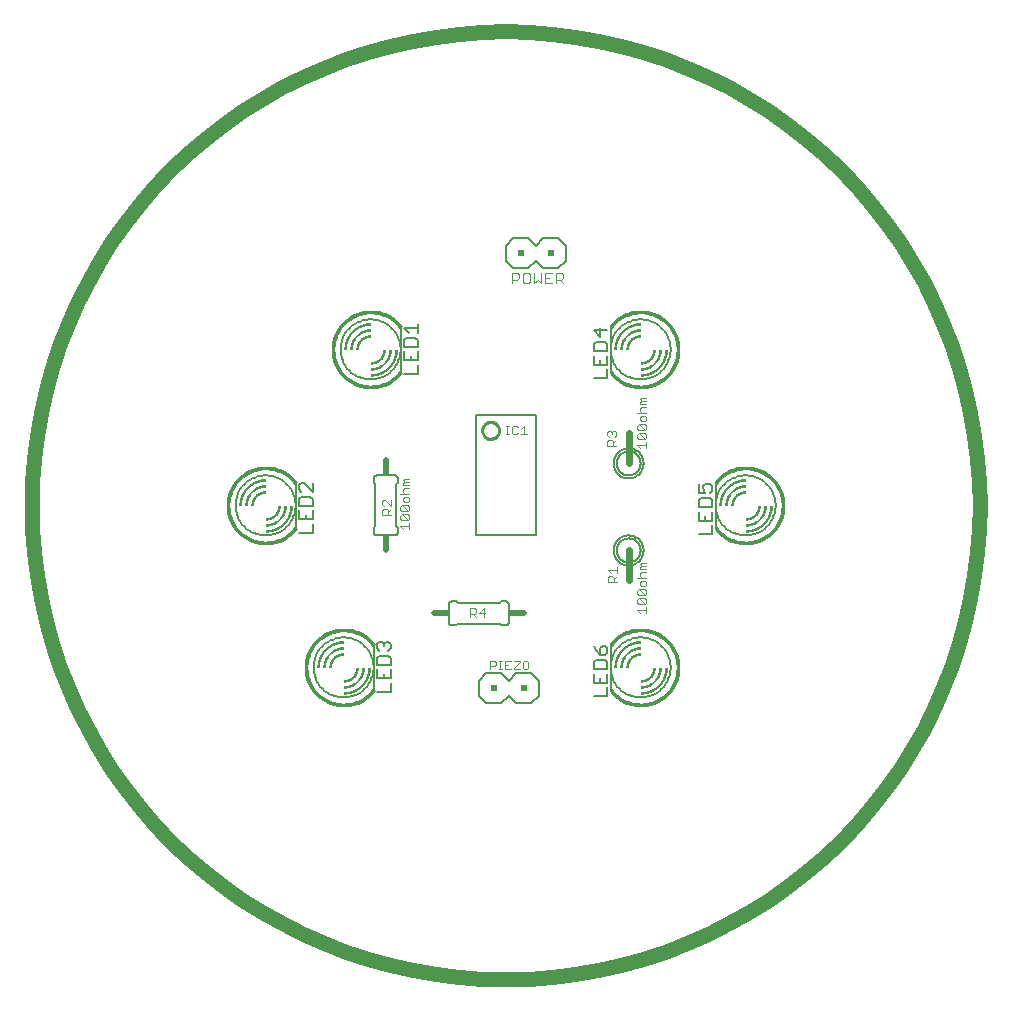
<source format=gto>
G75*
G70*
%OFA0B0*%
%FSLAX24Y24*%
%IPPOS*%
%LPD*%
%AMOC8*
5,1,8,0,0,1.08239X$1,22.5*
%
%ADD10C,0.0000*%
%ADD11C,0.0500*%
%ADD12C,0.0030*%
%ADD13C,0.0080*%
%ADD14C,0.0100*%
%ADD15R,0.0200X0.0200*%
%ADD16C,0.0200*%
%ADD17C,0.0060*%
%ADD18R,0.0150X0.0200*%
%ADD19C,0.0040*%
%ADD20C,0.0010*%
%ADD21C,0.0050*%
%ADD22C,0.0240*%
%ADD23R,0.0200X0.0150*%
D10*
X000180Y016180D02*
X000199Y016965D01*
X000257Y017748D01*
X000353Y018528D01*
X000487Y019301D01*
X000659Y020068D01*
X000869Y020825D01*
X001115Y021570D01*
X001398Y022303D01*
X001716Y023021D01*
X002069Y023722D01*
X002456Y024406D01*
X002876Y025069D01*
X003329Y025711D01*
X003812Y026330D01*
X004325Y026925D01*
X004866Y027494D01*
X005435Y028035D01*
X006030Y028548D01*
X006649Y029031D01*
X007291Y029484D01*
X007954Y029904D01*
X008638Y030291D01*
X009339Y030644D01*
X010057Y030962D01*
X010790Y031245D01*
X011535Y031491D01*
X012292Y031701D01*
X013059Y031873D01*
X013832Y032007D01*
X014612Y032103D01*
X015395Y032161D01*
X016180Y032180D01*
X016965Y032161D01*
X017748Y032103D01*
X018528Y032007D01*
X019301Y031873D01*
X020068Y031701D01*
X020825Y031491D01*
X021570Y031245D01*
X022303Y030962D01*
X023021Y030644D01*
X023722Y030291D01*
X024406Y029904D01*
X025069Y029484D01*
X025711Y029031D01*
X026330Y028548D01*
X026925Y028035D01*
X027494Y027494D01*
X028035Y026925D01*
X028548Y026330D01*
X029031Y025711D01*
X029484Y025069D01*
X029904Y024406D01*
X030291Y023722D01*
X030644Y023021D01*
X030962Y022303D01*
X031245Y021570D01*
X031491Y020825D01*
X031701Y020068D01*
X031873Y019301D01*
X032007Y018528D01*
X032103Y017748D01*
X032161Y016965D01*
X032180Y016180D01*
X032161Y015395D01*
X032103Y014612D01*
X032007Y013832D01*
X031873Y013059D01*
X031701Y012292D01*
X031491Y011535D01*
X031245Y010790D01*
X030962Y010057D01*
X030644Y009339D01*
X030291Y008638D01*
X029904Y007954D01*
X029484Y007291D01*
X029031Y006649D01*
X028548Y006030D01*
X028035Y005435D01*
X027494Y004866D01*
X026925Y004325D01*
X026330Y003812D01*
X025711Y003329D01*
X025069Y002876D01*
X024406Y002456D01*
X023722Y002069D01*
X023021Y001716D01*
X022303Y001398D01*
X021570Y001115D01*
X020825Y000869D01*
X020068Y000659D01*
X019301Y000487D01*
X018528Y000353D01*
X017748Y000257D01*
X016965Y000199D01*
X016180Y000180D01*
X015395Y000199D01*
X014612Y000257D01*
X013832Y000353D01*
X013059Y000487D01*
X012292Y000659D01*
X011535Y000869D01*
X010790Y001115D01*
X010057Y001398D01*
X009339Y001716D01*
X008638Y002069D01*
X007954Y002456D01*
X007291Y002876D01*
X006649Y003329D01*
X006030Y003812D01*
X005435Y004325D01*
X004866Y004866D01*
X004325Y005435D01*
X003812Y006030D01*
X003329Y006649D01*
X002876Y007291D01*
X002456Y007954D01*
X002069Y008638D01*
X001716Y009339D01*
X001398Y010057D01*
X001115Y010790D01*
X000869Y011535D01*
X000659Y012292D01*
X000487Y013059D01*
X000353Y013832D01*
X000257Y014612D01*
X000199Y015395D01*
X000180Y016180D01*
D11*
X000380Y016180D02*
X000399Y016955D01*
X000456Y017729D01*
X000551Y018498D01*
X000684Y019262D01*
X000854Y020019D01*
X001060Y020766D01*
X001304Y021503D01*
X001583Y022226D01*
X001897Y022935D01*
X002246Y023628D01*
X002628Y024303D01*
X003043Y024958D01*
X003489Y025592D01*
X003966Y026203D01*
X004473Y026791D01*
X005008Y027352D01*
X005569Y027887D01*
X006157Y028394D01*
X006768Y028871D01*
X007402Y029317D01*
X008057Y029732D01*
X008732Y030114D01*
X009425Y030463D01*
X010134Y030777D01*
X010857Y031056D01*
X011594Y031300D01*
X012341Y031506D01*
X013098Y031676D01*
X013862Y031809D01*
X014631Y031904D01*
X015405Y031961D01*
X016180Y031980D01*
X016955Y031961D01*
X017729Y031904D01*
X018498Y031809D01*
X019262Y031676D01*
X020019Y031506D01*
X020766Y031300D01*
X021503Y031056D01*
X022226Y030777D01*
X022935Y030463D01*
X023628Y030114D01*
X024303Y029732D01*
X024958Y029317D01*
X025592Y028871D01*
X026203Y028394D01*
X026791Y027887D01*
X027352Y027352D01*
X027887Y026791D01*
X028394Y026203D01*
X028871Y025592D01*
X029317Y024958D01*
X029732Y024303D01*
X030114Y023628D01*
X030463Y022935D01*
X030777Y022226D01*
X031056Y021503D01*
X031300Y020766D01*
X031506Y020019D01*
X031676Y019262D01*
X031809Y018498D01*
X031904Y017729D01*
X031961Y016955D01*
X031980Y016180D01*
X031961Y015405D01*
X031904Y014631D01*
X031809Y013862D01*
X031676Y013098D01*
X031506Y012341D01*
X031300Y011594D01*
X031056Y010857D01*
X030777Y010134D01*
X030463Y009425D01*
X030114Y008732D01*
X029732Y008057D01*
X029317Y007402D01*
X028871Y006768D01*
X028394Y006157D01*
X027887Y005569D01*
X027352Y005008D01*
X026791Y004473D01*
X026203Y003966D01*
X025592Y003489D01*
X024958Y003043D01*
X024303Y002628D01*
X023628Y002246D01*
X022935Y001897D01*
X022226Y001583D01*
X021503Y001304D01*
X020766Y001060D01*
X020019Y000854D01*
X019262Y000684D01*
X018498Y000551D01*
X017729Y000456D01*
X016955Y000399D01*
X016180Y000380D01*
X015405Y000399D01*
X014631Y000456D01*
X013862Y000551D01*
X013098Y000684D01*
X012341Y000854D01*
X011594Y001060D01*
X010857Y001304D01*
X010134Y001583D01*
X009425Y001897D01*
X008732Y002246D01*
X008057Y002628D01*
X007402Y003043D01*
X006768Y003489D01*
X006157Y003966D01*
X005569Y004473D01*
X005008Y005008D01*
X004473Y005569D01*
X003966Y006157D01*
X003489Y006768D01*
X003043Y007402D01*
X002628Y008057D01*
X002246Y008732D01*
X001897Y009425D01*
X001583Y010134D01*
X001304Y010857D01*
X001060Y011594D01*
X000854Y012341D01*
X000684Y013098D01*
X000551Y013862D01*
X000456Y014631D01*
X000399Y015405D01*
X000380Y016180D01*
D12*
X012075Y016218D02*
X012123Y016170D01*
X012075Y016218D02*
X012075Y016315D01*
X012123Y016363D01*
X012172Y016363D01*
X012365Y016170D01*
X012365Y016363D01*
X012365Y016068D02*
X012268Y015972D01*
X012268Y016020D02*
X012268Y015875D01*
X012365Y015875D02*
X012075Y015875D01*
X012075Y016020D01*
X012123Y016068D01*
X012220Y016068D01*
X012268Y016020D01*
X012675Y016033D02*
X012675Y016129D01*
X012723Y016178D01*
X012917Y015984D01*
X012965Y016033D01*
X012965Y016129D01*
X012917Y016178D01*
X012723Y016178D01*
X012820Y016279D02*
X012772Y016327D01*
X012772Y016424D01*
X012820Y016472D01*
X012917Y016472D01*
X012965Y016424D01*
X012965Y016327D01*
X012917Y016279D01*
X012820Y016279D01*
X012675Y016033D02*
X012723Y015984D01*
X012917Y015984D01*
X012917Y015883D02*
X012723Y015883D01*
X012917Y015690D01*
X012965Y015738D01*
X012965Y015835D01*
X012917Y015883D01*
X012917Y015690D02*
X012723Y015690D01*
X012675Y015738D01*
X012675Y015835D01*
X012723Y015883D01*
X012965Y015588D02*
X012965Y015395D01*
X012965Y015492D02*
X012675Y015492D01*
X012772Y015395D01*
X012820Y016574D02*
X012772Y016622D01*
X012772Y016719D01*
X012820Y016767D01*
X012965Y016767D01*
X012965Y016868D02*
X012772Y016868D01*
X012772Y016917D01*
X012820Y016965D01*
X012772Y017013D01*
X012820Y017062D01*
X012965Y017062D01*
X012965Y016965D02*
X012820Y016965D01*
X012675Y016574D02*
X012965Y016574D01*
X016195Y018545D02*
X016292Y018545D01*
X016243Y018545D02*
X016243Y018835D01*
X016195Y018835D02*
X016292Y018835D01*
X016391Y018787D02*
X016391Y018593D01*
X016440Y018545D01*
X016537Y018545D01*
X016585Y018593D01*
X016686Y018545D02*
X016880Y018545D01*
X016783Y018545D02*
X016783Y018835D01*
X016686Y018738D01*
X016585Y018787D02*
X016537Y018835D01*
X016440Y018835D01*
X016391Y018787D01*
X019575Y018615D02*
X019575Y018518D01*
X019623Y018470D01*
X019623Y018368D02*
X019720Y018368D01*
X019768Y018320D01*
X019768Y018175D01*
X019768Y018272D02*
X019865Y018368D01*
X019817Y018470D02*
X019865Y018518D01*
X019865Y018615D01*
X019817Y018663D01*
X019768Y018663D01*
X019720Y018615D01*
X019720Y018566D01*
X019720Y018615D02*
X019672Y018663D01*
X019623Y018663D01*
X019575Y018615D01*
X019623Y018368D02*
X019575Y018320D01*
X019575Y018175D01*
X019865Y018175D01*
X020575Y018192D02*
X020865Y018192D01*
X020865Y018288D02*
X020865Y018095D01*
X020672Y018095D02*
X020575Y018192D01*
X020623Y018390D02*
X020575Y018438D01*
X020575Y018535D01*
X020623Y018583D01*
X020817Y018390D01*
X020865Y018438D01*
X020865Y018535D01*
X020817Y018583D01*
X020623Y018583D01*
X020623Y018684D02*
X020575Y018733D01*
X020575Y018829D01*
X020623Y018878D01*
X020817Y018684D01*
X020865Y018733D01*
X020865Y018829D01*
X020817Y018878D01*
X020623Y018878D01*
X020720Y018979D02*
X020817Y018979D01*
X020865Y019027D01*
X020865Y019124D01*
X020817Y019172D01*
X020720Y019172D01*
X020672Y019124D01*
X020672Y019027D01*
X020720Y018979D01*
X020720Y019274D02*
X020672Y019322D01*
X020672Y019419D01*
X020720Y019467D01*
X020865Y019467D01*
X020865Y019568D02*
X020672Y019568D01*
X020672Y019617D01*
X020720Y019665D01*
X020672Y019713D01*
X020720Y019762D01*
X020865Y019762D01*
X020865Y019665D02*
X020720Y019665D01*
X020575Y019274D02*
X020865Y019274D01*
X020817Y018684D02*
X020623Y018684D01*
X020623Y018390D02*
X020817Y018390D01*
X020865Y014262D02*
X020720Y014262D01*
X020672Y014213D01*
X020720Y014165D01*
X020865Y014165D01*
X020865Y014068D02*
X020672Y014068D01*
X020672Y014117D01*
X020720Y014165D01*
X020720Y013967D02*
X020865Y013967D01*
X020720Y013967D02*
X020672Y013919D01*
X020672Y013822D01*
X020720Y013774D01*
X020720Y013672D02*
X020672Y013624D01*
X020672Y013527D01*
X020720Y013479D01*
X020817Y013479D01*
X020865Y013527D01*
X020865Y013624D01*
X020817Y013672D01*
X020720Y013672D01*
X020575Y013774D02*
X020865Y013774D01*
X020817Y013378D02*
X020865Y013329D01*
X020865Y013233D01*
X020817Y013184D01*
X020623Y013378D01*
X020817Y013378D01*
X020817Y013184D02*
X020623Y013184D01*
X020575Y013233D01*
X020575Y013329D01*
X020623Y013378D01*
X020623Y013083D02*
X020575Y013035D01*
X020575Y012938D01*
X020623Y012890D01*
X020817Y012890D01*
X020623Y013083D01*
X020817Y013083D01*
X020865Y013035D01*
X020865Y012938D01*
X020817Y012890D01*
X020865Y012788D02*
X020865Y012595D01*
X020865Y012692D02*
X020575Y012692D01*
X020672Y012595D01*
X019885Y013626D02*
X019595Y013626D01*
X019595Y013771D01*
X019643Y013819D01*
X019740Y013819D01*
X019788Y013771D01*
X019788Y013626D01*
X019788Y013722D02*
X019885Y013819D01*
X019885Y013920D02*
X019885Y014114D01*
X019885Y014017D02*
X019595Y014017D01*
X019692Y013920D01*
X016891Y011005D02*
X016939Y010957D01*
X016939Y010763D01*
X016891Y010715D01*
X016794Y010715D01*
X016745Y010763D01*
X016745Y010957D01*
X016794Y011005D01*
X016891Y011005D01*
X016644Y011005D02*
X016644Y010957D01*
X016451Y010763D01*
X016451Y010715D01*
X016644Y010715D01*
X016644Y011005D02*
X016451Y011005D01*
X016350Y011005D02*
X016156Y011005D01*
X016156Y010715D01*
X016350Y010715D01*
X016253Y010860D02*
X016156Y010860D01*
X016056Y010715D02*
X015960Y010715D01*
X016008Y010715D02*
X016008Y011005D01*
X015960Y011005D02*
X016056Y011005D01*
X015858Y010957D02*
X015858Y010860D01*
X015810Y010812D01*
X015665Y010812D01*
X015665Y010715D02*
X015665Y011005D01*
X015810Y011005D01*
X015858Y010957D01*
X015445Y012455D02*
X015445Y012745D01*
X015300Y012600D01*
X015493Y012600D01*
X015198Y012600D02*
X015150Y012552D01*
X015005Y012552D01*
X015102Y012552D02*
X015198Y012455D01*
X015198Y012600D02*
X015198Y012697D01*
X015150Y012745D01*
X015005Y012745D01*
X015005Y012455D01*
D13*
X015530Y010580D02*
X015280Y010330D01*
X015280Y009830D01*
X015530Y009580D01*
X016030Y009580D01*
X016280Y009830D01*
X016530Y009580D01*
X017030Y009580D01*
X017280Y009830D01*
X017280Y010330D01*
X017030Y010580D01*
X016530Y010580D01*
X016280Y010330D01*
X016030Y010580D01*
X015530Y010580D01*
X011780Y010030D02*
X011780Y011530D01*
X015180Y015180D02*
X015180Y019180D01*
X015580Y019180D01*
X015780Y019180D01*
X015580Y019180D02*
X017180Y019180D01*
X017180Y015180D01*
X015180Y015180D01*
X019680Y011530D02*
X019680Y010030D01*
X023180Y015430D02*
X023180Y016930D01*
X019680Y020630D02*
X019680Y022130D01*
X017930Y024080D02*
X018180Y024330D01*
X018180Y024830D01*
X017930Y025080D01*
X017430Y025080D01*
X017180Y024830D01*
X016930Y025080D01*
X016430Y025080D01*
X016180Y024830D01*
X016180Y024330D01*
X016430Y024080D01*
X016930Y024080D01*
X017180Y024330D01*
X017430Y024080D01*
X017930Y024080D01*
X012680Y022130D02*
X012680Y020630D01*
X009180Y016930D02*
X009180Y015430D01*
D14*
X015397Y018680D02*
X015399Y018713D01*
X015405Y018746D01*
X015415Y018779D01*
X015428Y018809D01*
X015445Y018838D01*
X015466Y018865D01*
X015489Y018889D01*
X015515Y018910D01*
X015543Y018928D01*
X015574Y018942D01*
X015605Y018953D01*
X015638Y018960D01*
X015672Y018963D01*
X015705Y018962D01*
X015738Y018957D01*
X015771Y018948D01*
X015802Y018935D01*
X015831Y018919D01*
X015858Y018900D01*
X015883Y018877D01*
X015905Y018852D01*
X015924Y018824D01*
X015939Y018794D01*
X015951Y018763D01*
X015959Y018730D01*
X015963Y018697D01*
X015963Y018663D01*
X015959Y018630D01*
X015951Y018597D01*
X015939Y018566D01*
X015924Y018536D01*
X015905Y018508D01*
X015883Y018483D01*
X015858Y018460D01*
X015831Y018441D01*
X015802Y018425D01*
X015771Y018412D01*
X015738Y018403D01*
X015705Y018398D01*
X015672Y018397D01*
X015638Y018400D01*
X015605Y018407D01*
X015574Y018418D01*
X015543Y018432D01*
X015515Y018450D01*
X015489Y018471D01*
X015466Y018495D01*
X015445Y018522D01*
X015428Y018551D01*
X015415Y018581D01*
X015405Y018614D01*
X015399Y018647D01*
X015397Y018680D01*
D15*
X016680Y024580D03*
X017680Y024580D03*
X016780Y010080D03*
X015780Y010080D03*
D16*
X016430Y012580D02*
X016780Y012580D01*
X014130Y012580D02*
X013780Y012580D01*
X012180Y014680D02*
X012180Y015030D01*
X012180Y017330D02*
X012180Y017680D01*
D17*
X012480Y017180D02*
X011880Y017180D01*
X011863Y017178D01*
X011846Y017174D01*
X011830Y017167D01*
X011816Y017157D01*
X011803Y017144D01*
X011793Y017130D01*
X011786Y017114D01*
X011782Y017097D01*
X011780Y017080D01*
X011780Y016930D01*
X011830Y016880D01*
X011830Y015480D01*
X011780Y015430D01*
X011780Y015280D01*
X011782Y015263D01*
X011786Y015246D01*
X011793Y015230D01*
X011803Y015216D01*
X011816Y015203D01*
X011830Y015193D01*
X011846Y015186D01*
X011863Y015182D01*
X011880Y015180D01*
X012480Y015180D01*
X012497Y015182D01*
X012514Y015186D01*
X012530Y015193D01*
X012544Y015203D01*
X012557Y015216D01*
X012567Y015230D01*
X012574Y015246D01*
X012578Y015263D01*
X012580Y015280D01*
X012580Y015430D01*
X012530Y015480D01*
X012530Y016880D01*
X012580Y016930D01*
X012580Y017080D01*
X012578Y017097D01*
X012574Y017114D01*
X012567Y017130D01*
X012557Y017144D01*
X012544Y017157D01*
X012530Y017167D01*
X012514Y017174D01*
X012497Y017178D01*
X012480Y017180D01*
X010680Y021380D02*
X010682Y021443D01*
X010688Y021505D01*
X010698Y021567D01*
X010711Y021629D01*
X010729Y021689D01*
X010750Y021748D01*
X010775Y021806D01*
X010804Y021862D01*
X010836Y021916D01*
X010871Y021968D01*
X010909Y022017D01*
X010951Y022065D01*
X010995Y022109D01*
X011043Y022151D01*
X011092Y022189D01*
X011144Y022224D01*
X011198Y022256D01*
X011254Y022285D01*
X011312Y022310D01*
X011371Y022331D01*
X011431Y022349D01*
X011493Y022362D01*
X011555Y022372D01*
X011617Y022378D01*
X011680Y022380D01*
X011743Y022378D01*
X011805Y022372D01*
X011867Y022362D01*
X011929Y022349D01*
X011989Y022331D01*
X012048Y022310D01*
X012106Y022285D01*
X012162Y022256D01*
X012216Y022224D01*
X012268Y022189D01*
X012317Y022151D01*
X012365Y022109D01*
X012409Y022065D01*
X012451Y022017D01*
X012489Y021968D01*
X012524Y021916D01*
X012556Y021862D01*
X012585Y021806D01*
X012610Y021748D01*
X012631Y021689D01*
X012649Y021629D01*
X012662Y021567D01*
X012672Y021505D01*
X012678Y021443D01*
X012680Y021380D01*
X012678Y021317D01*
X012672Y021255D01*
X012662Y021193D01*
X012649Y021131D01*
X012631Y021071D01*
X012610Y021012D01*
X012585Y020954D01*
X012556Y020898D01*
X012524Y020844D01*
X012489Y020792D01*
X012451Y020743D01*
X012409Y020695D01*
X012365Y020651D01*
X012317Y020609D01*
X012268Y020571D01*
X012216Y020536D01*
X012162Y020504D01*
X012106Y020475D01*
X012048Y020450D01*
X011989Y020429D01*
X011929Y020411D01*
X011867Y020398D01*
X011805Y020388D01*
X011743Y020382D01*
X011680Y020380D01*
X011617Y020382D01*
X011555Y020388D01*
X011493Y020398D01*
X011431Y020411D01*
X011371Y020429D01*
X011312Y020450D01*
X011254Y020475D01*
X011198Y020504D01*
X011144Y020536D01*
X011092Y020571D01*
X011043Y020609D01*
X010995Y020651D01*
X010951Y020695D01*
X010909Y020743D01*
X010871Y020792D01*
X010836Y020844D01*
X010804Y020898D01*
X010775Y020954D01*
X010750Y021012D01*
X010729Y021071D01*
X010711Y021131D01*
X010698Y021193D01*
X010688Y021255D01*
X010682Y021317D01*
X010680Y021380D01*
X007180Y016180D02*
X007182Y016243D01*
X007188Y016305D01*
X007198Y016367D01*
X007211Y016429D01*
X007229Y016489D01*
X007250Y016548D01*
X007275Y016606D01*
X007304Y016662D01*
X007336Y016716D01*
X007371Y016768D01*
X007409Y016817D01*
X007451Y016865D01*
X007495Y016909D01*
X007543Y016951D01*
X007592Y016989D01*
X007644Y017024D01*
X007698Y017056D01*
X007754Y017085D01*
X007812Y017110D01*
X007871Y017131D01*
X007931Y017149D01*
X007993Y017162D01*
X008055Y017172D01*
X008117Y017178D01*
X008180Y017180D01*
X008243Y017178D01*
X008305Y017172D01*
X008367Y017162D01*
X008429Y017149D01*
X008489Y017131D01*
X008548Y017110D01*
X008606Y017085D01*
X008662Y017056D01*
X008716Y017024D01*
X008768Y016989D01*
X008817Y016951D01*
X008865Y016909D01*
X008909Y016865D01*
X008951Y016817D01*
X008989Y016768D01*
X009024Y016716D01*
X009056Y016662D01*
X009085Y016606D01*
X009110Y016548D01*
X009131Y016489D01*
X009149Y016429D01*
X009162Y016367D01*
X009172Y016305D01*
X009178Y016243D01*
X009180Y016180D01*
X009178Y016117D01*
X009172Y016055D01*
X009162Y015993D01*
X009149Y015931D01*
X009131Y015871D01*
X009110Y015812D01*
X009085Y015754D01*
X009056Y015698D01*
X009024Y015644D01*
X008989Y015592D01*
X008951Y015543D01*
X008909Y015495D01*
X008865Y015451D01*
X008817Y015409D01*
X008768Y015371D01*
X008716Y015336D01*
X008662Y015304D01*
X008606Y015275D01*
X008548Y015250D01*
X008489Y015229D01*
X008429Y015211D01*
X008367Y015198D01*
X008305Y015188D01*
X008243Y015182D01*
X008180Y015180D01*
X008117Y015182D01*
X008055Y015188D01*
X007993Y015198D01*
X007931Y015211D01*
X007871Y015229D01*
X007812Y015250D01*
X007754Y015275D01*
X007698Y015304D01*
X007644Y015336D01*
X007592Y015371D01*
X007543Y015409D01*
X007495Y015451D01*
X007451Y015495D01*
X007409Y015543D01*
X007371Y015592D01*
X007336Y015644D01*
X007304Y015698D01*
X007275Y015754D01*
X007250Y015812D01*
X007229Y015871D01*
X007211Y015931D01*
X007198Y015993D01*
X007188Y016055D01*
X007182Y016117D01*
X007180Y016180D01*
X009780Y010780D02*
X009782Y010843D01*
X009788Y010905D01*
X009798Y010967D01*
X009811Y011029D01*
X009829Y011089D01*
X009850Y011148D01*
X009875Y011206D01*
X009904Y011262D01*
X009936Y011316D01*
X009971Y011368D01*
X010009Y011417D01*
X010051Y011465D01*
X010095Y011509D01*
X010143Y011551D01*
X010192Y011589D01*
X010244Y011624D01*
X010298Y011656D01*
X010354Y011685D01*
X010412Y011710D01*
X010471Y011731D01*
X010531Y011749D01*
X010593Y011762D01*
X010655Y011772D01*
X010717Y011778D01*
X010780Y011780D01*
X010843Y011778D01*
X010905Y011772D01*
X010967Y011762D01*
X011029Y011749D01*
X011089Y011731D01*
X011148Y011710D01*
X011206Y011685D01*
X011262Y011656D01*
X011316Y011624D01*
X011368Y011589D01*
X011417Y011551D01*
X011465Y011509D01*
X011509Y011465D01*
X011551Y011417D01*
X011589Y011368D01*
X011624Y011316D01*
X011656Y011262D01*
X011685Y011206D01*
X011710Y011148D01*
X011731Y011089D01*
X011749Y011029D01*
X011762Y010967D01*
X011772Y010905D01*
X011778Y010843D01*
X011780Y010780D01*
X011778Y010717D01*
X011772Y010655D01*
X011762Y010593D01*
X011749Y010531D01*
X011731Y010471D01*
X011710Y010412D01*
X011685Y010354D01*
X011656Y010298D01*
X011624Y010244D01*
X011589Y010192D01*
X011551Y010143D01*
X011509Y010095D01*
X011465Y010051D01*
X011417Y010009D01*
X011368Y009971D01*
X011316Y009936D01*
X011262Y009904D01*
X011206Y009875D01*
X011148Y009850D01*
X011089Y009829D01*
X011029Y009811D01*
X010967Y009798D01*
X010905Y009788D01*
X010843Y009782D01*
X010780Y009780D01*
X010717Y009782D01*
X010655Y009788D01*
X010593Y009798D01*
X010531Y009811D01*
X010471Y009829D01*
X010412Y009850D01*
X010354Y009875D01*
X010298Y009904D01*
X010244Y009936D01*
X010192Y009971D01*
X010143Y010009D01*
X010095Y010051D01*
X010051Y010095D01*
X010009Y010143D01*
X009971Y010192D01*
X009936Y010244D01*
X009904Y010298D01*
X009875Y010354D01*
X009850Y010412D01*
X009829Y010471D01*
X009811Y010531D01*
X009798Y010593D01*
X009788Y010655D01*
X009782Y010717D01*
X009780Y010780D01*
X014280Y012280D02*
X014280Y012880D01*
X014282Y012897D01*
X014286Y012914D01*
X014293Y012930D01*
X014303Y012944D01*
X014316Y012957D01*
X014330Y012967D01*
X014346Y012974D01*
X014363Y012978D01*
X014380Y012980D01*
X014530Y012980D01*
X014580Y012930D01*
X015980Y012930D01*
X016030Y012980D01*
X016180Y012980D01*
X016197Y012978D01*
X016214Y012974D01*
X016230Y012967D01*
X016244Y012957D01*
X016257Y012944D01*
X016267Y012930D01*
X016274Y012914D01*
X016278Y012897D01*
X016280Y012880D01*
X016280Y012280D01*
X016278Y012263D01*
X016274Y012246D01*
X016267Y012230D01*
X016257Y012216D01*
X016244Y012203D01*
X016230Y012193D01*
X016214Y012186D01*
X016197Y012182D01*
X016180Y012180D01*
X016030Y012180D01*
X015980Y012230D01*
X014580Y012230D01*
X014530Y012180D01*
X014380Y012180D01*
X014363Y012182D01*
X014346Y012186D01*
X014330Y012193D01*
X014316Y012203D01*
X014303Y012216D01*
X014293Y012230D01*
X014286Y012246D01*
X014282Y012263D01*
X014280Y012280D01*
X019880Y014680D02*
X019882Y014720D01*
X019888Y014759D01*
X019898Y014798D01*
X019911Y014835D01*
X019929Y014871D01*
X019950Y014905D01*
X019974Y014937D01*
X020001Y014966D01*
X020031Y014993D01*
X020063Y015016D01*
X020098Y015036D01*
X020134Y015052D01*
X020172Y015065D01*
X020211Y015074D01*
X020250Y015079D01*
X020290Y015080D01*
X020330Y015077D01*
X020369Y015070D01*
X020407Y015059D01*
X020445Y015045D01*
X020480Y015026D01*
X020513Y015005D01*
X020545Y014980D01*
X020573Y014952D01*
X020599Y014922D01*
X020621Y014889D01*
X020640Y014854D01*
X020656Y014817D01*
X020668Y014779D01*
X020676Y014740D01*
X020680Y014700D01*
X020680Y014660D01*
X020676Y014620D01*
X020668Y014581D01*
X020656Y014543D01*
X020640Y014506D01*
X020621Y014471D01*
X020599Y014438D01*
X020573Y014408D01*
X020545Y014380D01*
X020513Y014355D01*
X020480Y014334D01*
X020445Y014315D01*
X020407Y014301D01*
X020369Y014290D01*
X020330Y014283D01*
X020290Y014280D01*
X020250Y014281D01*
X020211Y014286D01*
X020172Y014295D01*
X020134Y014308D01*
X020098Y014324D01*
X020063Y014344D01*
X020031Y014367D01*
X020001Y014394D01*
X019974Y014423D01*
X019950Y014455D01*
X019929Y014489D01*
X019911Y014525D01*
X019898Y014562D01*
X019888Y014601D01*
X019882Y014640D01*
X019880Y014680D01*
X019780Y014680D02*
X019782Y014724D01*
X019788Y014768D01*
X019798Y014811D01*
X019811Y014853D01*
X019828Y014894D01*
X019849Y014933D01*
X019873Y014970D01*
X019900Y015005D01*
X019930Y015037D01*
X019963Y015067D01*
X019999Y015093D01*
X020036Y015117D01*
X020076Y015136D01*
X020117Y015153D01*
X020160Y015165D01*
X020203Y015174D01*
X020247Y015179D01*
X020291Y015180D01*
X020335Y015177D01*
X020379Y015170D01*
X020422Y015159D01*
X020464Y015145D01*
X020504Y015127D01*
X020543Y015105D01*
X020579Y015081D01*
X020613Y015053D01*
X020645Y015022D01*
X020674Y014988D01*
X020700Y014952D01*
X020722Y014914D01*
X020741Y014874D01*
X020756Y014832D01*
X020768Y014790D01*
X020776Y014746D01*
X020780Y014702D01*
X020780Y014658D01*
X020776Y014614D01*
X020768Y014570D01*
X020756Y014528D01*
X020741Y014486D01*
X020722Y014446D01*
X020700Y014408D01*
X020674Y014372D01*
X020645Y014338D01*
X020613Y014307D01*
X020579Y014279D01*
X020543Y014255D01*
X020504Y014233D01*
X020464Y014215D01*
X020422Y014201D01*
X020379Y014190D01*
X020335Y014183D01*
X020291Y014180D01*
X020247Y014181D01*
X020203Y014186D01*
X020160Y014195D01*
X020117Y014207D01*
X020076Y014224D01*
X020036Y014243D01*
X019999Y014267D01*
X019963Y014293D01*
X019930Y014323D01*
X019900Y014355D01*
X019873Y014390D01*
X019849Y014427D01*
X019828Y014466D01*
X019811Y014507D01*
X019798Y014549D01*
X019788Y014592D01*
X019782Y014636D01*
X019780Y014680D01*
X019880Y017580D02*
X019882Y017620D01*
X019888Y017659D01*
X019898Y017698D01*
X019911Y017735D01*
X019929Y017771D01*
X019950Y017805D01*
X019974Y017837D01*
X020001Y017866D01*
X020031Y017893D01*
X020063Y017916D01*
X020098Y017936D01*
X020134Y017952D01*
X020172Y017965D01*
X020211Y017974D01*
X020250Y017979D01*
X020290Y017980D01*
X020330Y017977D01*
X020369Y017970D01*
X020407Y017959D01*
X020445Y017945D01*
X020480Y017926D01*
X020513Y017905D01*
X020545Y017880D01*
X020573Y017852D01*
X020599Y017822D01*
X020621Y017789D01*
X020640Y017754D01*
X020656Y017717D01*
X020668Y017679D01*
X020676Y017640D01*
X020680Y017600D01*
X020680Y017560D01*
X020676Y017520D01*
X020668Y017481D01*
X020656Y017443D01*
X020640Y017406D01*
X020621Y017371D01*
X020599Y017338D01*
X020573Y017308D01*
X020545Y017280D01*
X020513Y017255D01*
X020480Y017234D01*
X020445Y017215D01*
X020407Y017201D01*
X020369Y017190D01*
X020330Y017183D01*
X020290Y017180D01*
X020250Y017181D01*
X020211Y017186D01*
X020172Y017195D01*
X020134Y017208D01*
X020098Y017224D01*
X020063Y017244D01*
X020031Y017267D01*
X020001Y017294D01*
X019974Y017323D01*
X019950Y017355D01*
X019929Y017389D01*
X019911Y017425D01*
X019898Y017462D01*
X019888Y017501D01*
X019882Y017540D01*
X019880Y017580D01*
X019780Y017580D02*
X019782Y017624D01*
X019788Y017668D01*
X019798Y017711D01*
X019811Y017753D01*
X019828Y017794D01*
X019849Y017833D01*
X019873Y017870D01*
X019900Y017905D01*
X019930Y017937D01*
X019963Y017967D01*
X019999Y017993D01*
X020036Y018017D01*
X020076Y018036D01*
X020117Y018053D01*
X020160Y018065D01*
X020203Y018074D01*
X020247Y018079D01*
X020291Y018080D01*
X020335Y018077D01*
X020379Y018070D01*
X020422Y018059D01*
X020464Y018045D01*
X020504Y018027D01*
X020543Y018005D01*
X020579Y017981D01*
X020613Y017953D01*
X020645Y017922D01*
X020674Y017888D01*
X020700Y017852D01*
X020722Y017814D01*
X020741Y017774D01*
X020756Y017732D01*
X020768Y017690D01*
X020776Y017646D01*
X020780Y017602D01*
X020780Y017558D01*
X020776Y017514D01*
X020768Y017470D01*
X020756Y017428D01*
X020741Y017386D01*
X020722Y017346D01*
X020700Y017308D01*
X020674Y017272D01*
X020645Y017238D01*
X020613Y017207D01*
X020579Y017179D01*
X020543Y017155D01*
X020504Y017133D01*
X020464Y017115D01*
X020422Y017101D01*
X020379Y017090D01*
X020335Y017083D01*
X020291Y017080D01*
X020247Y017081D01*
X020203Y017086D01*
X020160Y017095D01*
X020117Y017107D01*
X020076Y017124D01*
X020036Y017143D01*
X019999Y017167D01*
X019963Y017193D01*
X019930Y017223D01*
X019900Y017255D01*
X019873Y017290D01*
X019849Y017327D01*
X019828Y017366D01*
X019811Y017407D01*
X019798Y017449D01*
X019788Y017492D01*
X019782Y017536D01*
X019780Y017580D01*
X019680Y021380D02*
X019682Y021443D01*
X019688Y021505D01*
X019698Y021567D01*
X019711Y021629D01*
X019729Y021689D01*
X019750Y021748D01*
X019775Y021806D01*
X019804Y021862D01*
X019836Y021916D01*
X019871Y021968D01*
X019909Y022017D01*
X019951Y022065D01*
X019995Y022109D01*
X020043Y022151D01*
X020092Y022189D01*
X020144Y022224D01*
X020198Y022256D01*
X020254Y022285D01*
X020312Y022310D01*
X020371Y022331D01*
X020431Y022349D01*
X020493Y022362D01*
X020555Y022372D01*
X020617Y022378D01*
X020680Y022380D01*
X020743Y022378D01*
X020805Y022372D01*
X020867Y022362D01*
X020929Y022349D01*
X020989Y022331D01*
X021048Y022310D01*
X021106Y022285D01*
X021162Y022256D01*
X021216Y022224D01*
X021268Y022189D01*
X021317Y022151D01*
X021365Y022109D01*
X021409Y022065D01*
X021451Y022017D01*
X021489Y021968D01*
X021524Y021916D01*
X021556Y021862D01*
X021585Y021806D01*
X021610Y021748D01*
X021631Y021689D01*
X021649Y021629D01*
X021662Y021567D01*
X021672Y021505D01*
X021678Y021443D01*
X021680Y021380D01*
X021678Y021317D01*
X021672Y021255D01*
X021662Y021193D01*
X021649Y021131D01*
X021631Y021071D01*
X021610Y021012D01*
X021585Y020954D01*
X021556Y020898D01*
X021524Y020844D01*
X021489Y020792D01*
X021451Y020743D01*
X021409Y020695D01*
X021365Y020651D01*
X021317Y020609D01*
X021268Y020571D01*
X021216Y020536D01*
X021162Y020504D01*
X021106Y020475D01*
X021048Y020450D01*
X020989Y020429D01*
X020929Y020411D01*
X020867Y020398D01*
X020805Y020388D01*
X020743Y020382D01*
X020680Y020380D01*
X020617Y020382D01*
X020555Y020388D01*
X020493Y020398D01*
X020431Y020411D01*
X020371Y020429D01*
X020312Y020450D01*
X020254Y020475D01*
X020198Y020504D01*
X020144Y020536D01*
X020092Y020571D01*
X020043Y020609D01*
X019995Y020651D01*
X019951Y020695D01*
X019909Y020743D01*
X019871Y020792D01*
X019836Y020844D01*
X019804Y020898D01*
X019775Y020954D01*
X019750Y021012D01*
X019729Y021071D01*
X019711Y021131D01*
X019698Y021193D01*
X019688Y021255D01*
X019682Y021317D01*
X019680Y021380D01*
X023180Y016180D02*
X023182Y016243D01*
X023188Y016305D01*
X023198Y016367D01*
X023211Y016429D01*
X023229Y016489D01*
X023250Y016548D01*
X023275Y016606D01*
X023304Y016662D01*
X023336Y016716D01*
X023371Y016768D01*
X023409Y016817D01*
X023451Y016865D01*
X023495Y016909D01*
X023543Y016951D01*
X023592Y016989D01*
X023644Y017024D01*
X023698Y017056D01*
X023754Y017085D01*
X023812Y017110D01*
X023871Y017131D01*
X023931Y017149D01*
X023993Y017162D01*
X024055Y017172D01*
X024117Y017178D01*
X024180Y017180D01*
X024243Y017178D01*
X024305Y017172D01*
X024367Y017162D01*
X024429Y017149D01*
X024489Y017131D01*
X024548Y017110D01*
X024606Y017085D01*
X024662Y017056D01*
X024716Y017024D01*
X024768Y016989D01*
X024817Y016951D01*
X024865Y016909D01*
X024909Y016865D01*
X024951Y016817D01*
X024989Y016768D01*
X025024Y016716D01*
X025056Y016662D01*
X025085Y016606D01*
X025110Y016548D01*
X025131Y016489D01*
X025149Y016429D01*
X025162Y016367D01*
X025172Y016305D01*
X025178Y016243D01*
X025180Y016180D01*
X025178Y016117D01*
X025172Y016055D01*
X025162Y015993D01*
X025149Y015931D01*
X025131Y015871D01*
X025110Y015812D01*
X025085Y015754D01*
X025056Y015698D01*
X025024Y015644D01*
X024989Y015592D01*
X024951Y015543D01*
X024909Y015495D01*
X024865Y015451D01*
X024817Y015409D01*
X024768Y015371D01*
X024716Y015336D01*
X024662Y015304D01*
X024606Y015275D01*
X024548Y015250D01*
X024489Y015229D01*
X024429Y015211D01*
X024367Y015198D01*
X024305Y015188D01*
X024243Y015182D01*
X024180Y015180D01*
X024117Y015182D01*
X024055Y015188D01*
X023993Y015198D01*
X023931Y015211D01*
X023871Y015229D01*
X023812Y015250D01*
X023754Y015275D01*
X023698Y015304D01*
X023644Y015336D01*
X023592Y015371D01*
X023543Y015409D01*
X023495Y015451D01*
X023451Y015495D01*
X023409Y015543D01*
X023371Y015592D01*
X023336Y015644D01*
X023304Y015698D01*
X023275Y015754D01*
X023250Y015812D01*
X023229Y015871D01*
X023211Y015931D01*
X023198Y015993D01*
X023188Y016055D01*
X023182Y016117D01*
X023180Y016180D01*
X019680Y010780D02*
X019682Y010843D01*
X019688Y010905D01*
X019698Y010967D01*
X019711Y011029D01*
X019729Y011089D01*
X019750Y011148D01*
X019775Y011206D01*
X019804Y011262D01*
X019836Y011316D01*
X019871Y011368D01*
X019909Y011417D01*
X019951Y011465D01*
X019995Y011509D01*
X020043Y011551D01*
X020092Y011589D01*
X020144Y011624D01*
X020198Y011656D01*
X020254Y011685D01*
X020312Y011710D01*
X020371Y011731D01*
X020431Y011749D01*
X020493Y011762D01*
X020555Y011772D01*
X020617Y011778D01*
X020680Y011780D01*
X020743Y011778D01*
X020805Y011772D01*
X020867Y011762D01*
X020929Y011749D01*
X020989Y011731D01*
X021048Y011710D01*
X021106Y011685D01*
X021162Y011656D01*
X021216Y011624D01*
X021268Y011589D01*
X021317Y011551D01*
X021365Y011509D01*
X021409Y011465D01*
X021451Y011417D01*
X021489Y011368D01*
X021524Y011316D01*
X021556Y011262D01*
X021585Y011206D01*
X021610Y011148D01*
X021631Y011089D01*
X021649Y011029D01*
X021662Y010967D01*
X021672Y010905D01*
X021678Y010843D01*
X021680Y010780D01*
X021678Y010717D01*
X021672Y010655D01*
X021662Y010593D01*
X021649Y010531D01*
X021631Y010471D01*
X021610Y010412D01*
X021585Y010354D01*
X021556Y010298D01*
X021524Y010244D01*
X021489Y010192D01*
X021451Y010143D01*
X021409Y010095D01*
X021365Y010051D01*
X021317Y010009D01*
X021268Y009971D01*
X021216Y009936D01*
X021162Y009904D01*
X021106Y009875D01*
X021048Y009850D01*
X020989Y009829D01*
X020929Y009811D01*
X020867Y009798D01*
X020805Y009788D01*
X020743Y009782D01*
X020680Y009780D01*
X020617Y009782D01*
X020555Y009788D01*
X020493Y009798D01*
X020431Y009811D01*
X020371Y009829D01*
X020312Y009850D01*
X020254Y009875D01*
X020198Y009904D01*
X020144Y009936D01*
X020092Y009971D01*
X020043Y010009D01*
X019995Y010051D01*
X019951Y010095D01*
X019909Y010143D01*
X019871Y010192D01*
X019836Y010244D01*
X019804Y010298D01*
X019775Y010354D01*
X019750Y010412D01*
X019729Y010471D01*
X019711Y010531D01*
X019698Y010593D01*
X019688Y010655D01*
X019682Y010717D01*
X019680Y010780D01*
D18*
X016355Y012580D03*
X014205Y012580D03*
D19*
X016388Y023580D02*
X016388Y023940D01*
X016569Y023940D01*
X016629Y023880D01*
X016629Y023760D01*
X016569Y023700D01*
X016388Y023700D01*
X016757Y023640D02*
X016757Y023880D01*
X016817Y023940D01*
X016937Y023940D01*
X016997Y023880D01*
X016997Y023640D01*
X016937Y023580D01*
X016817Y023580D01*
X016757Y023640D01*
X017125Y023580D02*
X017125Y023940D01*
X017365Y023940D02*
X017365Y023580D01*
X017245Y023700D01*
X017125Y023580D01*
X017493Y023580D02*
X017493Y023940D01*
X017734Y023940D01*
X017862Y023940D02*
X018042Y023940D01*
X018102Y023880D01*
X018102Y023760D01*
X018042Y023700D01*
X017862Y023700D01*
X017982Y023700D02*
X018102Y023580D01*
X017862Y023580D02*
X017862Y023940D01*
X017613Y023760D02*
X017493Y023760D01*
X017493Y023580D02*
X017734Y023580D01*
D20*
X011812Y011560D02*
X011740Y011506D01*
X011741Y011507D02*
X011698Y011560D01*
X011653Y011611D01*
X011604Y011659D01*
X011553Y011704D01*
X011499Y011747D01*
X011443Y011786D01*
X011385Y011822D01*
X011325Y011855D01*
X011264Y011884D01*
X011200Y011909D01*
X011136Y011931D01*
X011070Y011950D01*
X011003Y011964D01*
X010936Y011975D01*
X010868Y011982D01*
X010800Y011985D01*
X010731Y011984D01*
X010663Y011979D01*
X010595Y011971D01*
X010528Y011958D01*
X010462Y011942D01*
X010397Y011922D01*
X010332Y011899D01*
X010270Y011872D01*
X010209Y011841D01*
X010150Y011807D01*
X010092Y011770D01*
X010037Y011729D01*
X009985Y011685D01*
X009935Y011639D01*
X009888Y011590D01*
X009843Y011538D01*
X009802Y011484D01*
X009763Y011427D01*
X009728Y011368D01*
X009697Y011308D01*
X009669Y011246D01*
X009644Y011182D01*
X009623Y011117D01*
X009606Y011051D01*
X009592Y010984D01*
X009583Y010916D01*
X009577Y010848D01*
X009575Y010780D01*
X009577Y010712D01*
X009583Y010644D01*
X009592Y010576D01*
X009606Y010509D01*
X009623Y010443D01*
X009644Y010378D01*
X009669Y010314D01*
X009697Y010252D01*
X009728Y010192D01*
X009763Y010133D01*
X009802Y010076D01*
X009843Y010022D01*
X009888Y009970D01*
X009935Y009921D01*
X009985Y009875D01*
X010037Y009831D01*
X010092Y009790D01*
X010150Y009753D01*
X010209Y009719D01*
X010270Y009688D01*
X010332Y009661D01*
X010397Y009638D01*
X010462Y009618D01*
X010528Y009602D01*
X010595Y009589D01*
X010663Y009581D01*
X010731Y009576D01*
X010800Y009575D01*
X010868Y009578D01*
X010936Y009585D01*
X011003Y009596D01*
X011070Y009610D01*
X011136Y009629D01*
X011200Y009651D01*
X011264Y009676D01*
X011325Y009705D01*
X011385Y009738D01*
X011443Y009774D01*
X011499Y009813D01*
X011553Y009856D01*
X011604Y009901D01*
X011653Y009949D01*
X011698Y010000D01*
X011741Y010053D01*
X011812Y010000D01*
X011813Y009999D01*
X011769Y009944D01*
X011721Y009891D01*
X011671Y009840D01*
X011618Y009793D01*
X011563Y009749D01*
X011505Y009707D01*
X011445Y009669D01*
X011384Y009634D01*
X011320Y009603D01*
X011255Y009575D01*
X011188Y009551D01*
X011120Y009530D01*
X011051Y009514D01*
X010981Y009501D01*
X010911Y009492D01*
X010840Y009486D01*
X010769Y009485D01*
X010698Y009488D01*
X010627Y009494D01*
X010557Y009504D01*
X010488Y009518D01*
X010419Y009536D01*
X010351Y009558D01*
X010285Y009583D01*
X010220Y009612D01*
X010157Y009645D01*
X010096Y009681D01*
X010037Y009720D01*
X009980Y009762D01*
X009925Y009807D01*
X009873Y009856D01*
X009824Y009907D01*
X009777Y009960D01*
X009734Y010017D01*
X009694Y010075D01*
X009657Y010136D01*
X009623Y010198D01*
X009593Y010262D01*
X009566Y010328D01*
X009543Y010395D01*
X009524Y010464D01*
X009509Y010533D01*
X009497Y010603D01*
X009489Y010674D01*
X009485Y010745D01*
X009485Y010815D01*
X009489Y010886D01*
X009497Y010957D01*
X009509Y011027D01*
X009524Y011096D01*
X009543Y011165D01*
X009566Y011232D01*
X009593Y011298D01*
X009623Y011362D01*
X009657Y011424D01*
X009694Y011485D01*
X009734Y011543D01*
X009777Y011600D01*
X009824Y011653D01*
X009873Y011704D01*
X009925Y011753D01*
X009980Y011798D01*
X010037Y011840D01*
X010096Y011879D01*
X010157Y011915D01*
X010220Y011948D01*
X010285Y011977D01*
X010351Y012002D01*
X010419Y012024D01*
X010488Y012042D01*
X010557Y012056D01*
X010627Y012066D01*
X010698Y012072D01*
X010769Y012075D01*
X010840Y012074D01*
X010911Y012068D01*
X010981Y012059D01*
X011051Y012046D01*
X011120Y012030D01*
X011188Y012009D01*
X011255Y011985D01*
X011320Y011957D01*
X011384Y011926D01*
X011445Y011891D01*
X011505Y011853D01*
X011563Y011811D01*
X011618Y011767D01*
X011671Y011720D01*
X011721Y011669D01*
X011769Y011616D01*
X011813Y011561D01*
X011806Y011556D01*
X011761Y011611D01*
X011714Y011664D01*
X011663Y011715D01*
X011610Y011762D01*
X011554Y011807D01*
X011496Y011848D01*
X011436Y011886D01*
X011374Y011921D01*
X011310Y011952D01*
X011244Y011979D01*
X011177Y012003D01*
X011108Y012023D01*
X011039Y012040D01*
X010969Y012052D01*
X010898Y012061D01*
X010827Y012065D01*
X010756Y012066D01*
X010685Y012062D01*
X010614Y012055D01*
X010543Y012044D01*
X010474Y012029D01*
X010405Y012010D01*
X010337Y011987D01*
X010271Y011961D01*
X010206Y011931D01*
X010144Y011897D01*
X010083Y011861D01*
X010024Y011820D01*
X009967Y011777D01*
X009913Y011730D01*
X009862Y011681D01*
X009814Y011628D01*
X009768Y011574D01*
X009726Y011516D01*
X009687Y011457D01*
X009651Y011395D01*
X009618Y011332D01*
X009590Y011267D01*
X009564Y011200D01*
X009543Y011132D01*
X009525Y011063D01*
X009512Y010993D01*
X009502Y010922D01*
X009496Y010851D01*
X009494Y010780D01*
X009496Y010709D01*
X009502Y010638D01*
X009512Y010567D01*
X009525Y010497D01*
X009543Y010428D01*
X009564Y010360D01*
X009590Y010293D01*
X009618Y010228D01*
X009651Y010165D01*
X009687Y010103D01*
X009726Y010044D01*
X009768Y009986D01*
X009814Y009932D01*
X009862Y009879D01*
X009913Y009830D01*
X009967Y009783D01*
X010024Y009740D01*
X010083Y009699D01*
X010144Y009663D01*
X010206Y009629D01*
X010271Y009599D01*
X010337Y009573D01*
X010405Y009550D01*
X010474Y009531D01*
X010543Y009516D01*
X010614Y009505D01*
X010685Y009498D01*
X010756Y009494D01*
X010827Y009495D01*
X010898Y009499D01*
X010969Y009508D01*
X011039Y009520D01*
X011108Y009537D01*
X011177Y009557D01*
X011244Y009581D01*
X011310Y009608D01*
X011374Y009639D01*
X011436Y009674D01*
X011496Y009712D01*
X011554Y009753D01*
X011610Y009798D01*
X011663Y009845D01*
X011714Y009896D01*
X011761Y009949D01*
X011806Y010004D01*
X011799Y010010D01*
X011754Y009955D01*
X011707Y009902D01*
X011657Y009852D01*
X011604Y009805D01*
X011549Y009761D01*
X011491Y009719D01*
X011432Y009682D01*
X011370Y009647D01*
X011306Y009616D01*
X011241Y009589D01*
X011174Y009565D01*
X011106Y009545D01*
X011037Y009529D01*
X010968Y009517D01*
X010897Y009508D01*
X010827Y009504D01*
X010756Y009503D01*
X010685Y009507D01*
X010615Y009514D01*
X010545Y009525D01*
X010476Y009540D01*
X010408Y009559D01*
X010340Y009581D01*
X010275Y009607D01*
X010210Y009637D01*
X010148Y009670D01*
X010088Y009707D01*
X010029Y009747D01*
X009973Y009790D01*
X009919Y009836D01*
X009869Y009886D01*
X009820Y009937D01*
X009775Y009992D01*
X009733Y010049D01*
X009694Y010108D01*
X009659Y010169D01*
X009626Y010232D01*
X009598Y010297D01*
X009573Y010363D01*
X009552Y010431D01*
X009534Y010499D01*
X009521Y010569D01*
X009511Y010639D01*
X009505Y010709D01*
X009503Y010780D01*
X009505Y010851D01*
X009511Y010921D01*
X009521Y010991D01*
X009534Y011061D01*
X009552Y011129D01*
X009573Y011197D01*
X009598Y011263D01*
X009626Y011328D01*
X009659Y011391D01*
X009694Y011452D01*
X009733Y011511D01*
X009775Y011568D01*
X009820Y011623D01*
X009869Y011674D01*
X009919Y011724D01*
X009973Y011770D01*
X010029Y011813D01*
X010088Y011853D01*
X010148Y011890D01*
X010210Y011923D01*
X010275Y011953D01*
X010340Y011979D01*
X010408Y012001D01*
X010476Y012020D01*
X010545Y012035D01*
X010615Y012046D01*
X010685Y012053D01*
X010756Y012057D01*
X010827Y012056D01*
X010897Y012052D01*
X010968Y012043D01*
X011037Y012031D01*
X011106Y012015D01*
X011174Y011995D01*
X011241Y011971D01*
X011306Y011944D01*
X011370Y011913D01*
X011432Y011878D01*
X011491Y011841D01*
X011549Y011799D01*
X011604Y011755D01*
X011657Y011708D01*
X011707Y011658D01*
X011754Y011605D01*
X011799Y011550D01*
X011791Y011545D01*
X011747Y011600D01*
X011699Y011653D01*
X011649Y011703D01*
X011596Y011751D01*
X011540Y011795D01*
X011482Y011836D01*
X011422Y011873D01*
X011360Y011908D01*
X011296Y011938D01*
X011230Y011965D01*
X011163Y011989D01*
X011095Y012008D01*
X011025Y012024D01*
X010955Y012036D01*
X010885Y012044D01*
X010814Y012048D01*
X010743Y012047D01*
X010672Y012043D01*
X010601Y012035D01*
X010531Y012023D01*
X010462Y012007D01*
X010394Y011988D01*
X010326Y011964D01*
X010261Y011937D01*
X010197Y011906D01*
X010135Y011872D01*
X010075Y011834D01*
X010017Y011792D01*
X009961Y011748D01*
X009908Y011701D01*
X009858Y011650D01*
X009811Y011597D01*
X009766Y011542D01*
X009725Y011484D01*
X009688Y011424D01*
X009653Y011361D01*
X009622Y011297D01*
X009595Y011232D01*
X009572Y011165D01*
X009552Y011096D01*
X009536Y011027D01*
X009524Y010957D01*
X009516Y010886D01*
X009512Y010816D01*
X009512Y010744D01*
X009516Y010674D01*
X009524Y010603D01*
X009536Y010533D01*
X009552Y010464D01*
X009572Y010395D01*
X009595Y010328D01*
X009622Y010263D01*
X009653Y010199D01*
X009688Y010136D01*
X009725Y010076D01*
X009766Y010018D01*
X009811Y009963D01*
X009858Y009910D01*
X009908Y009859D01*
X009961Y009812D01*
X010017Y009768D01*
X010075Y009726D01*
X010135Y009688D01*
X010197Y009654D01*
X010261Y009623D01*
X010326Y009596D01*
X010394Y009572D01*
X010462Y009553D01*
X010531Y009537D01*
X010601Y009525D01*
X010672Y009517D01*
X010743Y009513D01*
X010814Y009512D01*
X010885Y009516D01*
X010955Y009524D01*
X011025Y009536D01*
X011095Y009552D01*
X011163Y009571D01*
X011230Y009595D01*
X011296Y009622D01*
X011360Y009652D01*
X011422Y009687D01*
X011482Y009724D01*
X011540Y009765D01*
X011596Y009809D01*
X011649Y009857D01*
X011699Y009907D01*
X011747Y009960D01*
X011791Y010015D01*
X011784Y010021D01*
X011740Y009966D01*
X011693Y009913D01*
X011643Y009863D01*
X011590Y009816D01*
X011535Y009772D01*
X011477Y009732D01*
X011418Y009694D01*
X011356Y009660D01*
X011292Y009630D01*
X011227Y009603D01*
X011160Y009580D01*
X011092Y009560D01*
X011024Y009545D01*
X010954Y009533D01*
X010884Y009525D01*
X010813Y009521D01*
X010743Y009522D01*
X010672Y009526D01*
X010602Y009534D01*
X010533Y009546D01*
X010464Y009561D01*
X010396Y009581D01*
X010330Y009604D01*
X010265Y009631D01*
X010201Y009662D01*
X010139Y009696D01*
X010080Y009734D01*
X010022Y009775D01*
X009967Y009819D01*
X009914Y009866D01*
X009865Y009916D01*
X009818Y009968D01*
X009774Y010024D01*
X009733Y010081D01*
X009695Y010141D01*
X009661Y010203D01*
X009631Y010266D01*
X009604Y010331D01*
X009580Y010398D01*
X009561Y010466D01*
X009545Y010535D01*
X009533Y010604D01*
X009525Y010674D01*
X009521Y010745D01*
X009521Y010815D01*
X009525Y010886D01*
X009533Y010956D01*
X009545Y011025D01*
X009561Y011094D01*
X009580Y011162D01*
X009604Y011229D01*
X009631Y011294D01*
X009661Y011357D01*
X009695Y011419D01*
X009733Y011479D01*
X009774Y011536D01*
X009818Y011592D01*
X009865Y011644D01*
X009914Y011694D01*
X009967Y011741D01*
X010022Y011785D01*
X010080Y011826D01*
X010139Y011864D01*
X010201Y011898D01*
X010265Y011929D01*
X010330Y011956D01*
X010396Y011979D01*
X010464Y011999D01*
X010533Y012014D01*
X010602Y012026D01*
X010672Y012034D01*
X010743Y012038D01*
X010813Y012039D01*
X010884Y012035D01*
X010954Y012027D01*
X011024Y012015D01*
X011092Y012000D01*
X011160Y011980D01*
X011227Y011957D01*
X011292Y011930D01*
X011356Y011900D01*
X011418Y011866D01*
X011477Y011828D01*
X011535Y011788D01*
X011590Y011744D01*
X011643Y011697D01*
X011693Y011647D01*
X011740Y011594D01*
X011784Y011539D01*
X011777Y011534D01*
X011733Y011589D01*
X011686Y011641D01*
X011637Y011690D01*
X011584Y011737D01*
X011530Y011780D01*
X011472Y011821D01*
X011413Y011858D01*
X011352Y011892D01*
X011288Y011922D01*
X011224Y011949D01*
X011157Y011972D01*
X011090Y011991D01*
X011022Y012006D01*
X010953Y012018D01*
X010883Y012026D01*
X010813Y012030D01*
X010743Y012029D01*
X010673Y012025D01*
X010604Y012017D01*
X010535Y012006D01*
X010466Y011990D01*
X010399Y011971D01*
X010333Y011947D01*
X010268Y011920D01*
X010205Y011890D01*
X010144Y011856D01*
X010085Y011819D01*
X010027Y011778D01*
X009973Y011734D01*
X009921Y011688D01*
X009871Y011638D01*
X009824Y011586D01*
X009781Y011531D01*
X009740Y011474D01*
X009703Y011415D01*
X009669Y011353D01*
X009639Y011290D01*
X009612Y011225D01*
X009589Y011159D01*
X009570Y011092D01*
X009554Y011024D01*
X009542Y010955D01*
X009534Y010885D01*
X009530Y010815D01*
X009530Y010745D01*
X009534Y010675D01*
X009542Y010605D01*
X009554Y010536D01*
X009570Y010468D01*
X009589Y010401D01*
X009612Y010335D01*
X009639Y010270D01*
X009669Y010207D01*
X009703Y010145D01*
X009740Y010086D01*
X009781Y010029D01*
X009824Y009974D01*
X009871Y009922D01*
X009921Y009872D01*
X009973Y009826D01*
X010027Y009782D01*
X010085Y009741D01*
X010144Y009704D01*
X010205Y009670D01*
X010268Y009640D01*
X010333Y009613D01*
X010399Y009589D01*
X010466Y009570D01*
X010535Y009554D01*
X010604Y009543D01*
X010673Y009535D01*
X010743Y009531D01*
X010813Y009530D01*
X010883Y009534D01*
X010953Y009542D01*
X011022Y009554D01*
X011090Y009569D01*
X011157Y009588D01*
X011224Y009611D01*
X011288Y009638D01*
X011352Y009668D01*
X011413Y009702D01*
X011472Y009739D01*
X011530Y009780D01*
X011584Y009823D01*
X011637Y009870D01*
X011686Y009919D01*
X011733Y009971D01*
X011777Y010026D01*
X011770Y010031D01*
X011726Y009977D01*
X011680Y009925D01*
X011631Y009876D01*
X011579Y009830D01*
X011524Y009787D01*
X011467Y009747D01*
X011408Y009710D01*
X011347Y009676D01*
X011285Y009646D01*
X011220Y009620D01*
X011155Y009597D01*
X011088Y009578D01*
X011020Y009562D01*
X010951Y009551D01*
X010882Y009543D01*
X010813Y009539D01*
X010743Y009540D01*
X010674Y009544D01*
X010605Y009551D01*
X010536Y009563D01*
X010469Y009579D01*
X010402Y009598D01*
X010336Y009621D01*
X010272Y009648D01*
X010209Y009678D01*
X010148Y009712D01*
X010090Y009749D01*
X010033Y009789D01*
X009979Y009832D01*
X009927Y009879D01*
X009878Y009928D01*
X009831Y009980D01*
X009788Y010034D01*
X009748Y010091D01*
X009711Y010150D01*
X009677Y010211D01*
X009647Y010274D01*
X009620Y010338D01*
X009597Y010403D01*
X009578Y010470D01*
X009563Y010538D01*
X009551Y010607D01*
X009543Y010676D01*
X009539Y010745D01*
X009539Y010815D01*
X009543Y010884D01*
X009551Y010953D01*
X009563Y011022D01*
X009578Y011090D01*
X009597Y011157D01*
X009620Y011222D01*
X009647Y011286D01*
X009677Y011349D01*
X009711Y011410D01*
X009748Y011469D01*
X009788Y011526D01*
X009831Y011580D01*
X009878Y011632D01*
X009927Y011681D01*
X009979Y011728D01*
X010033Y011771D01*
X010090Y011811D01*
X010148Y011848D01*
X010209Y011882D01*
X010272Y011912D01*
X010336Y011939D01*
X010402Y011962D01*
X010469Y011981D01*
X010536Y011997D01*
X010605Y012009D01*
X010674Y012016D01*
X010743Y012020D01*
X010813Y012021D01*
X010882Y012017D01*
X010951Y012009D01*
X011020Y011998D01*
X011088Y011982D01*
X011155Y011963D01*
X011220Y011940D01*
X011285Y011914D01*
X011347Y011884D01*
X011408Y011850D01*
X011467Y011813D01*
X011524Y011773D01*
X011579Y011730D01*
X011631Y011684D01*
X011680Y011635D01*
X011726Y011583D01*
X011770Y011529D01*
X011763Y011523D01*
X011719Y011577D01*
X011673Y011628D01*
X011624Y011677D01*
X011573Y011723D01*
X011519Y011766D01*
X011462Y011806D01*
X011404Y011842D01*
X011343Y011876D01*
X011281Y011906D01*
X011217Y011932D01*
X011152Y011954D01*
X011086Y011973D01*
X011018Y011989D01*
X010950Y012000D01*
X010882Y012008D01*
X010813Y012012D01*
X010744Y012011D01*
X010675Y012007D01*
X010606Y012000D01*
X010538Y011988D01*
X010471Y011973D01*
X010404Y011953D01*
X010339Y011930D01*
X010276Y011904D01*
X010213Y011874D01*
X010153Y011841D01*
X010095Y011804D01*
X010038Y011764D01*
X009984Y011721D01*
X009933Y011675D01*
X009884Y011626D01*
X009838Y011574D01*
X009795Y011520D01*
X009755Y011464D01*
X009719Y011405D01*
X009685Y011345D01*
X009655Y011283D01*
X009629Y011219D01*
X009606Y011154D01*
X009587Y011087D01*
X009572Y011020D01*
X009560Y010952D01*
X009552Y010883D01*
X009548Y010815D01*
X009548Y010745D01*
X009552Y010677D01*
X009560Y010608D01*
X009572Y010540D01*
X009587Y010473D01*
X009606Y010406D01*
X009629Y010341D01*
X009655Y010277D01*
X009685Y010215D01*
X009719Y010155D01*
X009755Y010096D01*
X009795Y010040D01*
X009838Y009986D01*
X009884Y009934D01*
X009933Y009885D01*
X009984Y009839D01*
X010038Y009796D01*
X010095Y009756D01*
X010153Y009719D01*
X010213Y009686D01*
X010276Y009656D01*
X010339Y009630D01*
X010404Y009607D01*
X010471Y009587D01*
X010538Y009572D01*
X010606Y009560D01*
X010675Y009553D01*
X010744Y009549D01*
X010813Y009548D01*
X010882Y009552D01*
X010950Y009560D01*
X011018Y009571D01*
X011086Y009587D01*
X011152Y009606D01*
X011217Y009628D01*
X011281Y009654D01*
X011343Y009684D01*
X011404Y009718D01*
X011462Y009754D01*
X011519Y009794D01*
X011573Y009837D01*
X011624Y009883D01*
X011673Y009932D01*
X011719Y009983D01*
X011763Y010037D01*
X011755Y010042D01*
X011712Y009988D01*
X011666Y009937D01*
X011616Y009888D01*
X011565Y009842D01*
X011510Y009799D01*
X011453Y009759D01*
X011395Y009723D01*
X011334Y009689D01*
X011271Y009660D01*
X011207Y009634D01*
X011141Y009612D01*
X011074Y009593D01*
X011007Y009578D01*
X010938Y009567D01*
X010869Y009560D01*
X010800Y009557D01*
X010731Y009558D01*
X010661Y009563D01*
X010593Y009571D01*
X010525Y009584D01*
X010457Y009600D01*
X010391Y009621D01*
X010326Y009644D01*
X010262Y009672D01*
X010200Y009703D01*
X010140Y009738D01*
X010082Y009776D01*
X010026Y009817D01*
X009973Y009861D01*
X009922Y009908D01*
X009874Y009958D01*
X009829Y010011D01*
X009787Y010066D01*
X009748Y010123D01*
X009713Y010183D01*
X009681Y010244D01*
X009652Y010307D01*
X009627Y010372D01*
X009606Y010438D01*
X009588Y010505D01*
X009575Y010573D01*
X009565Y010642D01*
X009559Y010711D01*
X009557Y010780D01*
X009559Y010849D01*
X009565Y010918D01*
X009575Y010987D01*
X009588Y011055D01*
X009606Y011122D01*
X009627Y011188D01*
X009652Y011253D01*
X009681Y011316D01*
X009713Y011377D01*
X009748Y011437D01*
X009787Y011494D01*
X009829Y011549D01*
X009874Y011602D01*
X009922Y011652D01*
X009973Y011699D01*
X010026Y011743D01*
X010082Y011784D01*
X010140Y011822D01*
X010200Y011857D01*
X010262Y011888D01*
X010326Y011916D01*
X010391Y011939D01*
X010457Y011960D01*
X010525Y011976D01*
X010593Y011989D01*
X010661Y011997D01*
X010731Y012002D01*
X010800Y012003D01*
X010869Y012000D01*
X010938Y011993D01*
X011007Y011982D01*
X011074Y011967D01*
X011141Y011948D01*
X011207Y011926D01*
X011271Y011900D01*
X011334Y011871D01*
X011395Y011837D01*
X011453Y011801D01*
X011510Y011761D01*
X011565Y011718D01*
X011616Y011672D01*
X011666Y011623D01*
X011712Y011572D01*
X011755Y011518D01*
X011748Y011512D01*
X011705Y011566D01*
X011659Y011617D01*
X011610Y011666D01*
X011559Y011711D01*
X011505Y011754D01*
X011448Y011793D01*
X011390Y011830D01*
X011330Y011863D01*
X011267Y011892D01*
X011204Y011918D01*
X011138Y011940D01*
X011072Y011958D01*
X011005Y011973D01*
X010937Y011984D01*
X010868Y011991D01*
X010800Y011994D01*
X010731Y011993D01*
X010662Y011988D01*
X010594Y011980D01*
X010526Y011967D01*
X010460Y011951D01*
X010394Y011931D01*
X010329Y011907D01*
X010266Y011880D01*
X010205Y011849D01*
X010145Y011815D01*
X010087Y011777D01*
X010032Y011736D01*
X009979Y011692D01*
X009929Y011645D01*
X009881Y011596D01*
X009836Y011544D01*
X009794Y011489D01*
X009756Y011432D01*
X009721Y011373D01*
X009689Y011312D01*
X009660Y011249D01*
X009636Y011185D01*
X009614Y011119D01*
X009597Y011053D01*
X009584Y010985D01*
X009574Y010917D01*
X009568Y010849D01*
X009566Y010780D01*
X009568Y010711D01*
X009574Y010643D01*
X009584Y010575D01*
X009597Y010507D01*
X009614Y010441D01*
X009636Y010375D01*
X009660Y010311D01*
X009689Y010248D01*
X009721Y010187D01*
X009756Y010128D01*
X009794Y010071D01*
X009836Y010016D01*
X009881Y009964D01*
X009929Y009915D01*
X009979Y009868D01*
X010032Y009824D01*
X010087Y009783D01*
X010145Y009745D01*
X010205Y009711D01*
X010266Y009680D01*
X010329Y009653D01*
X010394Y009629D01*
X010460Y009609D01*
X010526Y009593D01*
X010594Y009580D01*
X010662Y009572D01*
X010731Y009567D01*
X010800Y009566D01*
X010868Y009569D01*
X010937Y009576D01*
X011005Y009587D01*
X011072Y009602D01*
X011138Y009620D01*
X011204Y009642D01*
X011267Y009668D01*
X011330Y009697D01*
X011390Y009730D01*
X011448Y009767D01*
X011505Y009806D01*
X011559Y009849D01*
X011610Y009894D01*
X011659Y009943D01*
X011705Y009994D01*
X011748Y010048D01*
X010784Y009906D02*
X010784Y009956D01*
X010785Y009955D02*
X010841Y009957D01*
X010896Y009963D01*
X010951Y009973D01*
X011006Y009986D01*
X011059Y010004D01*
X011111Y010024D01*
X011161Y010048D01*
X011210Y010076D01*
X011257Y010107D01*
X011301Y010140D01*
X011343Y010177D01*
X011383Y010217D01*
X011420Y010259D01*
X011453Y010303D01*
X011484Y010350D01*
X011512Y010399D01*
X011536Y010449D01*
X011556Y010501D01*
X011574Y010554D01*
X011587Y010609D01*
X011597Y010664D01*
X011603Y010719D01*
X011605Y010775D01*
X011654Y010776D01*
X011655Y010775D01*
X011653Y010718D01*
X011647Y010662D01*
X011637Y010606D01*
X011624Y010550D01*
X011608Y010496D01*
X011587Y010443D01*
X011564Y010391D01*
X011537Y010341D01*
X011507Y010293D01*
X011474Y010247D01*
X011438Y010203D01*
X011399Y010161D01*
X011357Y010122D01*
X011313Y010086D01*
X011267Y010053D01*
X011219Y010023D01*
X011169Y009996D01*
X011117Y009973D01*
X011064Y009952D01*
X011010Y009936D01*
X010954Y009923D01*
X010898Y009913D01*
X010842Y009907D01*
X010785Y009905D01*
X010785Y009914D01*
X010841Y009916D01*
X010897Y009922D01*
X010953Y009931D01*
X011007Y009944D01*
X011061Y009961D01*
X011114Y009981D01*
X011165Y010004D01*
X011214Y010031D01*
X011262Y010061D01*
X011308Y010093D01*
X011351Y010129D01*
X011392Y010168D01*
X011431Y010209D01*
X011467Y010252D01*
X011499Y010298D01*
X011529Y010346D01*
X011556Y010395D01*
X011579Y010446D01*
X011599Y010499D01*
X011616Y010553D01*
X011629Y010607D01*
X011638Y010663D01*
X011644Y010719D01*
X011646Y010775D01*
X011637Y010775D01*
X011635Y010717D01*
X011628Y010659D01*
X011618Y010602D01*
X011604Y010546D01*
X011587Y010490D01*
X011565Y010436D01*
X011540Y010384D01*
X011511Y010333D01*
X011480Y010285D01*
X011444Y010239D01*
X011406Y010195D01*
X011365Y010154D01*
X011321Y010116D01*
X011275Y010080D01*
X011227Y010049D01*
X011176Y010020D01*
X011124Y009995D01*
X011070Y009973D01*
X011014Y009956D01*
X010958Y009942D01*
X010901Y009932D01*
X010843Y009925D01*
X010785Y009923D01*
X010785Y009932D01*
X010842Y009934D01*
X010900Y009940D01*
X010956Y009950D01*
X011012Y009964D01*
X011067Y009982D01*
X011120Y010003D01*
X011172Y010028D01*
X011222Y010056D01*
X011270Y010088D01*
X011316Y010123D01*
X011359Y010160D01*
X011400Y010201D01*
X011437Y010244D01*
X011472Y010290D01*
X011504Y010338D01*
X011532Y010388D01*
X011557Y010440D01*
X011578Y010493D01*
X011596Y010548D01*
X011610Y010604D01*
X011620Y010660D01*
X011626Y010718D01*
X011628Y010775D01*
X011619Y010775D01*
X011617Y010718D01*
X011611Y010662D01*
X011601Y010606D01*
X011587Y010551D01*
X011570Y010496D01*
X011549Y010444D01*
X011524Y010392D01*
X011496Y010343D01*
X011465Y010295D01*
X011430Y010250D01*
X011393Y010207D01*
X011353Y010167D01*
X011310Y010130D01*
X011265Y010095D01*
X011217Y010064D01*
X011168Y010036D01*
X011116Y010011D01*
X011064Y009990D01*
X011009Y009973D01*
X010954Y009959D01*
X010898Y009949D01*
X010842Y009943D01*
X010785Y009941D01*
X010785Y009950D01*
X010841Y009952D01*
X010897Y009958D01*
X010952Y009968D01*
X011007Y009982D01*
X011061Y009999D01*
X011113Y010020D01*
X011164Y010044D01*
X011213Y010072D01*
X011260Y010103D01*
X011304Y010137D01*
X011347Y010174D01*
X011386Y010213D01*
X011423Y010256D01*
X011457Y010300D01*
X011488Y010347D01*
X011516Y010396D01*
X011540Y010447D01*
X011561Y010499D01*
X011578Y010553D01*
X011592Y010608D01*
X011602Y010663D01*
X011608Y010719D01*
X011610Y010775D01*
X010776Y011654D02*
X010776Y011604D01*
X010775Y011605D02*
X010719Y011603D01*
X010664Y011597D01*
X010609Y011587D01*
X010554Y011574D01*
X010501Y011556D01*
X010449Y011536D01*
X010399Y011512D01*
X010350Y011484D01*
X010303Y011453D01*
X010259Y011420D01*
X010217Y011383D01*
X010177Y011343D01*
X010140Y011301D01*
X010107Y011257D01*
X010076Y011210D01*
X010048Y011161D01*
X010024Y011111D01*
X010004Y011059D01*
X009986Y011006D01*
X009973Y010951D01*
X009963Y010896D01*
X009957Y010841D01*
X009955Y010785D01*
X009906Y010784D01*
X009905Y010785D01*
X009907Y010842D01*
X009913Y010898D01*
X009923Y010954D01*
X009936Y011010D01*
X009952Y011064D01*
X009973Y011117D01*
X009996Y011169D01*
X010023Y011219D01*
X010053Y011267D01*
X010086Y011313D01*
X010122Y011357D01*
X010161Y011399D01*
X010203Y011438D01*
X010247Y011474D01*
X010293Y011507D01*
X010341Y011537D01*
X010391Y011564D01*
X010443Y011587D01*
X010496Y011608D01*
X010550Y011624D01*
X010606Y011637D01*
X010662Y011647D01*
X010718Y011653D01*
X010775Y011655D01*
X010775Y011646D01*
X010719Y011644D01*
X010663Y011638D01*
X010607Y011629D01*
X010553Y011616D01*
X010499Y011599D01*
X010446Y011579D01*
X010395Y011556D01*
X010346Y011529D01*
X010298Y011499D01*
X010252Y011467D01*
X010209Y011431D01*
X010168Y011392D01*
X010129Y011351D01*
X010093Y011308D01*
X010061Y011262D01*
X010031Y011214D01*
X010004Y011165D01*
X009981Y011114D01*
X009961Y011061D01*
X009944Y011007D01*
X009931Y010953D01*
X009922Y010897D01*
X009916Y010841D01*
X009914Y010785D01*
X009923Y010785D01*
X009925Y010843D01*
X009932Y010901D01*
X009942Y010958D01*
X009956Y011014D01*
X009973Y011070D01*
X009995Y011124D01*
X010020Y011176D01*
X010049Y011227D01*
X010080Y011275D01*
X010116Y011321D01*
X010154Y011365D01*
X010195Y011406D01*
X010239Y011444D01*
X010285Y011480D01*
X010333Y011511D01*
X010384Y011540D01*
X010436Y011565D01*
X010490Y011587D01*
X010546Y011604D01*
X010602Y011618D01*
X010659Y011628D01*
X010717Y011635D01*
X010775Y011637D01*
X010775Y011628D01*
X010718Y011626D01*
X010660Y011620D01*
X010604Y011610D01*
X010548Y011596D01*
X010493Y011578D01*
X010440Y011557D01*
X010388Y011532D01*
X010338Y011504D01*
X010290Y011472D01*
X010244Y011437D01*
X010201Y011400D01*
X010160Y011359D01*
X010123Y011316D01*
X010088Y011270D01*
X010056Y011222D01*
X010028Y011172D01*
X010003Y011120D01*
X009982Y011067D01*
X009964Y011012D01*
X009950Y010956D01*
X009940Y010900D01*
X009934Y010842D01*
X009932Y010785D01*
X009941Y010785D01*
X009943Y010842D01*
X009949Y010898D01*
X009959Y010954D01*
X009973Y011009D01*
X009990Y011064D01*
X010011Y011116D01*
X010036Y011168D01*
X010064Y011217D01*
X010095Y011265D01*
X010130Y011310D01*
X010167Y011353D01*
X010207Y011393D01*
X010250Y011430D01*
X010295Y011465D01*
X010343Y011496D01*
X010392Y011524D01*
X010444Y011549D01*
X010496Y011570D01*
X010551Y011587D01*
X010606Y011601D01*
X010662Y011611D01*
X010718Y011617D01*
X010775Y011619D01*
X010775Y011610D01*
X010719Y011608D01*
X010663Y011602D01*
X010608Y011592D01*
X010553Y011578D01*
X010499Y011561D01*
X010447Y011540D01*
X010396Y011516D01*
X010347Y011488D01*
X010300Y011457D01*
X010256Y011423D01*
X010213Y011386D01*
X010174Y011347D01*
X010137Y011304D01*
X010103Y011260D01*
X010072Y011213D01*
X010044Y011164D01*
X010020Y011113D01*
X009999Y011061D01*
X009982Y011007D01*
X009968Y010952D01*
X009958Y010897D01*
X009952Y010841D01*
X009950Y010785D01*
X010784Y010106D02*
X010784Y010156D01*
X010785Y010155D02*
X010834Y010157D01*
X010882Y010163D01*
X010929Y010173D01*
X010976Y010187D01*
X011021Y010204D01*
X011066Y010224D01*
X011108Y010248D01*
X011148Y010275D01*
X011186Y010305D01*
X011222Y010338D01*
X011255Y010374D01*
X011285Y010412D01*
X011312Y010452D01*
X011336Y010494D01*
X011356Y010539D01*
X011373Y010584D01*
X011387Y010631D01*
X011397Y010678D01*
X011403Y010726D01*
X011405Y010775D01*
X011454Y010776D01*
X011455Y010775D01*
X011453Y010725D01*
X011447Y010675D01*
X011437Y010626D01*
X011424Y010578D01*
X011407Y010531D01*
X011387Y010485D01*
X011364Y010441D01*
X011337Y010399D01*
X011307Y010359D01*
X011275Y010321D01*
X011239Y010285D01*
X011201Y010253D01*
X011161Y010223D01*
X011119Y010196D01*
X011075Y010173D01*
X011029Y010153D01*
X010982Y010136D01*
X010934Y010123D01*
X010885Y010113D01*
X010835Y010107D01*
X010785Y010105D01*
X010785Y010114D01*
X010834Y010116D01*
X010883Y010122D01*
X010932Y010132D01*
X010979Y010145D01*
X011026Y010161D01*
X011071Y010181D01*
X011114Y010204D01*
X011156Y010230D01*
X011196Y010260D01*
X011233Y010292D01*
X011268Y010327D01*
X011300Y010364D01*
X011330Y010404D01*
X011356Y010446D01*
X011379Y010489D01*
X011399Y010534D01*
X011415Y010581D01*
X011428Y010628D01*
X011438Y010677D01*
X011444Y010726D01*
X011446Y010775D01*
X011437Y010775D01*
X011435Y010726D01*
X011429Y010678D01*
X011420Y010630D01*
X011407Y010583D01*
X011391Y010538D01*
X011371Y010493D01*
X011348Y010450D01*
X011322Y010409D01*
X011293Y010370D01*
X011261Y010333D01*
X011227Y010299D01*
X011190Y010267D01*
X011151Y010238D01*
X011110Y010212D01*
X011067Y010189D01*
X011022Y010169D01*
X010977Y010153D01*
X010930Y010140D01*
X010882Y010131D01*
X010834Y010125D01*
X010785Y010123D01*
X010785Y010132D01*
X010835Y010134D01*
X010885Y010141D01*
X010935Y010151D01*
X010983Y010165D01*
X011030Y010182D01*
X011076Y010204D01*
X011120Y010228D01*
X011162Y010256D01*
X011201Y010288D01*
X011238Y010322D01*
X011272Y010359D01*
X011304Y010398D01*
X011332Y010440D01*
X011356Y010484D01*
X011378Y010530D01*
X011395Y010577D01*
X011409Y010625D01*
X011419Y010675D01*
X011426Y010725D01*
X011428Y010775D01*
X011419Y010775D01*
X011417Y010725D01*
X011410Y010676D01*
X011401Y010627D01*
X011387Y010580D01*
X011369Y010533D01*
X011348Y010488D01*
X011324Y010445D01*
X011296Y010404D01*
X011266Y010365D01*
X011232Y010328D01*
X011195Y010294D01*
X011156Y010264D01*
X011115Y010236D01*
X011072Y010212D01*
X011027Y010191D01*
X010980Y010173D01*
X010933Y010159D01*
X010884Y010150D01*
X010835Y010143D01*
X010785Y010141D01*
X010785Y010150D01*
X010834Y010152D01*
X010883Y010158D01*
X010930Y010168D01*
X010978Y010182D01*
X011023Y010199D01*
X011068Y010220D01*
X011110Y010244D01*
X011151Y010271D01*
X011190Y010301D01*
X011225Y010335D01*
X011259Y010370D01*
X011289Y010409D01*
X011316Y010450D01*
X011340Y010492D01*
X011361Y010537D01*
X011378Y010582D01*
X011392Y010630D01*
X011402Y010677D01*
X011408Y010726D01*
X011410Y010775D01*
X010776Y011454D02*
X010776Y011404D01*
X010775Y011405D02*
X010726Y011403D01*
X010678Y011397D01*
X010631Y011387D01*
X010584Y011373D01*
X010539Y011356D01*
X010494Y011336D01*
X010452Y011312D01*
X010412Y011285D01*
X010374Y011255D01*
X010338Y011222D01*
X010305Y011186D01*
X010275Y011148D01*
X010248Y011108D01*
X010224Y011066D01*
X010204Y011021D01*
X010187Y010976D01*
X010173Y010929D01*
X010163Y010882D01*
X010157Y010834D01*
X010155Y010785D01*
X010106Y010784D01*
X010105Y010785D01*
X010107Y010835D01*
X010113Y010885D01*
X010123Y010934D01*
X010136Y010982D01*
X010153Y011029D01*
X010173Y011075D01*
X010196Y011119D01*
X010223Y011161D01*
X010253Y011201D01*
X010285Y011239D01*
X010321Y011275D01*
X010359Y011307D01*
X010399Y011337D01*
X010441Y011364D01*
X010485Y011387D01*
X010531Y011407D01*
X010578Y011424D01*
X010626Y011437D01*
X010675Y011447D01*
X010725Y011453D01*
X010775Y011455D01*
X010775Y011446D01*
X010726Y011444D01*
X010677Y011438D01*
X010628Y011428D01*
X010581Y011415D01*
X010534Y011399D01*
X010489Y011379D01*
X010446Y011356D01*
X010404Y011330D01*
X010364Y011300D01*
X010327Y011268D01*
X010292Y011233D01*
X010260Y011196D01*
X010230Y011156D01*
X010204Y011114D01*
X010181Y011071D01*
X010161Y011026D01*
X010145Y010979D01*
X010132Y010932D01*
X010122Y010883D01*
X010116Y010834D01*
X010114Y010785D01*
X010123Y010785D01*
X010125Y010834D01*
X010131Y010882D01*
X010140Y010930D01*
X010153Y010977D01*
X010169Y011022D01*
X010189Y011067D01*
X010212Y011110D01*
X010238Y011151D01*
X010267Y011190D01*
X010299Y011227D01*
X010333Y011261D01*
X010370Y011293D01*
X010409Y011322D01*
X010450Y011348D01*
X010493Y011371D01*
X010538Y011391D01*
X010583Y011407D01*
X010630Y011420D01*
X010678Y011429D01*
X010726Y011435D01*
X010775Y011437D01*
X010775Y011428D01*
X010725Y011426D01*
X010675Y011419D01*
X010625Y011409D01*
X010577Y011395D01*
X010530Y011378D01*
X010484Y011356D01*
X010440Y011332D01*
X010398Y011304D01*
X010359Y011272D01*
X010322Y011238D01*
X010288Y011201D01*
X010256Y011162D01*
X010228Y011120D01*
X010204Y011076D01*
X010182Y011030D01*
X010165Y010983D01*
X010151Y010935D01*
X010141Y010885D01*
X010134Y010835D01*
X010132Y010785D01*
X010141Y010785D01*
X010143Y010835D01*
X010150Y010884D01*
X010159Y010933D01*
X010173Y010980D01*
X010191Y011027D01*
X010212Y011072D01*
X010236Y011115D01*
X010264Y011156D01*
X010294Y011195D01*
X010328Y011232D01*
X010365Y011266D01*
X010404Y011296D01*
X010445Y011324D01*
X010488Y011348D01*
X010533Y011369D01*
X010580Y011387D01*
X010627Y011401D01*
X010676Y011410D01*
X010725Y011417D01*
X010775Y011419D01*
X010775Y011410D01*
X010726Y011408D01*
X010677Y011402D01*
X010630Y011392D01*
X010582Y011378D01*
X010537Y011361D01*
X010492Y011340D01*
X010450Y011316D01*
X010409Y011289D01*
X010370Y011259D01*
X010335Y011225D01*
X010301Y011190D01*
X010271Y011151D01*
X010244Y011110D01*
X010220Y011068D01*
X010199Y011023D01*
X010182Y010978D01*
X010168Y010930D01*
X010158Y010883D01*
X010152Y010834D01*
X010150Y010785D01*
X010784Y010306D02*
X010784Y010356D01*
X010785Y010355D02*
X010824Y010357D01*
X010862Y010363D01*
X010899Y010372D01*
X010936Y010385D01*
X010971Y010400D01*
X011005Y010419D01*
X011037Y010441D01*
X011067Y010466D01*
X011094Y010493D01*
X011119Y010523D01*
X011141Y010555D01*
X011160Y010589D01*
X011175Y010624D01*
X011188Y010661D01*
X011197Y010698D01*
X011203Y010736D01*
X011205Y010775D01*
X011254Y010776D01*
X011255Y010775D01*
X011253Y010734D01*
X011247Y010694D01*
X011238Y010654D01*
X011225Y010615D01*
X011210Y010577D01*
X011191Y010541D01*
X011168Y010507D01*
X011144Y010474D01*
X011116Y010444D01*
X011086Y010416D01*
X011053Y010392D01*
X011019Y010369D01*
X010983Y010350D01*
X010945Y010335D01*
X010906Y010322D01*
X010866Y010313D01*
X010826Y010307D01*
X010785Y010305D01*
X010785Y010314D01*
X010827Y010316D01*
X010869Y010323D01*
X010911Y010333D01*
X010951Y010346D01*
X010990Y010364D01*
X011027Y010385D01*
X011062Y010409D01*
X011094Y010436D01*
X011124Y010466D01*
X011151Y010498D01*
X011175Y010533D01*
X011196Y010570D01*
X011214Y010609D01*
X011227Y010649D01*
X011237Y010691D01*
X011244Y010733D01*
X011246Y010775D01*
X011237Y010775D01*
X011235Y010733D01*
X011229Y010692D01*
X011219Y010652D01*
X011205Y010612D01*
X011188Y010574D01*
X011168Y010538D01*
X011144Y010504D01*
X011118Y010472D01*
X011088Y010442D01*
X011056Y010416D01*
X011022Y010392D01*
X010986Y010372D01*
X010948Y010355D01*
X010908Y010341D01*
X010868Y010331D01*
X010827Y010325D01*
X010785Y010323D01*
X010785Y010332D01*
X010826Y010334D01*
X010866Y010340D01*
X010906Y010350D01*
X010944Y010363D01*
X010982Y010380D01*
X011017Y010400D01*
X011051Y010423D01*
X011082Y010449D01*
X011111Y010478D01*
X011137Y010509D01*
X011160Y010543D01*
X011180Y010578D01*
X011197Y010616D01*
X011210Y010654D01*
X011220Y010694D01*
X011226Y010734D01*
X011228Y010775D01*
X011219Y010775D01*
X011217Y010735D01*
X011211Y010696D01*
X011201Y010657D01*
X011188Y010619D01*
X011172Y010582D01*
X011152Y010548D01*
X011130Y010515D01*
X011104Y010484D01*
X011076Y010456D01*
X011045Y010430D01*
X011012Y010408D01*
X010978Y010388D01*
X010941Y010372D01*
X010903Y010359D01*
X010864Y010349D01*
X010825Y010343D01*
X010785Y010341D01*
X010785Y010350D01*
X010824Y010352D01*
X010863Y010358D01*
X010901Y010367D01*
X010938Y010380D01*
X010974Y010396D01*
X011008Y010415D01*
X011040Y010437D01*
X011070Y010462D01*
X011098Y010490D01*
X011123Y010520D01*
X011145Y010552D01*
X011164Y010586D01*
X011180Y010622D01*
X011193Y010659D01*
X011202Y010697D01*
X011208Y010736D01*
X011210Y010775D01*
X010776Y011254D02*
X010776Y011204D01*
X010775Y011205D02*
X010736Y011203D01*
X010698Y011197D01*
X010661Y011188D01*
X010624Y011175D01*
X010589Y011160D01*
X010555Y011141D01*
X010523Y011119D01*
X010493Y011094D01*
X010466Y011067D01*
X010441Y011037D01*
X010419Y011005D01*
X010400Y010971D01*
X010385Y010936D01*
X010372Y010899D01*
X010363Y010862D01*
X010357Y010824D01*
X010355Y010785D01*
X010306Y010784D01*
X010305Y010785D01*
X010307Y010826D01*
X010313Y010866D01*
X010322Y010906D01*
X010335Y010945D01*
X010350Y010983D01*
X010369Y011019D01*
X010392Y011053D01*
X010416Y011086D01*
X010444Y011116D01*
X010474Y011144D01*
X010507Y011168D01*
X010541Y011191D01*
X010577Y011210D01*
X010615Y011225D01*
X010654Y011238D01*
X010694Y011247D01*
X010734Y011253D01*
X010775Y011255D01*
X010775Y011246D01*
X010733Y011244D01*
X010691Y011237D01*
X010649Y011227D01*
X010609Y011214D01*
X010570Y011196D01*
X010533Y011175D01*
X010498Y011151D01*
X010466Y011124D01*
X010436Y011094D01*
X010409Y011062D01*
X010385Y011027D01*
X010364Y010990D01*
X010346Y010951D01*
X010333Y010911D01*
X010323Y010869D01*
X010316Y010827D01*
X010314Y010785D01*
X010323Y010785D01*
X010325Y010827D01*
X010331Y010868D01*
X010341Y010908D01*
X010355Y010948D01*
X010372Y010986D01*
X010392Y011022D01*
X010416Y011056D01*
X010442Y011088D01*
X010472Y011118D01*
X010504Y011144D01*
X010538Y011168D01*
X010574Y011188D01*
X010612Y011205D01*
X010652Y011219D01*
X010692Y011229D01*
X010733Y011235D01*
X010775Y011237D01*
X010775Y011228D01*
X010734Y011226D01*
X010694Y011220D01*
X010654Y011210D01*
X010616Y011197D01*
X010578Y011180D01*
X010543Y011160D01*
X010509Y011137D01*
X010478Y011111D01*
X010449Y011082D01*
X010423Y011051D01*
X010400Y011017D01*
X010380Y010982D01*
X010363Y010944D01*
X010350Y010906D01*
X010340Y010866D01*
X010334Y010826D01*
X010332Y010785D01*
X010341Y010785D01*
X010343Y010825D01*
X010349Y010864D01*
X010359Y010903D01*
X010372Y010941D01*
X010388Y010978D01*
X010408Y011012D01*
X010430Y011045D01*
X010456Y011076D01*
X010484Y011104D01*
X010515Y011130D01*
X010548Y011152D01*
X010582Y011172D01*
X010619Y011188D01*
X010657Y011201D01*
X010696Y011211D01*
X010735Y011217D01*
X010775Y011219D01*
X010775Y011210D01*
X010736Y011208D01*
X010697Y011202D01*
X010659Y011193D01*
X010622Y011180D01*
X010586Y011164D01*
X010552Y011145D01*
X010520Y011123D01*
X010490Y011098D01*
X010462Y011070D01*
X010437Y011040D01*
X010415Y011008D01*
X010396Y010974D01*
X010380Y010938D01*
X010367Y010901D01*
X010358Y010863D01*
X010352Y010824D01*
X010350Y010785D01*
X008184Y015306D02*
X008184Y015356D01*
X008185Y015355D02*
X008241Y015357D01*
X008296Y015363D01*
X008351Y015373D01*
X008406Y015386D01*
X008459Y015404D01*
X008511Y015424D01*
X008561Y015448D01*
X008610Y015476D01*
X008657Y015507D01*
X008701Y015540D01*
X008743Y015577D01*
X008783Y015617D01*
X008820Y015659D01*
X008853Y015703D01*
X008884Y015750D01*
X008912Y015799D01*
X008936Y015849D01*
X008956Y015901D01*
X008974Y015954D01*
X008987Y016009D01*
X008997Y016064D01*
X009003Y016119D01*
X009005Y016175D01*
X009054Y016176D01*
X009055Y016175D01*
X009053Y016118D01*
X009047Y016062D01*
X009037Y016006D01*
X009024Y015950D01*
X009008Y015896D01*
X008987Y015843D01*
X008964Y015791D01*
X008937Y015741D01*
X008907Y015693D01*
X008874Y015647D01*
X008838Y015603D01*
X008799Y015561D01*
X008757Y015522D01*
X008713Y015486D01*
X008667Y015453D01*
X008619Y015423D01*
X008569Y015396D01*
X008517Y015373D01*
X008464Y015352D01*
X008410Y015336D01*
X008354Y015323D01*
X008298Y015313D01*
X008242Y015307D01*
X008185Y015305D01*
X008185Y015314D01*
X008241Y015316D01*
X008297Y015322D01*
X008353Y015331D01*
X008407Y015344D01*
X008461Y015361D01*
X008514Y015381D01*
X008565Y015404D01*
X008614Y015431D01*
X008662Y015461D01*
X008708Y015493D01*
X008751Y015529D01*
X008792Y015568D01*
X008831Y015609D01*
X008867Y015652D01*
X008899Y015698D01*
X008929Y015746D01*
X008956Y015795D01*
X008979Y015846D01*
X008999Y015899D01*
X009016Y015953D01*
X009029Y016007D01*
X009038Y016063D01*
X009044Y016119D01*
X009046Y016175D01*
X009037Y016175D01*
X009035Y016117D01*
X009028Y016059D01*
X009018Y016002D01*
X009004Y015946D01*
X008987Y015890D01*
X008965Y015836D01*
X008940Y015784D01*
X008911Y015733D01*
X008880Y015685D01*
X008844Y015639D01*
X008806Y015595D01*
X008765Y015554D01*
X008721Y015516D01*
X008675Y015480D01*
X008627Y015449D01*
X008576Y015420D01*
X008524Y015395D01*
X008470Y015373D01*
X008414Y015356D01*
X008358Y015342D01*
X008301Y015332D01*
X008243Y015325D01*
X008185Y015323D01*
X008185Y015332D01*
X008242Y015334D01*
X008300Y015340D01*
X008356Y015350D01*
X008412Y015364D01*
X008467Y015382D01*
X008520Y015403D01*
X008572Y015428D01*
X008622Y015456D01*
X008670Y015488D01*
X008716Y015523D01*
X008759Y015560D01*
X008800Y015601D01*
X008837Y015644D01*
X008872Y015690D01*
X008904Y015738D01*
X008932Y015788D01*
X008957Y015840D01*
X008978Y015893D01*
X008996Y015948D01*
X009010Y016004D01*
X009020Y016060D01*
X009026Y016118D01*
X009028Y016175D01*
X009019Y016175D01*
X009017Y016118D01*
X009011Y016062D01*
X009001Y016006D01*
X008987Y015951D01*
X008970Y015896D01*
X008949Y015844D01*
X008924Y015792D01*
X008896Y015743D01*
X008865Y015695D01*
X008830Y015650D01*
X008793Y015607D01*
X008753Y015567D01*
X008710Y015530D01*
X008665Y015495D01*
X008617Y015464D01*
X008568Y015436D01*
X008516Y015411D01*
X008464Y015390D01*
X008409Y015373D01*
X008354Y015359D01*
X008298Y015349D01*
X008242Y015343D01*
X008185Y015341D01*
X008185Y015350D01*
X008241Y015352D01*
X008297Y015358D01*
X008352Y015368D01*
X008407Y015382D01*
X008461Y015399D01*
X008513Y015420D01*
X008564Y015444D01*
X008613Y015472D01*
X008660Y015503D01*
X008704Y015537D01*
X008747Y015574D01*
X008786Y015613D01*
X008823Y015656D01*
X008857Y015700D01*
X008888Y015747D01*
X008916Y015796D01*
X008940Y015847D01*
X008961Y015899D01*
X008978Y015953D01*
X008992Y016008D01*
X009002Y016063D01*
X009008Y016119D01*
X009010Y016175D01*
X008176Y017054D02*
X008176Y017004D01*
X008175Y017005D02*
X008119Y017003D01*
X008064Y016997D01*
X008009Y016987D01*
X007954Y016974D01*
X007901Y016956D01*
X007849Y016936D01*
X007799Y016912D01*
X007750Y016884D01*
X007703Y016853D01*
X007659Y016820D01*
X007617Y016783D01*
X007577Y016743D01*
X007540Y016701D01*
X007507Y016657D01*
X007476Y016610D01*
X007448Y016561D01*
X007424Y016511D01*
X007404Y016459D01*
X007386Y016406D01*
X007373Y016351D01*
X007363Y016296D01*
X007357Y016241D01*
X007355Y016185D01*
X007306Y016184D01*
X007305Y016185D01*
X007307Y016242D01*
X007313Y016298D01*
X007323Y016354D01*
X007336Y016410D01*
X007352Y016464D01*
X007373Y016517D01*
X007396Y016569D01*
X007423Y016619D01*
X007453Y016667D01*
X007486Y016713D01*
X007522Y016757D01*
X007561Y016799D01*
X007603Y016838D01*
X007647Y016874D01*
X007693Y016907D01*
X007741Y016937D01*
X007791Y016964D01*
X007843Y016987D01*
X007896Y017008D01*
X007950Y017024D01*
X008006Y017037D01*
X008062Y017047D01*
X008118Y017053D01*
X008175Y017055D01*
X008175Y017046D01*
X008119Y017044D01*
X008063Y017038D01*
X008007Y017029D01*
X007953Y017016D01*
X007899Y016999D01*
X007846Y016979D01*
X007795Y016956D01*
X007746Y016929D01*
X007698Y016899D01*
X007652Y016867D01*
X007609Y016831D01*
X007568Y016792D01*
X007529Y016751D01*
X007493Y016708D01*
X007461Y016662D01*
X007431Y016614D01*
X007404Y016565D01*
X007381Y016514D01*
X007361Y016461D01*
X007344Y016407D01*
X007331Y016353D01*
X007322Y016297D01*
X007316Y016241D01*
X007314Y016185D01*
X007323Y016185D01*
X007325Y016243D01*
X007332Y016301D01*
X007342Y016358D01*
X007356Y016414D01*
X007373Y016470D01*
X007395Y016524D01*
X007420Y016576D01*
X007449Y016627D01*
X007480Y016675D01*
X007516Y016721D01*
X007554Y016765D01*
X007595Y016806D01*
X007639Y016844D01*
X007685Y016880D01*
X007733Y016911D01*
X007784Y016940D01*
X007836Y016965D01*
X007890Y016987D01*
X007946Y017004D01*
X008002Y017018D01*
X008059Y017028D01*
X008117Y017035D01*
X008175Y017037D01*
X008175Y017028D01*
X008118Y017026D01*
X008060Y017020D01*
X008004Y017010D01*
X007948Y016996D01*
X007893Y016978D01*
X007840Y016957D01*
X007788Y016932D01*
X007738Y016904D01*
X007690Y016872D01*
X007644Y016837D01*
X007601Y016800D01*
X007560Y016759D01*
X007523Y016716D01*
X007488Y016670D01*
X007456Y016622D01*
X007428Y016572D01*
X007403Y016520D01*
X007382Y016467D01*
X007364Y016412D01*
X007350Y016356D01*
X007340Y016300D01*
X007334Y016242D01*
X007332Y016185D01*
X007341Y016185D01*
X007343Y016242D01*
X007349Y016298D01*
X007359Y016354D01*
X007373Y016409D01*
X007390Y016464D01*
X007411Y016516D01*
X007436Y016568D01*
X007464Y016617D01*
X007495Y016665D01*
X007530Y016710D01*
X007567Y016753D01*
X007607Y016793D01*
X007650Y016830D01*
X007695Y016865D01*
X007743Y016896D01*
X007792Y016924D01*
X007844Y016949D01*
X007896Y016970D01*
X007951Y016987D01*
X008006Y017001D01*
X008062Y017011D01*
X008118Y017017D01*
X008175Y017019D01*
X008175Y017010D01*
X008119Y017008D01*
X008063Y017002D01*
X008008Y016992D01*
X007953Y016978D01*
X007899Y016961D01*
X007847Y016940D01*
X007796Y016916D01*
X007747Y016888D01*
X007700Y016857D01*
X007656Y016823D01*
X007613Y016786D01*
X007574Y016747D01*
X007537Y016704D01*
X007503Y016660D01*
X007472Y016613D01*
X007444Y016564D01*
X007420Y016513D01*
X007399Y016461D01*
X007382Y016407D01*
X007368Y016352D01*
X007358Y016297D01*
X007352Y016241D01*
X007350Y016185D01*
X009212Y016960D02*
X009140Y016906D01*
X009141Y016907D02*
X009098Y016960D01*
X009053Y017011D01*
X009004Y017059D01*
X008953Y017104D01*
X008899Y017147D01*
X008843Y017186D01*
X008785Y017222D01*
X008725Y017255D01*
X008664Y017284D01*
X008600Y017309D01*
X008536Y017331D01*
X008470Y017350D01*
X008403Y017364D01*
X008336Y017375D01*
X008268Y017382D01*
X008200Y017385D01*
X008131Y017384D01*
X008063Y017379D01*
X007995Y017371D01*
X007928Y017358D01*
X007862Y017342D01*
X007797Y017322D01*
X007732Y017299D01*
X007670Y017272D01*
X007609Y017241D01*
X007550Y017207D01*
X007492Y017170D01*
X007437Y017129D01*
X007385Y017085D01*
X007335Y017039D01*
X007288Y016990D01*
X007243Y016938D01*
X007202Y016884D01*
X007163Y016827D01*
X007128Y016768D01*
X007097Y016708D01*
X007069Y016646D01*
X007044Y016582D01*
X007023Y016517D01*
X007006Y016451D01*
X006992Y016384D01*
X006983Y016316D01*
X006977Y016248D01*
X006975Y016180D01*
X006977Y016112D01*
X006983Y016044D01*
X006992Y015976D01*
X007006Y015909D01*
X007023Y015843D01*
X007044Y015778D01*
X007069Y015714D01*
X007097Y015652D01*
X007128Y015592D01*
X007163Y015533D01*
X007202Y015476D01*
X007243Y015422D01*
X007288Y015370D01*
X007335Y015321D01*
X007385Y015275D01*
X007437Y015231D01*
X007492Y015190D01*
X007550Y015153D01*
X007609Y015119D01*
X007670Y015088D01*
X007732Y015061D01*
X007797Y015038D01*
X007862Y015018D01*
X007928Y015002D01*
X007995Y014989D01*
X008063Y014981D01*
X008131Y014976D01*
X008200Y014975D01*
X008268Y014978D01*
X008336Y014985D01*
X008403Y014996D01*
X008470Y015010D01*
X008536Y015029D01*
X008600Y015051D01*
X008664Y015076D01*
X008725Y015105D01*
X008785Y015138D01*
X008843Y015174D01*
X008899Y015213D01*
X008953Y015256D01*
X009004Y015301D01*
X009053Y015349D01*
X009098Y015400D01*
X009141Y015453D01*
X009212Y015400D01*
X009213Y015399D01*
X009169Y015344D01*
X009121Y015291D01*
X009071Y015240D01*
X009018Y015193D01*
X008963Y015149D01*
X008905Y015107D01*
X008845Y015069D01*
X008784Y015034D01*
X008720Y015003D01*
X008655Y014975D01*
X008588Y014951D01*
X008520Y014930D01*
X008451Y014914D01*
X008381Y014901D01*
X008311Y014892D01*
X008240Y014886D01*
X008169Y014885D01*
X008098Y014888D01*
X008027Y014894D01*
X007957Y014904D01*
X007888Y014918D01*
X007819Y014936D01*
X007751Y014958D01*
X007685Y014983D01*
X007620Y015012D01*
X007557Y015045D01*
X007496Y015081D01*
X007437Y015120D01*
X007380Y015162D01*
X007325Y015207D01*
X007273Y015256D01*
X007224Y015307D01*
X007177Y015360D01*
X007134Y015417D01*
X007094Y015475D01*
X007057Y015536D01*
X007023Y015598D01*
X006993Y015662D01*
X006966Y015728D01*
X006943Y015795D01*
X006924Y015864D01*
X006909Y015933D01*
X006897Y016003D01*
X006889Y016074D01*
X006885Y016145D01*
X006885Y016215D01*
X006889Y016286D01*
X006897Y016357D01*
X006909Y016427D01*
X006924Y016496D01*
X006943Y016565D01*
X006966Y016632D01*
X006993Y016698D01*
X007023Y016762D01*
X007057Y016824D01*
X007094Y016885D01*
X007134Y016943D01*
X007177Y017000D01*
X007224Y017053D01*
X007273Y017104D01*
X007325Y017153D01*
X007380Y017198D01*
X007437Y017240D01*
X007496Y017279D01*
X007557Y017315D01*
X007620Y017348D01*
X007685Y017377D01*
X007751Y017402D01*
X007819Y017424D01*
X007888Y017442D01*
X007957Y017456D01*
X008027Y017466D01*
X008098Y017472D01*
X008169Y017475D01*
X008240Y017474D01*
X008311Y017468D01*
X008381Y017459D01*
X008451Y017446D01*
X008520Y017430D01*
X008588Y017409D01*
X008655Y017385D01*
X008720Y017357D01*
X008784Y017326D01*
X008845Y017291D01*
X008905Y017253D01*
X008963Y017211D01*
X009018Y017167D01*
X009071Y017120D01*
X009121Y017069D01*
X009169Y017016D01*
X009213Y016961D01*
X009206Y016956D01*
X009161Y017011D01*
X009114Y017064D01*
X009063Y017115D01*
X009010Y017162D01*
X008954Y017207D01*
X008896Y017248D01*
X008836Y017286D01*
X008774Y017321D01*
X008710Y017352D01*
X008644Y017379D01*
X008577Y017403D01*
X008508Y017423D01*
X008439Y017440D01*
X008369Y017452D01*
X008298Y017461D01*
X008227Y017465D01*
X008156Y017466D01*
X008085Y017462D01*
X008014Y017455D01*
X007943Y017444D01*
X007874Y017429D01*
X007805Y017410D01*
X007737Y017387D01*
X007671Y017361D01*
X007606Y017331D01*
X007544Y017297D01*
X007483Y017261D01*
X007424Y017220D01*
X007367Y017177D01*
X007313Y017130D01*
X007262Y017081D01*
X007214Y017028D01*
X007168Y016974D01*
X007126Y016916D01*
X007087Y016857D01*
X007051Y016795D01*
X007018Y016732D01*
X006990Y016667D01*
X006964Y016600D01*
X006943Y016532D01*
X006925Y016463D01*
X006912Y016393D01*
X006902Y016322D01*
X006896Y016251D01*
X006894Y016180D01*
X006896Y016109D01*
X006902Y016038D01*
X006912Y015967D01*
X006925Y015897D01*
X006943Y015828D01*
X006964Y015760D01*
X006990Y015693D01*
X007018Y015628D01*
X007051Y015565D01*
X007087Y015503D01*
X007126Y015444D01*
X007168Y015386D01*
X007214Y015332D01*
X007262Y015279D01*
X007313Y015230D01*
X007367Y015183D01*
X007424Y015140D01*
X007483Y015099D01*
X007544Y015063D01*
X007606Y015029D01*
X007671Y014999D01*
X007737Y014973D01*
X007805Y014950D01*
X007874Y014931D01*
X007943Y014916D01*
X008014Y014905D01*
X008085Y014898D01*
X008156Y014894D01*
X008227Y014895D01*
X008298Y014899D01*
X008369Y014908D01*
X008439Y014920D01*
X008508Y014937D01*
X008577Y014957D01*
X008644Y014981D01*
X008710Y015008D01*
X008774Y015039D01*
X008836Y015074D01*
X008896Y015112D01*
X008954Y015153D01*
X009010Y015198D01*
X009063Y015245D01*
X009114Y015296D01*
X009161Y015349D01*
X009206Y015404D01*
X009199Y015410D01*
X009154Y015355D01*
X009107Y015302D01*
X009057Y015252D01*
X009004Y015205D01*
X008949Y015161D01*
X008891Y015119D01*
X008832Y015082D01*
X008770Y015047D01*
X008706Y015016D01*
X008641Y014989D01*
X008574Y014965D01*
X008506Y014945D01*
X008437Y014929D01*
X008368Y014917D01*
X008297Y014908D01*
X008227Y014904D01*
X008156Y014903D01*
X008085Y014907D01*
X008015Y014914D01*
X007945Y014925D01*
X007876Y014940D01*
X007808Y014959D01*
X007740Y014981D01*
X007675Y015007D01*
X007610Y015037D01*
X007548Y015070D01*
X007488Y015107D01*
X007429Y015147D01*
X007373Y015190D01*
X007319Y015236D01*
X007269Y015286D01*
X007220Y015337D01*
X007175Y015392D01*
X007133Y015449D01*
X007094Y015508D01*
X007059Y015569D01*
X007026Y015632D01*
X006998Y015697D01*
X006973Y015763D01*
X006952Y015831D01*
X006934Y015899D01*
X006921Y015969D01*
X006911Y016039D01*
X006905Y016109D01*
X006903Y016180D01*
X006905Y016251D01*
X006911Y016321D01*
X006921Y016391D01*
X006934Y016461D01*
X006952Y016529D01*
X006973Y016597D01*
X006998Y016663D01*
X007026Y016728D01*
X007059Y016791D01*
X007094Y016852D01*
X007133Y016911D01*
X007175Y016968D01*
X007220Y017023D01*
X007269Y017074D01*
X007319Y017124D01*
X007373Y017170D01*
X007429Y017213D01*
X007488Y017253D01*
X007548Y017290D01*
X007610Y017323D01*
X007675Y017353D01*
X007740Y017379D01*
X007808Y017401D01*
X007876Y017420D01*
X007945Y017435D01*
X008015Y017446D01*
X008085Y017453D01*
X008156Y017457D01*
X008227Y017456D01*
X008297Y017452D01*
X008368Y017443D01*
X008437Y017431D01*
X008506Y017415D01*
X008574Y017395D01*
X008641Y017371D01*
X008706Y017344D01*
X008770Y017313D01*
X008832Y017278D01*
X008891Y017241D01*
X008949Y017199D01*
X009004Y017155D01*
X009057Y017108D01*
X009107Y017058D01*
X009154Y017005D01*
X009199Y016950D01*
X009191Y016945D01*
X009147Y017000D01*
X009099Y017053D01*
X009049Y017103D01*
X008996Y017151D01*
X008940Y017195D01*
X008882Y017236D01*
X008822Y017273D01*
X008760Y017308D01*
X008696Y017338D01*
X008630Y017365D01*
X008563Y017389D01*
X008495Y017408D01*
X008425Y017424D01*
X008355Y017436D01*
X008285Y017444D01*
X008214Y017448D01*
X008143Y017447D01*
X008072Y017443D01*
X008001Y017435D01*
X007931Y017423D01*
X007862Y017407D01*
X007794Y017388D01*
X007726Y017364D01*
X007661Y017337D01*
X007597Y017306D01*
X007535Y017272D01*
X007475Y017234D01*
X007417Y017192D01*
X007361Y017148D01*
X007308Y017101D01*
X007258Y017050D01*
X007211Y016997D01*
X007166Y016942D01*
X007125Y016884D01*
X007088Y016824D01*
X007053Y016761D01*
X007022Y016697D01*
X006995Y016632D01*
X006972Y016565D01*
X006952Y016496D01*
X006936Y016427D01*
X006924Y016357D01*
X006916Y016286D01*
X006912Y016216D01*
X006912Y016144D01*
X006916Y016074D01*
X006924Y016003D01*
X006936Y015933D01*
X006952Y015864D01*
X006972Y015795D01*
X006995Y015728D01*
X007022Y015663D01*
X007053Y015599D01*
X007088Y015536D01*
X007125Y015476D01*
X007166Y015418D01*
X007211Y015363D01*
X007258Y015310D01*
X007308Y015259D01*
X007361Y015212D01*
X007417Y015168D01*
X007475Y015126D01*
X007535Y015088D01*
X007597Y015054D01*
X007661Y015023D01*
X007726Y014996D01*
X007794Y014972D01*
X007862Y014953D01*
X007931Y014937D01*
X008001Y014925D01*
X008072Y014917D01*
X008143Y014913D01*
X008214Y014912D01*
X008285Y014916D01*
X008355Y014924D01*
X008425Y014936D01*
X008495Y014952D01*
X008563Y014971D01*
X008630Y014995D01*
X008696Y015022D01*
X008760Y015052D01*
X008822Y015087D01*
X008882Y015124D01*
X008940Y015165D01*
X008996Y015209D01*
X009049Y015257D01*
X009099Y015307D01*
X009147Y015360D01*
X009191Y015415D01*
X009184Y015421D01*
X009140Y015366D01*
X009093Y015313D01*
X009043Y015263D01*
X008990Y015216D01*
X008935Y015172D01*
X008877Y015132D01*
X008818Y015094D01*
X008756Y015060D01*
X008692Y015030D01*
X008627Y015003D01*
X008560Y014980D01*
X008492Y014960D01*
X008424Y014945D01*
X008354Y014933D01*
X008284Y014925D01*
X008213Y014921D01*
X008143Y014922D01*
X008072Y014926D01*
X008002Y014934D01*
X007933Y014946D01*
X007864Y014961D01*
X007796Y014981D01*
X007730Y015004D01*
X007665Y015031D01*
X007601Y015062D01*
X007539Y015096D01*
X007480Y015134D01*
X007422Y015175D01*
X007367Y015219D01*
X007314Y015266D01*
X007265Y015316D01*
X007218Y015368D01*
X007174Y015424D01*
X007133Y015481D01*
X007095Y015541D01*
X007061Y015603D01*
X007031Y015666D01*
X007004Y015731D01*
X006980Y015798D01*
X006961Y015866D01*
X006945Y015935D01*
X006933Y016004D01*
X006925Y016074D01*
X006921Y016145D01*
X006921Y016215D01*
X006925Y016286D01*
X006933Y016356D01*
X006945Y016425D01*
X006961Y016494D01*
X006980Y016562D01*
X007004Y016629D01*
X007031Y016694D01*
X007061Y016757D01*
X007095Y016819D01*
X007133Y016879D01*
X007174Y016936D01*
X007218Y016992D01*
X007265Y017044D01*
X007314Y017094D01*
X007367Y017141D01*
X007422Y017185D01*
X007480Y017226D01*
X007539Y017264D01*
X007601Y017298D01*
X007665Y017329D01*
X007730Y017356D01*
X007796Y017379D01*
X007864Y017399D01*
X007933Y017414D01*
X008002Y017426D01*
X008072Y017434D01*
X008143Y017438D01*
X008213Y017439D01*
X008284Y017435D01*
X008354Y017427D01*
X008424Y017415D01*
X008492Y017400D01*
X008560Y017380D01*
X008627Y017357D01*
X008692Y017330D01*
X008756Y017300D01*
X008818Y017266D01*
X008877Y017228D01*
X008935Y017188D01*
X008990Y017144D01*
X009043Y017097D01*
X009093Y017047D01*
X009140Y016994D01*
X009184Y016939D01*
X009177Y016934D01*
X009133Y016989D01*
X009086Y017041D01*
X009037Y017090D01*
X008984Y017137D01*
X008930Y017180D01*
X008872Y017221D01*
X008813Y017258D01*
X008752Y017292D01*
X008688Y017322D01*
X008624Y017349D01*
X008557Y017372D01*
X008490Y017391D01*
X008422Y017406D01*
X008353Y017418D01*
X008283Y017426D01*
X008213Y017430D01*
X008143Y017429D01*
X008073Y017425D01*
X008004Y017417D01*
X007935Y017406D01*
X007866Y017390D01*
X007799Y017371D01*
X007733Y017347D01*
X007668Y017320D01*
X007605Y017290D01*
X007544Y017256D01*
X007485Y017219D01*
X007427Y017178D01*
X007373Y017134D01*
X007321Y017088D01*
X007271Y017038D01*
X007224Y016986D01*
X007181Y016931D01*
X007140Y016874D01*
X007103Y016815D01*
X007069Y016753D01*
X007039Y016690D01*
X007012Y016625D01*
X006989Y016559D01*
X006970Y016492D01*
X006954Y016424D01*
X006942Y016355D01*
X006934Y016285D01*
X006930Y016215D01*
X006930Y016145D01*
X006934Y016075D01*
X006942Y016005D01*
X006954Y015936D01*
X006970Y015868D01*
X006989Y015801D01*
X007012Y015735D01*
X007039Y015670D01*
X007069Y015607D01*
X007103Y015545D01*
X007140Y015486D01*
X007181Y015429D01*
X007224Y015374D01*
X007271Y015322D01*
X007321Y015272D01*
X007373Y015226D01*
X007427Y015182D01*
X007485Y015141D01*
X007544Y015104D01*
X007605Y015070D01*
X007668Y015040D01*
X007733Y015013D01*
X007799Y014989D01*
X007866Y014970D01*
X007935Y014954D01*
X008004Y014943D01*
X008073Y014935D01*
X008143Y014931D01*
X008213Y014930D01*
X008283Y014934D01*
X008353Y014942D01*
X008422Y014954D01*
X008490Y014969D01*
X008557Y014988D01*
X008624Y015011D01*
X008688Y015038D01*
X008752Y015068D01*
X008813Y015102D01*
X008872Y015139D01*
X008930Y015180D01*
X008984Y015223D01*
X009037Y015270D01*
X009086Y015319D01*
X009133Y015371D01*
X009177Y015426D01*
X009170Y015431D01*
X009126Y015377D01*
X009080Y015325D01*
X009031Y015276D01*
X008979Y015230D01*
X008924Y015187D01*
X008867Y015147D01*
X008808Y015110D01*
X008747Y015076D01*
X008685Y015046D01*
X008620Y015020D01*
X008555Y014997D01*
X008488Y014978D01*
X008420Y014962D01*
X008351Y014951D01*
X008282Y014943D01*
X008213Y014939D01*
X008143Y014940D01*
X008074Y014944D01*
X008005Y014951D01*
X007936Y014963D01*
X007869Y014979D01*
X007802Y014998D01*
X007736Y015021D01*
X007672Y015048D01*
X007609Y015078D01*
X007548Y015112D01*
X007490Y015149D01*
X007433Y015189D01*
X007379Y015232D01*
X007327Y015279D01*
X007278Y015328D01*
X007231Y015380D01*
X007188Y015434D01*
X007148Y015491D01*
X007111Y015550D01*
X007077Y015611D01*
X007047Y015674D01*
X007020Y015738D01*
X006997Y015803D01*
X006978Y015870D01*
X006963Y015938D01*
X006951Y016007D01*
X006943Y016076D01*
X006939Y016145D01*
X006939Y016215D01*
X006943Y016284D01*
X006951Y016353D01*
X006963Y016422D01*
X006978Y016490D01*
X006997Y016557D01*
X007020Y016622D01*
X007047Y016686D01*
X007077Y016749D01*
X007111Y016810D01*
X007148Y016869D01*
X007188Y016926D01*
X007231Y016980D01*
X007278Y017032D01*
X007327Y017081D01*
X007379Y017128D01*
X007433Y017171D01*
X007490Y017211D01*
X007548Y017248D01*
X007609Y017282D01*
X007672Y017312D01*
X007736Y017339D01*
X007802Y017362D01*
X007869Y017381D01*
X007936Y017397D01*
X008005Y017409D01*
X008074Y017416D01*
X008143Y017420D01*
X008213Y017421D01*
X008282Y017417D01*
X008351Y017409D01*
X008420Y017398D01*
X008488Y017382D01*
X008555Y017363D01*
X008620Y017340D01*
X008685Y017314D01*
X008747Y017284D01*
X008808Y017250D01*
X008867Y017213D01*
X008924Y017173D01*
X008979Y017130D01*
X009031Y017084D01*
X009080Y017035D01*
X009126Y016983D01*
X009170Y016929D01*
X009163Y016923D01*
X009119Y016977D01*
X009073Y017028D01*
X009024Y017077D01*
X008973Y017123D01*
X008919Y017166D01*
X008862Y017206D01*
X008804Y017242D01*
X008743Y017276D01*
X008681Y017306D01*
X008617Y017332D01*
X008552Y017354D01*
X008486Y017373D01*
X008418Y017389D01*
X008350Y017400D01*
X008282Y017408D01*
X008213Y017412D01*
X008144Y017411D01*
X008075Y017407D01*
X008006Y017400D01*
X007938Y017388D01*
X007871Y017373D01*
X007804Y017353D01*
X007739Y017330D01*
X007676Y017304D01*
X007613Y017274D01*
X007553Y017241D01*
X007495Y017204D01*
X007438Y017164D01*
X007384Y017121D01*
X007333Y017075D01*
X007284Y017026D01*
X007238Y016974D01*
X007195Y016920D01*
X007155Y016864D01*
X007119Y016805D01*
X007085Y016745D01*
X007055Y016683D01*
X007029Y016619D01*
X007006Y016554D01*
X006987Y016487D01*
X006972Y016420D01*
X006960Y016352D01*
X006952Y016283D01*
X006948Y016215D01*
X006948Y016145D01*
X006952Y016077D01*
X006960Y016008D01*
X006972Y015940D01*
X006987Y015873D01*
X007006Y015806D01*
X007029Y015741D01*
X007055Y015677D01*
X007085Y015615D01*
X007119Y015555D01*
X007155Y015496D01*
X007195Y015440D01*
X007238Y015386D01*
X007284Y015334D01*
X007333Y015285D01*
X007384Y015239D01*
X007438Y015196D01*
X007495Y015156D01*
X007553Y015119D01*
X007613Y015086D01*
X007676Y015056D01*
X007739Y015030D01*
X007804Y015007D01*
X007871Y014987D01*
X007938Y014972D01*
X008006Y014960D01*
X008075Y014953D01*
X008144Y014949D01*
X008213Y014948D01*
X008282Y014952D01*
X008350Y014960D01*
X008418Y014971D01*
X008486Y014987D01*
X008552Y015006D01*
X008617Y015028D01*
X008681Y015054D01*
X008743Y015084D01*
X008804Y015118D01*
X008862Y015154D01*
X008919Y015194D01*
X008973Y015237D01*
X009024Y015283D01*
X009073Y015332D01*
X009119Y015383D01*
X009163Y015437D01*
X009155Y015442D01*
X009112Y015388D01*
X009066Y015337D01*
X009016Y015288D01*
X008965Y015242D01*
X008910Y015199D01*
X008853Y015159D01*
X008795Y015123D01*
X008734Y015089D01*
X008671Y015060D01*
X008607Y015034D01*
X008541Y015012D01*
X008474Y014993D01*
X008407Y014978D01*
X008338Y014967D01*
X008269Y014960D01*
X008200Y014957D01*
X008131Y014958D01*
X008061Y014963D01*
X007993Y014971D01*
X007925Y014984D01*
X007857Y015000D01*
X007791Y015021D01*
X007726Y015044D01*
X007662Y015072D01*
X007600Y015103D01*
X007540Y015138D01*
X007482Y015176D01*
X007426Y015217D01*
X007373Y015261D01*
X007322Y015308D01*
X007274Y015358D01*
X007229Y015411D01*
X007187Y015466D01*
X007148Y015523D01*
X007113Y015583D01*
X007081Y015644D01*
X007052Y015707D01*
X007027Y015772D01*
X007006Y015838D01*
X006988Y015905D01*
X006975Y015973D01*
X006965Y016042D01*
X006959Y016111D01*
X006957Y016180D01*
X006959Y016249D01*
X006965Y016318D01*
X006975Y016387D01*
X006988Y016455D01*
X007006Y016522D01*
X007027Y016588D01*
X007052Y016653D01*
X007081Y016716D01*
X007113Y016777D01*
X007148Y016837D01*
X007187Y016894D01*
X007229Y016949D01*
X007274Y017002D01*
X007322Y017052D01*
X007373Y017099D01*
X007426Y017143D01*
X007482Y017184D01*
X007540Y017222D01*
X007600Y017257D01*
X007662Y017288D01*
X007726Y017316D01*
X007791Y017339D01*
X007857Y017360D01*
X007925Y017376D01*
X007993Y017389D01*
X008061Y017397D01*
X008131Y017402D01*
X008200Y017403D01*
X008269Y017400D01*
X008338Y017393D01*
X008407Y017382D01*
X008474Y017367D01*
X008541Y017348D01*
X008607Y017326D01*
X008671Y017300D01*
X008734Y017271D01*
X008795Y017237D01*
X008853Y017201D01*
X008910Y017161D01*
X008965Y017118D01*
X009016Y017072D01*
X009066Y017023D01*
X009112Y016972D01*
X009155Y016918D01*
X009148Y016912D01*
X009105Y016966D01*
X009059Y017017D01*
X009010Y017066D01*
X008959Y017111D01*
X008905Y017154D01*
X008848Y017193D01*
X008790Y017230D01*
X008730Y017263D01*
X008667Y017292D01*
X008604Y017318D01*
X008538Y017340D01*
X008472Y017358D01*
X008405Y017373D01*
X008337Y017384D01*
X008268Y017391D01*
X008200Y017394D01*
X008131Y017393D01*
X008062Y017388D01*
X007994Y017380D01*
X007926Y017367D01*
X007860Y017351D01*
X007794Y017331D01*
X007729Y017307D01*
X007666Y017280D01*
X007605Y017249D01*
X007545Y017215D01*
X007487Y017177D01*
X007432Y017136D01*
X007379Y017092D01*
X007329Y017045D01*
X007281Y016996D01*
X007236Y016944D01*
X007194Y016889D01*
X007156Y016832D01*
X007121Y016773D01*
X007089Y016712D01*
X007060Y016649D01*
X007036Y016585D01*
X007014Y016519D01*
X006997Y016453D01*
X006984Y016385D01*
X006974Y016317D01*
X006968Y016249D01*
X006966Y016180D01*
X006968Y016111D01*
X006974Y016043D01*
X006984Y015975D01*
X006997Y015907D01*
X007014Y015841D01*
X007036Y015775D01*
X007060Y015711D01*
X007089Y015648D01*
X007121Y015587D01*
X007156Y015528D01*
X007194Y015471D01*
X007236Y015416D01*
X007281Y015364D01*
X007329Y015315D01*
X007379Y015268D01*
X007432Y015224D01*
X007487Y015183D01*
X007545Y015145D01*
X007605Y015111D01*
X007666Y015080D01*
X007729Y015053D01*
X007794Y015029D01*
X007860Y015009D01*
X007926Y014993D01*
X007994Y014980D01*
X008062Y014972D01*
X008131Y014967D01*
X008200Y014966D01*
X008268Y014969D01*
X008337Y014976D01*
X008405Y014987D01*
X008472Y015002D01*
X008538Y015020D01*
X008604Y015042D01*
X008667Y015068D01*
X008730Y015097D01*
X008790Y015130D01*
X008848Y015167D01*
X008905Y015206D01*
X008959Y015249D01*
X009010Y015294D01*
X009059Y015343D01*
X009105Y015394D01*
X009148Y015448D01*
X008184Y015506D02*
X008184Y015556D01*
X008185Y015555D02*
X008234Y015557D01*
X008282Y015563D01*
X008329Y015573D01*
X008376Y015587D01*
X008421Y015604D01*
X008466Y015624D01*
X008508Y015648D01*
X008548Y015675D01*
X008586Y015705D01*
X008622Y015738D01*
X008655Y015774D01*
X008685Y015812D01*
X008712Y015852D01*
X008736Y015894D01*
X008756Y015939D01*
X008773Y015984D01*
X008787Y016031D01*
X008797Y016078D01*
X008803Y016126D01*
X008805Y016175D01*
X008854Y016176D01*
X008855Y016175D01*
X008853Y016125D01*
X008847Y016075D01*
X008837Y016026D01*
X008824Y015978D01*
X008807Y015931D01*
X008787Y015885D01*
X008764Y015841D01*
X008737Y015799D01*
X008707Y015759D01*
X008675Y015721D01*
X008639Y015685D01*
X008601Y015653D01*
X008561Y015623D01*
X008519Y015596D01*
X008475Y015573D01*
X008429Y015553D01*
X008382Y015536D01*
X008334Y015523D01*
X008285Y015513D01*
X008235Y015507D01*
X008185Y015505D01*
X008185Y015514D01*
X008234Y015516D01*
X008283Y015522D01*
X008332Y015532D01*
X008379Y015545D01*
X008426Y015561D01*
X008471Y015581D01*
X008514Y015604D01*
X008556Y015630D01*
X008596Y015660D01*
X008633Y015692D01*
X008668Y015727D01*
X008700Y015764D01*
X008730Y015804D01*
X008756Y015846D01*
X008779Y015889D01*
X008799Y015934D01*
X008815Y015981D01*
X008828Y016028D01*
X008838Y016077D01*
X008844Y016126D01*
X008846Y016175D01*
X008837Y016175D01*
X008835Y016126D01*
X008829Y016078D01*
X008820Y016030D01*
X008807Y015983D01*
X008791Y015938D01*
X008771Y015893D01*
X008748Y015850D01*
X008722Y015809D01*
X008693Y015770D01*
X008661Y015733D01*
X008627Y015699D01*
X008590Y015667D01*
X008551Y015638D01*
X008510Y015612D01*
X008467Y015589D01*
X008422Y015569D01*
X008377Y015553D01*
X008330Y015540D01*
X008282Y015531D01*
X008234Y015525D01*
X008185Y015523D01*
X008185Y015532D01*
X008235Y015534D01*
X008285Y015541D01*
X008335Y015551D01*
X008383Y015565D01*
X008430Y015582D01*
X008476Y015604D01*
X008520Y015628D01*
X008562Y015656D01*
X008601Y015688D01*
X008638Y015722D01*
X008672Y015759D01*
X008704Y015798D01*
X008732Y015840D01*
X008756Y015884D01*
X008778Y015930D01*
X008795Y015977D01*
X008809Y016025D01*
X008819Y016075D01*
X008826Y016125D01*
X008828Y016175D01*
X008819Y016175D01*
X008817Y016125D01*
X008810Y016076D01*
X008801Y016027D01*
X008787Y015980D01*
X008769Y015933D01*
X008748Y015888D01*
X008724Y015845D01*
X008696Y015804D01*
X008666Y015765D01*
X008632Y015728D01*
X008595Y015694D01*
X008556Y015664D01*
X008515Y015636D01*
X008472Y015612D01*
X008427Y015591D01*
X008380Y015573D01*
X008333Y015559D01*
X008284Y015550D01*
X008235Y015543D01*
X008185Y015541D01*
X008185Y015550D01*
X008234Y015552D01*
X008283Y015558D01*
X008330Y015568D01*
X008378Y015582D01*
X008423Y015599D01*
X008468Y015620D01*
X008510Y015644D01*
X008551Y015671D01*
X008590Y015701D01*
X008625Y015735D01*
X008659Y015770D01*
X008689Y015809D01*
X008716Y015850D01*
X008740Y015892D01*
X008761Y015937D01*
X008778Y015982D01*
X008792Y016030D01*
X008802Y016077D01*
X008808Y016126D01*
X008810Y016175D01*
X008176Y016854D02*
X008176Y016804D01*
X008175Y016805D02*
X008126Y016803D01*
X008078Y016797D01*
X008031Y016787D01*
X007984Y016773D01*
X007939Y016756D01*
X007894Y016736D01*
X007852Y016712D01*
X007812Y016685D01*
X007774Y016655D01*
X007738Y016622D01*
X007705Y016586D01*
X007675Y016548D01*
X007648Y016508D01*
X007624Y016466D01*
X007604Y016421D01*
X007587Y016376D01*
X007573Y016329D01*
X007563Y016282D01*
X007557Y016234D01*
X007555Y016185D01*
X007506Y016184D01*
X007505Y016185D01*
X007507Y016235D01*
X007513Y016285D01*
X007523Y016334D01*
X007536Y016382D01*
X007553Y016429D01*
X007573Y016475D01*
X007596Y016519D01*
X007623Y016561D01*
X007653Y016601D01*
X007685Y016639D01*
X007721Y016675D01*
X007759Y016707D01*
X007799Y016737D01*
X007841Y016764D01*
X007885Y016787D01*
X007931Y016807D01*
X007978Y016824D01*
X008026Y016837D01*
X008075Y016847D01*
X008125Y016853D01*
X008175Y016855D01*
X008175Y016846D01*
X008126Y016844D01*
X008077Y016838D01*
X008028Y016828D01*
X007981Y016815D01*
X007934Y016799D01*
X007889Y016779D01*
X007846Y016756D01*
X007804Y016730D01*
X007764Y016700D01*
X007727Y016668D01*
X007692Y016633D01*
X007660Y016596D01*
X007630Y016556D01*
X007604Y016514D01*
X007581Y016471D01*
X007561Y016426D01*
X007545Y016379D01*
X007532Y016332D01*
X007522Y016283D01*
X007516Y016234D01*
X007514Y016185D01*
X007523Y016185D01*
X007525Y016234D01*
X007531Y016282D01*
X007540Y016330D01*
X007553Y016377D01*
X007569Y016422D01*
X007589Y016467D01*
X007612Y016510D01*
X007638Y016551D01*
X007667Y016590D01*
X007699Y016627D01*
X007733Y016661D01*
X007770Y016693D01*
X007809Y016722D01*
X007850Y016748D01*
X007893Y016771D01*
X007938Y016791D01*
X007983Y016807D01*
X008030Y016820D01*
X008078Y016829D01*
X008126Y016835D01*
X008175Y016837D01*
X008175Y016828D01*
X008125Y016826D01*
X008075Y016819D01*
X008025Y016809D01*
X007977Y016795D01*
X007930Y016778D01*
X007884Y016756D01*
X007840Y016732D01*
X007798Y016704D01*
X007759Y016672D01*
X007722Y016638D01*
X007688Y016601D01*
X007656Y016562D01*
X007628Y016520D01*
X007604Y016476D01*
X007582Y016430D01*
X007565Y016383D01*
X007551Y016335D01*
X007541Y016285D01*
X007534Y016235D01*
X007532Y016185D01*
X007541Y016185D01*
X007543Y016235D01*
X007550Y016284D01*
X007559Y016333D01*
X007573Y016380D01*
X007591Y016427D01*
X007612Y016472D01*
X007636Y016515D01*
X007664Y016556D01*
X007694Y016595D01*
X007728Y016632D01*
X007765Y016666D01*
X007804Y016696D01*
X007845Y016724D01*
X007888Y016748D01*
X007933Y016769D01*
X007980Y016787D01*
X008027Y016801D01*
X008076Y016810D01*
X008125Y016817D01*
X008175Y016819D01*
X008175Y016810D01*
X008126Y016808D01*
X008077Y016802D01*
X008030Y016792D01*
X007982Y016778D01*
X007937Y016761D01*
X007892Y016740D01*
X007850Y016716D01*
X007809Y016689D01*
X007770Y016659D01*
X007735Y016625D01*
X007701Y016590D01*
X007671Y016551D01*
X007644Y016510D01*
X007620Y016468D01*
X007599Y016423D01*
X007582Y016378D01*
X007568Y016330D01*
X007558Y016283D01*
X007552Y016234D01*
X007550Y016185D01*
X008184Y015706D02*
X008184Y015756D01*
X008185Y015755D02*
X008224Y015757D01*
X008262Y015763D01*
X008299Y015772D01*
X008336Y015785D01*
X008371Y015800D01*
X008405Y015819D01*
X008437Y015841D01*
X008467Y015866D01*
X008494Y015893D01*
X008519Y015923D01*
X008541Y015955D01*
X008560Y015989D01*
X008575Y016024D01*
X008588Y016061D01*
X008597Y016098D01*
X008603Y016136D01*
X008605Y016175D01*
X008654Y016176D01*
X008655Y016175D01*
X008653Y016134D01*
X008647Y016094D01*
X008638Y016054D01*
X008625Y016015D01*
X008610Y015977D01*
X008591Y015941D01*
X008568Y015907D01*
X008544Y015874D01*
X008516Y015844D01*
X008486Y015816D01*
X008453Y015792D01*
X008419Y015769D01*
X008383Y015750D01*
X008345Y015735D01*
X008306Y015722D01*
X008266Y015713D01*
X008226Y015707D01*
X008185Y015705D01*
X008185Y015714D01*
X008227Y015716D01*
X008269Y015723D01*
X008311Y015733D01*
X008351Y015746D01*
X008390Y015764D01*
X008427Y015785D01*
X008462Y015809D01*
X008494Y015836D01*
X008524Y015866D01*
X008551Y015898D01*
X008575Y015933D01*
X008596Y015970D01*
X008614Y016009D01*
X008627Y016049D01*
X008637Y016091D01*
X008644Y016133D01*
X008646Y016175D01*
X008637Y016175D01*
X008635Y016133D01*
X008629Y016092D01*
X008619Y016052D01*
X008605Y016012D01*
X008588Y015974D01*
X008568Y015938D01*
X008544Y015904D01*
X008518Y015872D01*
X008488Y015842D01*
X008456Y015816D01*
X008422Y015792D01*
X008386Y015772D01*
X008348Y015755D01*
X008308Y015741D01*
X008268Y015731D01*
X008227Y015725D01*
X008185Y015723D01*
X008185Y015732D01*
X008226Y015734D01*
X008266Y015740D01*
X008306Y015750D01*
X008344Y015763D01*
X008382Y015780D01*
X008417Y015800D01*
X008451Y015823D01*
X008482Y015849D01*
X008511Y015878D01*
X008537Y015909D01*
X008560Y015943D01*
X008580Y015978D01*
X008597Y016016D01*
X008610Y016054D01*
X008620Y016094D01*
X008626Y016134D01*
X008628Y016175D01*
X008619Y016175D01*
X008617Y016135D01*
X008611Y016096D01*
X008601Y016057D01*
X008588Y016019D01*
X008572Y015982D01*
X008552Y015948D01*
X008530Y015915D01*
X008504Y015884D01*
X008476Y015856D01*
X008445Y015830D01*
X008412Y015808D01*
X008378Y015788D01*
X008341Y015772D01*
X008303Y015759D01*
X008264Y015749D01*
X008225Y015743D01*
X008185Y015741D01*
X008185Y015750D01*
X008224Y015752D01*
X008263Y015758D01*
X008301Y015767D01*
X008338Y015780D01*
X008374Y015796D01*
X008408Y015815D01*
X008440Y015837D01*
X008470Y015862D01*
X008498Y015890D01*
X008523Y015920D01*
X008545Y015952D01*
X008564Y015986D01*
X008580Y016022D01*
X008593Y016059D01*
X008602Y016097D01*
X008608Y016136D01*
X008610Y016175D01*
X008176Y016654D02*
X008176Y016604D01*
X008175Y016605D02*
X008136Y016603D01*
X008098Y016597D01*
X008061Y016588D01*
X008024Y016575D01*
X007989Y016560D01*
X007955Y016541D01*
X007923Y016519D01*
X007893Y016494D01*
X007866Y016467D01*
X007841Y016437D01*
X007819Y016405D01*
X007800Y016371D01*
X007785Y016336D01*
X007772Y016299D01*
X007763Y016262D01*
X007757Y016224D01*
X007755Y016185D01*
X007706Y016184D01*
X007705Y016185D01*
X007707Y016226D01*
X007713Y016266D01*
X007722Y016306D01*
X007735Y016345D01*
X007750Y016383D01*
X007769Y016419D01*
X007792Y016453D01*
X007816Y016486D01*
X007844Y016516D01*
X007874Y016544D01*
X007907Y016568D01*
X007941Y016591D01*
X007977Y016610D01*
X008015Y016625D01*
X008054Y016638D01*
X008094Y016647D01*
X008134Y016653D01*
X008175Y016655D01*
X008175Y016646D01*
X008133Y016644D01*
X008091Y016637D01*
X008049Y016627D01*
X008009Y016614D01*
X007970Y016596D01*
X007933Y016575D01*
X007898Y016551D01*
X007866Y016524D01*
X007836Y016494D01*
X007809Y016462D01*
X007785Y016427D01*
X007764Y016390D01*
X007746Y016351D01*
X007733Y016311D01*
X007723Y016269D01*
X007716Y016227D01*
X007714Y016185D01*
X007723Y016185D01*
X007725Y016227D01*
X007731Y016268D01*
X007741Y016308D01*
X007755Y016348D01*
X007772Y016386D01*
X007792Y016422D01*
X007816Y016456D01*
X007842Y016488D01*
X007872Y016518D01*
X007904Y016544D01*
X007938Y016568D01*
X007974Y016588D01*
X008012Y016605D01*
X008052Y016619D01*
X008092Y016629D01*
X008133Y016635D01*
X008175Y016637D01*
X008175Y016628D01*
X008134Y016626D01*
X008094Y016620D01*
X008054Y016610D01*
X008016Y016597D01*
X007978Y016580D01*
X007943Y016560D01*
X007909Y016537D01*
X007878Y016511D01*
X007849Y016482D01*
X007823Y016451D01*
X007800Y016417D01*
X007780Y016382D01*
X007763Y016344D01*
X007750Y016306D01*
X007740Y016266D01*
X007734Y016226D01*
X007732Y016185D01*
X007741Y016185D01*
X007743Y016225D01*
X007749Y016264D01*
X007759Y016303D01*
X007772Y016341D01*
X007788Y016378D01*
X007808Y016412D01*
X007830Y016445D01*
X007856Y016476D01*
X007884Y016504D01*
X007915Y016530D01*
X007948Y016552D01*
X007982Y016572D01*
X008019Y016588D01*
X008057Y016601D01*
X008096Y016611D01*
X008135Y016617D01*
X008175Y016619D01*
X008175Y016610D01*
X008136Y016608D01*
X008097Y016602D01*
X008059Y016593D01*
X008022Y016580D01*
X007986Y016564D01*
X007952Y016545D01*
X007920Y016523D01*
X007890Y016498D01*
X007862Y016470D01*
X007837Y016440D01*
X007815Y016408D01*
X007796Y016374D01*
X007780Y016338D01*
X007767Y016301D01*
X007758Y016263D01*
X007752Y016224D01*
X007750Y016185D01*
X011684Y020506D02*
X011684Y020556D01*
X011685Y020555D02*
X011741Y020557D01*
X011796Y020563D01*
X011851Y020573D01*
X011906Y020586D01*
X011959Y020604D01*
X012011Y020624D01*
X012061Y020648D01*
X012110Y020676D01*
X012157Y020707D01*
X012201Y020740D01*
X012243Y020777D01*
X012283Y020817D01*
X012320Y020859D01*
X012353Y020903D01*
X012384Y020950D01*
X012412Y020999D01*
X012436Y021049D01*
X012456Y021101D01*
X012474Y021154D01*
X012487Y021209D01*
X012497Y021264D01*
X012503Y021319D01*
X012505Y021375D01*
X012554Y021376D01*
X012555Y021375D01*
X012553Y021318D01*
X012547Y021262D01*
X012537Y021206D01*
X012524Y021150D01*
X012508Y021096D01*
X012487Y021043D01*
X012464Y020991D01*
X012437Y020941D01*
X012407Y020893D01*
X012374Y020847D01*
X012338Y020803D01*
X012299Y020761D01*
X012257Y020722D01*
X012213Y020686D01*
X012167Y020653D01*
X012119Y020623D01*
X012069Y020596D01*
X012017Y020573D01*
X011964Y020552D01*
X011910Y020536D01*
X011854Y020523D01*
X011798Y020513D01*
X011742Y020507D01*
X011685Y020505D01*
X011685Y020514D01*
X011741Y020516D01*
X011797Y020522D01*
X011853Y020531D01*
X011907Y020544D01*
X011961Y020561D01*
X012014Y020581D01*
X012065Y020604D01*
X012114Y020631D01*
X012162Y020661D01*
X012208Y020693D01*
X012251Y020729D01*
X012292Y020768D01*
X012331Y020809D01*
X012367Y020852D01*
X012399Y020898D01*
X012429Y020946D01*
X012456Y020995D01*
X012479Y021046D01*
X012499Y021099D01*
X012516Y021153D01*
X012529Y021207D01*
X012538Y021263D01*
X012544Y021319D01*
X012546Y021375D01*
X012537Y021375D01*
X012535Y021317D01*
X012528Y021259D01*
X012518Y021202D01*
X012504Y021146D01*
X012487Y021090D01*
X012465Y021036D01*
X012440Y020984D01*
X012411Y020933D01*
X012380Y020885D01*
X012344Y020839D01*
X012306Y020795D01*
X012265Y020754D01*
X012221Y020716D01*
X012175Y020680D01*
X012127Y020649D01*
X012076Y020620D01*
X012024Y020595D01*
X011970Y020573D01*
X011914Y020556D01*
X011858Y020542D01*
X011801Y020532D01*
X011743Y020525D01*
X011685Y020523D01*
X011685Y020532D01*
X011742Y020534D01*
X011800Y020540D01*
X011856Y020550D01*
X011912Y020564D01*
X011967Y020582D01*
X012020Y020603D01*
X012072Y020628D01*
X012122Y020656D01*
X012170Y020688D01*
X012216Y020723D01*
X012259Y020760D01*
X012300Y020801D01*
X012337Y020844D01*
X012372Y020890D01*
X012404Y020938D01*
X012432Y020988D01*
X012457Y021040D01*
X012478Y021093D01*
X012496Y021148D01*
X012510Y021204D01*
X012520Y021260D01*
X012526Y021318D01*
X012528Y021375D01*
X012519Y021375D01*
X012517Y021318D01*
X012511Y021262D01*
X012501Y021206D01*
X012487Y021151D01*
X012470Y021096D01*
X012449Y021044D01*
X012424Y020992D01*
X012396Y020943D01*
X012365Y020895D01*
X012330Y020850D01*
X012293Y020807D01*
X012253Y020767D01*
X012210Y020730D01*
X012165Y020695D01*
X012117Y020664D01*
X012068Y020636D01*
X012016Y020611D01*
X011964Y020590D01*
X011909Y020573D01*
X011854Y020559D01*
X011798Y020549D01*
X011742Y020543D01*
X011685Y020541D01*
X011685Y020550D01*
X011741Y020552D01*
X011797Y020558D01*
X011852Y020568D01*
X011907Y020582D01*
X011961Y020599D01*
X012013Y020620D01*
X012064Y020644D01*
X012113Y020672D01*
X012160Y020703D01*
X012204Y020737D01*
X012247Y020774D01*
X012286Y020813D01*
X012323Y020856D01*
X012357Y020900D01*
X012388Y020947D01*
X012416Y020996D01*
X012440Y021047D01*
X012461Y021099D01*
X012478Y021153D01*
X012492Y021208D01*
X012502Y021263D01*
X012508Y021319D01*
X012510Y021375D01*
X011676Y022254D02*
X011676Y022204D01*
X011675Y022205D02*
X011619Y022203D01*
X011564Y022197D01*
X011509Y022187D01*
X011454Y022174D01*
X011401Y022156D01*
X011349Y022136D01*
X011299Y022112D01*
X011250Y022084D01*
X011203Y022053D01*
X011159Y022020D01*
X011117Y021983D01*
X011077Y021943D01*
X011040Y021901D01*
X011007Y021857D01*
X010976Y021810D01*
X010948Y021761D01*
X010924Y021711D01*
X010904Y021659D01*
X010886Y021606D01*
X010873Y021551D01*
X010863Y021496D01*
X010857Y021441D01*
X010855Y021385D01*
X010806Y021384D01*
X010805Y021385D01*
X010807Y021442D01*
X010813Y021498D01*
X010823Y021554D01*
X010836Y021610D01*
X010852Y021664D01*
X010873Y021717D01*
X010896Y021769D01*
X010923Y021819D01*
X010953Y021867D01*
X010986Y021913D01*
X011022Y021957D01*
X011061Y021999D01*
X011103Y022038D01*
X011147Y022074D01*
X011193Y022107D01*
X011241Y022137D01*
X011291Y022164D01*
X011343Y022187D01*
X011396Y022208D01*
X011450Y022224D01*
X011506Y022237D01*
X011562Y022247D01*
X011618Y022253D01*
X011675Y022255D01*
X011675Y022246D01*
X011619Y022244D01*
X011563Y022238D01*
X011507Y022229D01*
X011453Y022216D01*
X011399Y022199D01*
X011346Y022179D01*
X011295Y022156D01*
X011246Y022129D01*
X011198Y022099D01*
X011152Y022067D01*
X011109Y022031D01*
X011068Y021992D01*
X011029Y021951D01*
X010993Y021908D01*
X010961Y021862D01*
X010931Y021814D01*
X010904Y021765D01*
X010881Y021714D01*
X010861Y021661D01*
X010844Y021607D01*
X010831Y021553D01*
X010822Y021497D01*
X010816Y021441D01*
X010814Y021385D01*
X010823Y021385D01*
X010825Y021443D01*
X010832Y021501D01*
X010842Y021558D01*
X010856Y021614D01*
X010873Y021670D01*
X010895Y021724D01*
X010920Y021776D01*
X010949Y021827D01*
X010980Y021875D01*
X011016Y021921D01*
X011054Y021965D01*
X011095Y022006D01*
X011139Y022044D01*
X011185Y022080D01*
X011233Y022111D01*
X011284Y022140D01*
X011336Y022165D01*
X011390Y022187D01*
X011446Y022204D01*
X011502Y022218D01*
X011559Y022228D01*
X011617Y022235D01*
X011675Y022237D01*
X011675Y022228D01*
X011618Y022226D01*
X011560Y022220D01*
X011504Y022210D01*
X011448Y022196D01*
X011393Y022178D01*
X011340Y022157D01*
X011288Y022132D01*
X011238Y022104D01*
X011190Y022072D01*
X011144Y022037D01*
X011101Y022000D01*
X011060Y021959D01*
X011023Y021916D01*
X010988Y021870D01*
X010956Y021822D01*
X010928Y021772D01*
X010903Y021720D01*
X010882Y021667D01*
X010864Y021612D01*
X010850Y021556D01*
X010840Y021500D01*
X010834Y021442D01*
X010832Y021385D01*
X010841Y021385D01*
X010843Y021442D01*
X010849Y021498D01*
X010859Y021554D01*
X010873Y021609D01*
X010890Y021664D01*
X010911Y021716D01*
X010936Y021768D01*
X010964Y021817D01*
X010995Y021865D01*
X011030Y021910D01*
X011067Y021953D01*
X011107Y021993D01*
X011150Y022030D01*
X011195Y022065D01*
X011243Y022096D01*
X011292Y022124D01*
X011344Y022149D01*
X011396Y022170D01*
X011451Y022187D01*
X011506Y022201D01*
X011562Y022211D01*
X011618Y022217D01*
X011675Y022219D01*
X011675Y022210D01*
X011619Y022208D01*
X011563Y022202D01*
X011508Y022192D01*
X011453Y022178D01*
X011399Y022161D01*
X011347Y022140D01*
X011296Y022116D01*
X011247Y022088D01*
X011200Y022057D01*
X011156Y022023D01*
X011113Y021986D01*
X011074Y021947D01*
X011037Y021904D01*
X011003Y021860D01*
X010972Y021813D01*
X010944Y021764D01*
X010920Y021713D01*
X010899Y021661D01*
X010882Y021607D01*
X010868Y021552D01*
X010858Y021497D01*
X010852Y021441D01*
X010850Y021385D01*
X012712Y022160D02*
X012640Y022106D01*
X012641Y022107D02*
X012598Y022160D01*
X012553Y022211D01*
X012504Y022259D01*
X012453Y022304D01*
X012399Y022347D01*
X012343Y022386D01*
X012285Y022422D01*
X012225Y022455D01*
X012164Y022484D01*
X012100Y022509D01*
X012036Y022531D01*
X011970Y022550D01*
X011903Y022564D01*
X011836Y022575D01*
X011768Y022582D01*
X011700Y022585D01*
X011631Y022584D01*
X011563Y022579D01*
X011495Y022571D01*
X011428Y022558D01*
X011362Y022542D01*
X011297Y022522D01*
X011232Y022499D01*
X011170Y022472D01*
X011109Y022441D01*
X011050Y022407D01*
X010992Y022370D01*
X010937Y022329D01*
X010885Y022285D01*
X010835Y022239D01*
X010788Y022190D01*
X010743Y022138D01*
X010702Y022084D01*
X010663Y022027D01*
X010628Y021968D01*
X010597Y021908D01*
X010569Y021846D01*
X010544Y021782D01*
X010523Y021717D01*
X010506Y021651D01*
X010492Y021584D01*
X010483Y021516D01*
X010477Y021448D01*
X010475Y021380D01*
X010477Y021312D01*
X010483Y021244D01*
X010492Y021176D01*
X010506Y021109D01*
X010523Y021043D01*
X010544Y020978D01*
X010569Y020914D01*
X010597Y020852D01*
X010628Y020792D01*
X010663Y020733D01*
X010702Y020676D01*
X010743Y020622D01*
X010788Y020570D01*
X010835Y020521D01*
X010885Y020475D01*
X010937Y020431D01*
X010992Y020390D01*
X011050Y020353D01*
X011109Y020319D01*
X011170Y020288D01*
X011232Y020261D01*
X011297Y020238D01*
X011362Y020218D01*
X011428Y020202D01*
X011495Y020189D01*
X011563Y020181D01*
X011631Y020176D01*
X011700Y020175D01*
X011768Y020178D01*
X011836Y020185D01*
X011903Y020196D01*
X011970Y020210D01*
X012036Y020229D01*
X012100Y020251D01*
X012164Y020276D01*
X012225Y020305D01*
X012285Y020338D01*
X012343Y020374D01*
X012399Y020413D01*
X012453Y020456D01*
X012504Y020501D01*
X012553Y020549D01*
X012598Y020600D01*
X012641Y020653D01*
X012712Y020600D01*
X012713Y020599D01*
X012669Y020544D01*
X012621Y020491D01*
X012571Y020440D01*
X012518Y020393D01*
X012463Y020349D01*
X012405Y020307D01*
X012345Y020269D01*
X012284Y020234D01*
X012220Y020203D01*
X012155Y020175D01*
X012088Y020151D01*
X012020Y020130D01*
X011951Y020114D01*
X011881Y020101D01*
X011811Y020092D01*
X011740Y020086D01*
X011669Y020085D01*
X011598Y020088D01*
X011527Y020094D01*
X011457Y020104D01*
X011388Y020118D01*
X011319Y020136D01*
X011251Y020158D01*
X011185Y020183D01*
X011120Y020212D01*
X011057Y020245D01*
X010996Y020281D01*
X010937Y020320D01*
X010880Y020362D01*
X010825Y020407D01*
X010773Y020456D01*
X010724Y020507D01*
X010677Y020560D01*
X010634Y020617D01*
X010594Y020675D01*
X010557Y020736D01*
X010523Y020798D01*
X010493Y020862D01*
X010466Y020928D01*
X010443Y020995D01*
X010424Y021064D01*
X010409Y021133D01*
X010397Y021203D01*
X010389Y021274D01*
X010385Y021345D01*
X010385Y021415D01*
X010389Y021486D01*
X010397Y021557D01*
X010409Y021627D01*
X010424Y021696D01*
X010443Y021765D01*
X010466Y021832D01*
X010493Y021898D01*
X010523Y021962D01*
X010557Y022024D01*
X010594Y022085D01*
X010634Y022143D01*
X010677Y022200D01*
X010724Y022253D01*
X010773Y022304D01*
X010825Y022353D01*
X010880Y022398D01*
X010937Y022440D01*
X010996Y022479D01*
X011057Y022515D01*
X011120Y022548D01*
X011185Y022577D01*
X011251Y022602D01*
X011319Y022624D01*
X011388Y022642D01*
X011457Y022656D01*
X011527Y022666D01*
X011598Y022672D01*
X011669Y022675D01*
X011740Y022674D01*
X011811Y022668D01*
X011881Y022659D01*
X011951Y022646D01*
X012020Y022630D01*
X012088Y022609D01*
X012155Y022585D01*
X012220Y022557D01*
X012284Y022526D01*
X012345Y022491D01*
X012405Y022453D01*
X012463Y022411D01*
X012518Y022367D01*
X012571Y022320D01*
X012621Y022269D01*
X012669Y022216D01*
X012713Y022161D01*
X012706Y022156D01*
X012661Y022211D01*
X012614Y022264D01*
X012563Y022315D01*
X012510Y022362D01*
X012454Y022407D01*
X012396Y022448D01*
X012336Y022486D01*
X012274Y022521D01*
X012210Y022552D01*
X012144Y022579D01*
X012077Y022603D01*
X012008Y022623D01*
X011939Y022640D01*
X011869Y022652D01*
X011798Y022661D01*
X011727Y022665D01*
X011656Y022666D01*
X011585Y022662D01*
X011514Y022655D01*
X011443Y022644D01*
X011374Y022629D01*
X011305Y022610D01*
X011237Y022587D01*
X011171Y022561D01*
X011106Y022531D01*
X011044Y022497D01*
X010983Y022461D01*
X010924Y022420D01*
X010867Y022377D01*
X010813Y022330D01*
X010762Y022281D01*
X010714Y022228D01*
X010668Y022174D01*
X010626Y022116D01*
X010587Y022057D01*
X010551Y021995D01*
X010518Y021932D01*
X010490Y021867D01*
X010464Y021800D01*
X010443Y021732D01*
X010425Y021663D01*
X010412Y021593D01*
X010402Y021522D01*
X010396Y021451D01*
X010394Y021380D01*
X010396Y021309D01*
X010402Y021238D01*
X010412Y021167D01*
X010425Y021097D01*
X010443Y021028D01*
X010464Y020960D01*
X010490Y020893D01*
X010518Y020828D01*
X010551Y020765D01*
X010587Y020703D01*
X010626Y020644D01*
X010668Y020586D01*
X010714Y020532D01*
X010762Y020479D01*
X010813Y020430D01*
X010867Y020383D01*
X010924Y020340D01*
X010983Y020299D01*
X011044Y020263D01*
X011106Y020229D01*
X011171Y020199D01*
X011237Y020173D01*
X011305Y020150D01*
X011374Y020131D01*
X011443Y020116D01*
X011514Y020105D01*
X011585Y020098D01*
X011656Y020094D01*
X011727Y020095D01*
X011798Y020099D01*
X011869Y020108D01*
X011939Y020120D01*
X012008Y020137D01*
X012077Y020157D01*
X012144Y020181D01*
X012210Y020208D01*
X012274Y020239D01*
X012336Y020274D01*
X012396Y020312D01*
X012454Y020353D01*
X012510Y020398D01*
X012563Y020445D01*
X012614Y020496D01*
X012661Y020549D01*
X012706Y020604D01*
X012699Y020610D01*
X012654Y020555D01*
X012607Y020502D01*
X012557Y020452D01*
X012504Y020405D01*
X012449Y020361D01*
X012391Y020319D01*
X012332Y020282D01*
X012270Y020247D01*
X012206Y020216D01*
X012141Y020189D01*
X012074Y020165D01*
X012006Y020145D01*
X011937Y020129D01*
X011868Y020117D01*
X011797Y020108D01*
X011727Y020104D01*
X011656Y020103D01*
X011585Y020107D01*
X011515Y020114D01*
X011445Y020125D01*
X011376Y020140D01*
X011308Y020159D01*
X011240Y020181D01*
X011175Y020207D01*
X011110Y020237D01*
X011048Y020270D01*
X010988Y020307D01*
X010929Y020347D01*
X010873Y020390D01*
X010819Y020436D01*
X010769Y020486D01*
X010720Y020537D01*
X010675Y020592D01*
X010633Y020649D01*
X010594Y020708D01*
X010559Y020769D01*
X010526Y020832D01*
X010498Y020897D01*
X010473Y020963D01*
X010452Y021031D01*
X010434Y021099D01*
X010421Y021169D01*
X010411Y021239D01*
X010405Y021309D01*
X010403Y021380D01*
X010405Y021451D01*
X010411Y021521D01*
X010421Y021591D01*
X010434Y021661D01*
X010452Y021729D01*
X010473Y021797D01*
X010498Y021863D01*
X010526Y021928D01*
X010559Y021991D01*
X010594Y022052D01*
X010633Y022111D01*
X010675Y022168D01*
X010720Y022223D01*
X010769Y022274D01*
X010819Y022324D01*
X010873Y022370D01*
X010929Y022413D01*
X010988Y022453D01*
X011048Y022490D01*
X011110Y022523D01*
X011175Y022553D01*
X011240Y022579D01*
X011308Y022601D01*
X011376Y022620D01*
X011445Y022635D01*
X011515Y022646D01*
X011585Y022653D01*
X011656Y022657D01*
X011727Y022656D01*
X011797Y022652D01*
X011868Y022643D01*
X011937Y022631D01*
X012006Y022615D01*
X012074Y022595D01*
X012141Y022571D01*
X012206Y022544D01*
X012270Y022513D01*
X012332Y022478D01*
X012391Y022441D01*
X012449Y022399D01*
X012504Y022355D01*
X012557Y022308D01*
X012607Y022258D01*
X012654Y022205D01*
X012699Y022150D01*
X012691Y022145D01*
X012647Y022200D01*
X012599Y022253D01*
X012549Y022303D01*
X012496Y022351D01*
X012440Y022395D01*
X012382Y022436D01*
X012322Y022473D01*
X012260Y022508D01*
X012196Y022538D01*
X012130Y022565D01*
X012063Y022589D01*
X011995Y022608D01*
X011925Y022624D01*
X011855Y022636D01*
X011785Y022644D01*
X011714Y022648D01*
X011643Y022647D01*
X011572Y022643D01*
X011501Y022635D01*
X011431Y022623D01*
X011362Y022607D01*
X011294Y022588D01*
X011226Y022564D01*
X011161Y022537D01*
X011097Y022506D01*
X011035Y022472D01*
X010975Y022434D01*
X010917Y022392D01*
X010861Y022348D01*
X010808Y022301D01*
X010758Y022250D01*
X010711Y022197D01*
X010666Y022142D01*
X010625Y022084D01*
X010588Y022024D01*
X010553Y021961D01*
X010522Y021897D01*
X010495Y021832D01*
X010472Y021765D01*
X010452Y021696D01*
X010436Y021627D01*
X010424Y021557D01*
X010416Y021486D01*
X010412Y021416D01*
X010412Y021344D01*
X010416Y021274D01*
X010424Y021203D01*
X010436Y021133D01*
X010452Y021064D01*
X010472Y020995D01*
X010495Y020928D01*
X010522Y020863D01*
X010553Y020799D01*
X010588Y020736D01*
X010625Y020676D01*
X010666Y020618D01*
X010711Y020563D01*
X010758Y020510D01*
X010808Y020459D01*
X010861Y020412D01*
X010917Y020368D01*
X010975Y020326D01*
X011035Y020288D01*
X011097Y020254D01*
X011161Y020223D01*
X011226Y020196D01*
X011294Y020172D01*
X011362Y020153D01*
X011431Y020137D01*
X011501Y020125D01*
X011572Y020117D01*
X011643Y020113D01*
X011714Y020112D01*
X011785Y020116D01*
X011855Y020124D01*
X011925Y020136D01*
X011995Y020152D01*
X012063Y020171D01*
X012130Y020195D01*
X012196Y020222D01*
X012260Y020252D01*
X012322Y020287D01*
X012382Y020324D01*
X012440Y020365D01*
X012496Y020409D01*
X012549Y020457D01*
X012599Y020507D01*
X012647Y020560D01*
X012691Y020615D01*
X012684Y020621D01*
X012640Y020566D01*
X012593Y020513D01*
X012543Y020463D01*
X012490Y020416D01*
X012435Y020372D01*
X012377Y020332D01*
X012318Y020294D01*
X012256Y020260D01*
X012192Y020230D01*
X012127Y020203D01*
X012060Y020180D01*
X011992Y020160D01*
X011924Y020145D01*
X011854Y020133D01*
X011784Y020125D01*
X011713Y020121D01*
X011643Y020122D01*
X011572Y020126D01*
X011502Y020134D01*
X011433Y020146D01*
X011364Y020161D01*
X011296Y020181D01*
X011230Y020204D01*
X011165Y020231D01*
X011101Y020262D01*
X011039Y020296D01*
X010980Y020334D01*
X010922Y020375D01*
X010867Y020419D01*
X010814Y020466D01*
X010765Y020516D01*
X010718Y020568D01*
X010674Y020624D01*
X010633Y020681D01*
X010595Y020741D01*
X010561Y020803D01*
X010531Y020866D01*
X010504Y020931D01*
X010480Y020998D01*
X010461Y021066D01*
X010445Y021135D01*
X010433Y021204D01*
X010425Y021274D01*
X010421Y021345D01*
X010421Y021415D01*
X010425Y021486D01*
X010433Y021556D01*
X010445Y021625D01*
X010461Y021694D01*
X010480Y021762D01*
X010504Y021829D01*
X010531Y021894D01*
X010561Y021957D01*
X010595Y022019D01*
X010633Y022079D01*
X010674Y022136D01*
X010718Y022192D01*
X010765Y022244D01*
X010814Y022294D01*
X010867Y022341D01*
X010922Y022385D01*
X010980Y022426D01*
X011039Y022464D01*
X011101Y022498D01*
X011165Y022529D01*
X011230Y022556D01*
X011296Y022579D01*
X011364Y022599D01*
X011433Y022614D01*
X011502Y022626D01*
X011572Y022634D01*
X011643Y022638D01*
X011713Y022639D01*
X011784Y022635D01*
X011854Y022627D01*
X011924Y022615D01*
X011992Y022600D01*
X012060Y022580D01*
X012127Y022557D01*
X012192Y022530D01*
X012256Y022500D01*
X012318Y022466D01*
X012377Y022428D01*
X012435Y022388D01*
X012490Y022344D01*
X012543Y022297D01*
X012593Y022247D01*
X012640Y022194D01*
X012684Y022139D01*
X012677Y022134D01*
X012633Y022189D01*
X012586Y022241D01*
X012537Y022290D01*
X012484Y022337D01*
X012430Y022380D01*
X012372Y022421D01*
X012313Y022458D01*
X012252Y022492D01*
X012188Y022522D01*
X012124Y022549D01*
X012057Y022572D01*
X011990Y022591D01*
X011922Y022606D01*
X011853Y022618D01*
X011783Y022626D01*
X011713Y022630D01*
X011643Y022629D01*
X011573Y022625D01*
X011504Y022617D01*
X011435Y022606D01*
X011366Y022590D01*
X011299Y022571D01*
X011233Y022547D01*
X011168Y022520D01*
X011105Y022490D01*
X011044Y022456D01*
X010985Y022419D01*
X010927Y022378D01*
X010873Y022334D01*
X010821Y022288D01*
X010771Y022238D01*
X010724Y022186D01*
X010681Y022131D01*
X010640Y022074D01*
X010603Y022015D01*
X010569Y021953D01*
X010539Y021890D01*
X010512Y021825D01*
X010489Y021759D01*
X010470Y021692D01*
X010454Y021624D01*
X010442Y021555D01*
X010434Y021485D01*
X010430Y021415D01*
X010430Y021345D01*
X010434Y021275D01*
X010442Y021205D01*
X010454Y021136D01*
X010470Y021068D01*
X010489Y021001D01*
X010512Y020935D01*
X010539Y020870D01*
X010569Y020807D01*
X010603Y020745D01*
X010640Y020686D01*
X010681Y020629D01*
X010724Y020574D01*
X010771Y020522D01*
X010821Y020472D01*
X010873Y020426D01*
X010927Y020382D01*
X010985Y020341D01*
X011044Y020304D01*
X011105Y020270D01*
X011168Y020240D01*
X011233Y020213D01*
X011299Y020189D01*
X011366Y020170D01*
X011435Y020154D01*
X011504Y020143D01*
X011573Y020135D01*
X011643Y020131D01*
X011713Y020130D01*
X011783Y020134D01*
X011853Y020142D01*
X011922Y020154D01*
X011990Y020169D01*
X012057Y020188D01*
X012124Y020211D01*
X012188Y020238D01*
X012252Y020268D01*
X012313Y020302D01*
X012372Y020339D01*
X012430Y020380D01*
X012484Y020423D01*
X012537Y020470D01*
X012586Y020519D01*
X012633Y020571D01*
X012677Y020626D01*
X012670Y020631D01*
X012626Y020577D01*
X012580Y020525D01*
X012531Y020476D01*
X012479Y020430D01*
X012424Y020387D01*
X012367Y020347D01*
X012308Y020310D01*
X012247Y020276D01*
X012185Y020246D01*
X012120Y020220D01*
X012055Y020197D01*
X011988Y020178D01*
X011920Y020162D01*
X011851Y020151D01*
X011782Y020143D01*
X011713Y020139D01*
X011643Y020140D01*
X011574Y020144D01*
X011505Y020151D01*
X011436Y020163D01*
X011369Y020179D01*
X011302Y020198D01*
X011236Y020221D01*
X011172Y020248D01*
X011109Y020278D01*
X011048Y020312D01*
X010990Y020349D01*
X010933Y020389D01*
X010879Y020432D01*
X010827Y020479D01*
X010778Y020528D01*
X010731Y020580D01*
X010688Y020634D01*
X010648Y020691D01*
X010611Y020750D01*
X010577Y020811D01*
X010547Y020874D01*
X010520Y020938D01*
X010497Y021003D01*
X010478Y021070D01*
X010463Y021138D01*
X010451Y021207D01*
X010443Y021276D01*
X010439Y021345D01*
X010439Y021415D01*
X010443Y021484D01*
X010451Y021553D01*
X010463Y021622D01*
X010478Y021690D01*
X010497Y021757D01*
X010520Y021822D01*
X010547Y021886D01*
X010577Y021949D01*
X010611Y022010D01*
X010648Y022069D01*
X010688Y022126D01*
X010731Y022180D01*
X010778Y022232D01*
X010827Y022281D01*
X010879Y022328D01*
X010933Y022371D01*
X010990Y022411D01*
X011048Y022448D01*
X011109Y022482D01*
X011172Y022512D01*
X011236Y022539D01*
X011302Y022562D01*
X011369Y022581D01*
X011436Y022597D01*
X011505Y022609D01*
X011574Y022616D01*
X011643Y022620D01*
X011713Y022621D01*
X011782Y022617D01*
X011851Y022609D01*
X011920Y022598D01*
X011988Y022582D01*
X012055Y022563D01*
X012120Y022540D01*
X012185Y022514D01*
X012247Y022484D01*
X012308Y022450D01*
X012367Y022413D01*
X012424Y022373D01*
X012479Y022330D01*
X012531Y022284D01*
X012580Y022235D01*
X012626Y022183D01*
X012670Y022129D01*
X012663Y022123D01*
X012619Y022177D01*
X012573Y022228D01*
X012524Y022277D01*
X012473Y022323D01*
X012419Y022366D01*
X012362Y022406D01*
X012304Y022442D01*
X012243Y022476D01*
X012181Y022506D01*
X012117Y022532D01*
X012052Y022554D01*
X011986Y022573D01*
X011918Y022589D01*
X011850Y022600D01*
X011782Y022608D01*
X011713Y022612D01*
X011644Y022611D01*
X011575Y022607D01*
X011506Y022600D01*
X011438Y022588D01*
X011371Y022573D01*
X011304Y022553D01*
X011239Y022530D01*
X011176Y022504D01*
X011113Y022474D01*
X011053Y022441D01*
X010995Y022404D01*
X010938Y022364D01*
X010884Y022321D01*
X010833Y022275D01*
X010784Y022226D01*
X010738Y022174D01*
X010695Y022120D01*
X010655Y022064D01*
X010619Y022005D01*
X010585Y021945D01*
X010555Y021883D01*
X010529Y021819D01*
X010506Y021754D01*
X010487Y021687D01*
X010472Y021620D01*
X010460Y021552D01*
X010452Y021483D01*
X010448Y021415D01*
X010448Y021345D01*
X010452Y021277D01*
X010460Y021208D01*
X010472Y021140D01*
X010487Y021073D01*
X010506Y021006D01*
X010529Y020941D01*
X010555Y020877D01*
X010585Y020815D01*
X010619Y020755D01*
X010655Y020696D01*
X010695Y020640D01*
X010738Y020586D01*
X010784Y020534D01*
X010833Y020485D01*
X010884Y020439D01*
X010938Y020396D01*
X010995Y020356D01*
X011053Y020319D01*
X011113Y020286D01*
X011176Y020256D01*
X011239Y020230D01*
X011304Y020207D01*
X011371Y020187D01*
X011438Y020172D01*
X011506Y020160D01*
X011575Y020153D01*
X011644Y020149D01*
X011713Y020148D01*
X011782Y020152D01*
X011850Y020160D01*
X011918Y020171D01*
X011986Y020187D01*
X012052Y020206D01*
X012117Y020228D01*
X012181Y020254D01*
X012243Y020284D01*
X012304Y020318D01*
X012362Y020354D01*
X012419Y020394D01*
X012473Y020437D01*
X012524Y020483D01*
X012573Y020532D01*
X012619Y020583D01*
X012663Y020637D01*
X012655Y020642D01*
X012612Y020588D01*
X012566Y020537D01*
X012516Y020488D01*
X012465Y020442D01*
X012410Y020399D01*
X012353Y020359D01*
X012295Y020323D01*
X012234Y020289D01*
X012171Y020260D01*
X012107Y020234D01*
X012041Y020212D01*
X011974Y020193D01*
X011907Y020178D01*
X011838Y020167D01*
X011769Y020160D01*
X011700Y020157D01*
X011631Y020158D01*
X011561Y020163D01*
X011493Y020171D01*
X011425Y020184D01*
X011357Y020200D01*
X011291Y020221D01*
X011226Y020244D01*
X011162Y020272D01*
X011100Y020303D01*
X011040Y020338D01*
X010982Y020376D01*
X010926Y020417D01*
X010873Y020461D01*
X010822Y020508D01*
X010774Y020558D01*
X010729Y020611D01*
X010687Y020666D01*
X010648Y020723D01*
X010613Y020783D01*
X010581Y020844D01*
X010552Y020907D01*
X010527Y020972D01*
X010506Y021038D01*
X010488Y021105D01*
X010475Y021173D01*
X010465Y021242D01*
X010459Y021311D01*
X010457Y021380D01*
X010459Y021449D01*
X010465Y021518D01*
X010475Y021587D01*
X010488Y021655D01*
X010506Y021722D01*
X010527Y021788D01*
X010552Y021853D01*
X010581Y021916D01*
X010613Y021977D01*
X010648Y022037D01*
X010687Y022094D01*
X010729Y022149D01*
X010774Y022202D01*
X010822Y022252D01*
X010873Y022299D01*
X010926Y022343D01*
X010982Y022384D01*
X011040Y022422D01*
X011100Y022457D01*
X011162Y022488D01*
X011226Y022516D01*
X011291Y022539D01*
X011357Y022560D01*
X011425Y022576D01*
X011493Y022589D01*
X011561Y022597D01*
X011631Y022602D01*
X011700Y022603D01*
X011769Y022600D01*
X011838Y022593D01*
X011907Y022582D01*
X011974Y022567D01*
X012041Y022548D01*
X012107Y022526D01*
X012171Y022500D01*
X012234Y022471D01*
X012295Y022437D01*
X012353Y022401D01*
X012410Y022361D01*
X012465Y022318D01*
X012516Y022272D01*
X012566Y022223D01*
X012612Y022172D01*
X012655Y022118D01*
X012648Y022112D01*
X012605Y022166D01*
X012559Y022217D01*
X012510Y022266D01*
X012459Y022311D01*
X012405Y022354D01*
X012348Y022393D01*
X012290Y022430D01*
X012230Y022463D01*
X012167Y022492D01*
X012104Y022518D01*
X012038Y022540D01*
X011972Y022558D01*
X011905Y022573D01*
X011837Y022584D01*
X011768Y022591D01*
X011700Y022594D01*
X011631Y022593D01*
X011562Y022588D01*
X011494Y022580D01*
X011426Y022567D01*
X011360Y022551D01*
X011294Y022531D01*
X011229Y022507D01*
X011166Y022480D01*
X011105Y022449D01*
X011045Y022415D01*
X010987Y022377D01*
X010932Y022336D01*
X010879Y022292D01*
X010829Y022245D01*
X010781Y022196D01*
X010736Y022144D01*
X010694Y022089D01*
X010656Y022032D01*
X010621Y021973D01*
X010589Y021912D01*
X010560Y021849D01*
X010536Y021785D01*
X010514Y021719D01*
X010497Y021653D01*
X010484Y021585D01*
X010474Y021517D01*
X010468Y021449D01*
X010466Y021380D01*
X010468Y021311D01*
X010474Y021243D01*
X010484Y021175D01*
X010497Y021107D01*
X010514Y021041D01*
X010536Y020975D01*
X010560Y020911D01*
X010589Y020848D01*
X010621Y020787D01*
X010656Y020728D01*
X010694Y020671D01*
X010736Y020616D01*
X010781Y020564D01*
X010829Y020515D01*
X010879Y020468D01*
X010932Y020424D01*
X010987Y020383D01*
X011045Y020345D01*
X011105Y020311D01*
X011166Y020280D01*
X011229Y020253D01*
X011294Y020229D01*
X011360Y020209D01*
X011426Y020193D01*
X011494Y020180D01*
X011562Y020172D01*
X011631Y020167D01*
X011700Y020166D01*
X011768Y020169D01*
X011837Y020176D01*
X011905Y020187D01*
X011972Y020202D01*
X012038Y020220D01*
X012104Y020242D01*
X012167Y020268D01*
X012230Y020297D01*
X012290Y020330D01*
X012348Y020367D01*
X012405Y020406D01*
X012459Y020449D01*
X012510Y020494D01*
X012559Y020543D01*
X012605Y020594D01*
X012648Y020648D01*
X011684Y020706D02*
X011684Y020756D01*
X011685Y020755D02*
X011734Y020757D01*
X011782Y020763D01*
X011829Y020773D01*
X011876Y020787D01*
X011921Y020804D01*
X011966Y020824D01*
X012008Y020848D01*
X012048Y020875D01*
X012086Y020905D01*
X012122Y020938D01*
X012155Y020974D01*
X012185Y021012D01*
X012212Y021052D01*
X012236Y021094D01*
X012256Y021139D01*
X012273Y021184D01*
X012287Y021231D01*
X012297Y021278D01*
X012303Y021326D01*
X012305Y021375D01*
X012354Y021376D01*
X012355Y021375D01*
X012353Y021325D01*
X012347Y021275D01*
X012337Y021226D01*
X012324Y021178D01*
X012307Y021131D01*
X012287Y021085D01*
X012264Y021041D01*
X012237Y020999D01*
X012207Y020959D01*
X012175Y020921D01*
X012139Y020885D01*
X012101Y020853D01*
X012061Y020823D01*
X012019Y020796D01*
X011975Y020773D01*
X011929Y020753D01*
X011882Y020736D01*
X011834Y020723D01*
X011785Y020713D01*
X011735Y020707D01*
X011685Y020705D01*
X011685Y020714D01*
X011734Y020716D01*
X011783Y020722D01*
X011832Y020732D01*
X011879Y020745D01*
X011926Y020761D01*
X011971Y020781D01*
X012014Y020804D01*
X012056Y020830D01*
X012096Y020860D01*
X012133Y020892D01*
X012168Y020927D01*
X012200Y020964D01*
X012230Y021004D01*
X012256Y021046D01*
X012279Y021089D01*
X012299Y021134D01*
X012315Y021181D01*
X012328Y021228D01*
X012338Y021277D01*
X012344Y021326D01*
X012346Y021375D01*
X012337Y021375D01*
X012335Y021326D01*
X012329Y021278D01*
X012320Y021230D01*
X012307Y021183D01*
X012291Y021138D01*
X012271Y021093D01*
X012248Y021050D01*
X012222Y021009D01*
X012193Y020970D01*
X012161Y020933D01*
X012127Y020899D01*
X012090Y020867D01*
X012051Y020838D01*
X012010Y020812D01*
X011967Y020789D01*
X011922Y020769D01*
X011877Y020753D01*
X011830Y020740D01*
X011782Y020731D01*
X011734Y020725D01*
X011685Y020723D01*
X011685Y020732D01*
X011735Y020734D01*
X011785Y020741D01*
X011835Y020751D01*
X011883Y020765D01*
X011930Y020782D01*
X011976Y020804D01*
X012020Y020828D01*
X012062Y020856D01*
X012101Y020888D01*
X012138Y020922D01*
X012172Y020959D01*
X012204Y020998D01*
X012232Y021040D01*
X012256Y021084D01*
X012278Y021130D01*
X012295Y021177D01*
X012309Y021225D01*
X012319Y021275D01*
X012326Y021325D01*
X012328Y021375D01*
X012319Y021375D01*
X012317Y021325D01*
X012310Y021276D01*
X012301Y021227D01*
X012287Y021180D01*
X012269Y021133D01*
X012248Y021088D01*
X012224Y021045D01*
X012196Y021004D01*
X012166Y020965D01*
X012132Y020928D01*
X012095Y020894D01*
X012056Y020864D01*
X012015Y020836D01*
X011972Y020812D01*
X011927Y020791D01*
X011880Y020773D01*
X011833Y020759D01*
X011784Y020750D01*
X011735Y020743D01*
X011685Y020741D01*
X011685Y020750D01*
X011734Y020752D01*
X011783Y020758D01*
X011830Y020768D01*
X011878Y020782D01*
X011923Y020799D01*
X011968Y020820D01*
X012010Y020844D01*
X012051Y020871D01*
X012090Y020901D01*
X012125Y020935D01*
X012159Y020970D01*
X012189Y021009D01*
X012216Y021050D01*
X012240Y021092D01*
X012261Y021137D01*
X012278Y021182D01*
X012292Y021230D01*
X012302Y021277D01*
X012308Y021326D01*
X012310Y021375D01*
X011676Y022054D02*
X011676Y022004D01*
X011675Y022005D02*
X011626Y022003D01*
X011578Y021997D01*
X011531Y021987D01*
X011484Y021973D01*
X011439Y021956D01*
X011394Y021936D01*
X011352Y021912D01*
X011312Y021885D01*
X011274Y021855D01*
X011238Y021822D01*
X011205Y021786D01*
X011175Y021748D01*
X011148Y021708D01*
X011124Y021666D01*
X011104Y021621D01*
X011087Y021576D01*
X011073Y021529D01*
X011063Y021482D01*
X011057Y021434D01*
X011055Y021385D01*
X011006Y021384D01*
X011005Y021385D01*
X011007Y021435D01*
X011013Y021485D01*
X011023Y021534D01*
X011036Y021582D01*
X011053Y021629D01*
X011073Y021675D01*
X011096Y021719D01*
X011123Y021761D01*
X011153Y021801D01*
X011185Y021839D01*
X011221Y021875D01*
X011259Y021907D01*
X011299Y021937D01*
X011341Y021964D01*
X011385Y021987D01*
X011431Y022007D01*
X011478Y022024D01*
X011526Y022037D01*
X011575Y022047D01*
X011625Y022053D01*
X011675Y022055D01*
X011675Y022046D01*
X011626Y022044D01*
X011577Y022038D01*
X011528Y022028D01*
X011481Y022015D01*
X011434Y021999D01*
X011389Y021979D01*
X011346Y021956D01*
X011304Y021930D01*
X011264Y021900D01*
X011227Y021868D01*
X011192Y021833D01*
X011160Y021796D01*
X011130Y021756D01*
X011104Y021714D01*
X011081Y021671D01*
X011061Y021626D01*
X011045Y021579D01*
X011032Y021532D01*
X011022Y021483D01*
X011016Y021434D01*
X011014Y021385D01*
X011023Y021385D01*
X011025Y021434D01*
X011031Y021482D01*
X011040Y021530D01*
X011053Y021577D01*
X011069Y021622D01*
X011089Y021667D01*
X011112Y021710D01*
X011138Y021751D01*
X011167Y021790D01*
X011199Y021827D01*
X011233Y021861D01*
X011270Y021893D01*
X011309Y021922D01*
X011350Y021948D01*
X011393Y021971D01*
X011438Y021991D01*
X011483Y022007D01*
X011530Y022020D01*
X011578Y022029D01*
X011626Y022035D01*
X011675Y022037D01*
X011675Y022028D01*
X011625Y022026D01*
X011575Y022019D01*
X011525Y022009D01*
X011477Y021995D01*
X011430Y021978D01*
X011384Y021956D01*
X011340Y021932D01*
X011298Y021904D01*
X011259Y021872D01*
X011222Y021838D01*
X011188Y021801D01*
X011156Y021762D01*
X011128Y021720D01*
X011104Y021676D01*
X011082Y021630D01*
X011065Y021583D01*
X011051Y021535D01*
X011041Y021485D01*
X011034Y021435D01*
X011032Y021385D01*
X011041Y021385D01*
X011043Y021435D01*
X011050Y021484D01*
X011059Y021533D01*
X011073Y021580D01*
X011091Y021627D01*
X011112Y021672D01*
X011136Y021715D01*
X011164Y021756D01*
X011194Y021795D01*
X011228Y021832D01*
X011265Y021866D01*
X011304Y021896D01*
X011345Y021924D01*
X011388Y021948D01*
X011433Y021969D01*
X011480Y021987D01*
X011527Y022001D01*
X011576Y022010D01*
X011625Y022017D01*
X011675Y022019D01*
X011675Y022010D01*
X011626Y022008D01*
X011577Y022002D01*
X011530Y021992D01*
X011482Y021978D01*
X011437Y021961D01*
X011392Y021940D01*
X011350Y021916D01*
X011309Y021889D01*
X011270Y021859D01*
X011235Y021825D01*
X011201Y021790D01*
X011171Y021751D01*
X011144Y021710D01*
X011120Y021668D01*
X011099Y021623D01*
X011082Y021578D01*
X011068Y021530D01*
X011058Y021483D01*
X011052Y021434D01*
X011050Y021385D01*
X011684Y020906D02*
X011684Y020956D01*
X011685Y020955D02*
X011724Y020957D01*
X011762Y020963D01*
X011799Y020972D01*
X011836Y020985D01*
X011871Y021000D01*
X011905Y021019D01*
X011937Y021041D01*
X011967Y021066D01*
X011994Y021093D01*
X012019Y021123D01*
X012041Y021155D01*
X012060Y021189D01*
X012075Y021224D01*
X012088Y021261D01*
X012097Y021298D01*
X012103Y021336D01*
X012105Y021375D01*
X012154Y021376D01*
X012155Y021375D01*
X012153Y021334D01*
X012147Y021294D01*
X012138Y021254D01*
X012125Y021215D01*
X012110Y021177D01*
X012091Y021141D01*
X012068Y021107D01*
X012044Y021074D01*
X012016Y021044D01*
X011986Y021016D01*
X011953Y020992D01*
X011919Y020969D01*
X011883Y020950D01*
X011845Y020935D01*
X011806Y020922D01*
X011766Y020913D01*
X011726Y020907D01*
X011685Y020905D01*
X011685Y020914D01*
X011727Y020916D01*
X011769Y020923D01*
X011811Y020933D01*
X011851Y020946D01*
X011890Y020964D01*
X011927Y020985D01*
X011962Y021009D01*
X011994Y021036D01*
X012024Y021066D01*
X012051Y021098D01*
X012075Y021133D01*
X012096Y021170D01*
X012114Y021209D01*
X012127Y021249D01*
X012137Y021291D01*
X012144Y021333D01*
X012146Y021375D01*
X012137Y021375D01*
X012135Y021333D01*
X012129Y021292D01*
X012119Y021252D01*
X012105Y021212D01*
X012088Y021174D01*
X012068Y021138D01*
X012044Y021104D01*
X012018Y021072D01*
X011988Y021042D01*
X011956Y021016D01*
X011922Y020992D01*
X011886Y020972D01*
X011848Y020955D01*
X011808Y020941D01*
X011768Y020931D01*
X011727Y020925D01*
X011685Y020923D01*
X011685Y020932D01*
X011726Y020934D01*
X011766Y020940D01*
X011806Y020950D01*
X011844Y020963D01*
X011882Y020980D01*
X011917Y021000D01*
X011951Y021023D01*
X011982Y021049D01*
X012011Y021078D01*
X012037Y021109D01*
X012060Y021143D01*
X012080Y021178D01*
X012097Y021216D01*
X012110Y021254D01*
X012120Y021294D01*
X012126Y021334D01*
X012128Y021375D01*
X012119Y021375D01*
X012117Y021335D01*
X012111Y021296D01*
X012101Y021257D01*
X012088Y021219D01*
X012072Y021182D01*
X012052Y021148D01*
X012030Y021115D01*
X012004Y021084D01*
X011976Y021056D01*
X011945Y021030D01*
X011912Y021008D01*
X011878Y020988D01*
X011841Y020972D01*
X011803Y020959D01*
X011764Y020949D01*
X011725Y020943D01*
X011685Y020941D01*
X011685Y020950D01*
X011724Y020952D01*
X011763Y020958D01*
X011801Y020967D01*
X011838Y020980D01*
X011874Y020996D01*
X011908Y021015D01*
X011940Y021037D01*
X011970Y021062D01*
X011998Y021090D01*
X012023Y021120D01*
X012045Y021152D01*
X012064Y021186D01*
X012080Y021222D01*
X012093Y021259D01*
X012102Y021297D01*
X012108Y021336D01*
X012110Y021375D01*
X011676Y021854D02*
X011676Y021804D01*
X011675Y021805D02*
X011636Y021803D01*
X011598Y021797D01*
X011561Y021788D01*
X011524Y021775D01*
X011489Y021760D01*
X011455Y021741D01*
X011423Y021719D01*
X011393Y021694D01*
X011366Y021667D01*
X011341Y021637D01*
X011319Y021605D01*
X011300Y021571D01*
X011285Y021536D01*
X011272Y021499D01*
X011263Y021462D01*
X011257Y021424D01*
X011255Y021385D01*
X011206Y021384D01*
X011205Y021385D01*
X011207Y021426D01*
X011213Y021466D01*
X011222Y021506D01*
X011235Y021545D01*
X011250Y021583D01*
X011269Y021619D01*
X011292Y021653D01*
X011316Y021686D01*
X011344Y021716D01*
X011374Y021744D01*
X011407Y021768D01*
X011441Y021791D01*
X011477Y021810D01*
X011515Y021825D01*
X011554Y021838D01*
X011594Y021847D01*
X011634Y021853D01*
X011675Y021855D01*
X011675Y021846D01*
X011633Y021844D01*
X011591Y021837D01*
X011549Y021827D01*
X011509Y021814D01*
X011470Y021796D01*
X011433Y021775D01*
X011398Y021751D01*
X011366Y021724D01*
X011336Y021694D01*
X011309Y021662D01*
X011285Y021627D01*
X011264Y021590D01*
X011246Y021551D01*
X011233Y021511D01*
X011223Y021469D01*
X011216Y021427D01*
X011214Y021385D01*
X011223Y021385D01*
X011225Y021427D01*
X011231Y021468D01*
X011241Y021508D01*
X011255Y021548D01*
X011272Y021586D01*
X011292Y021622D01*
X011316Y021656D01*
X011342Y021688D01*
X011372Y021718D01*
X011404Y021744D01*
X011438Y021768D01*
X011474Y021788D01*
X011512Y021805D01*
X011552Y021819D01*
X011592Y021829D01*
X011633Y021835D01*
X011675Y021837D01*
X011675Y021828D01*
X011634Y021826D01*
X011594Y021820D01*
X011554Y021810D01*
X011516Y021797D01*
X011478Y021780D01*
X011443Y021760D01*
X011409Y021737D01*
X011378Y021711D01*
X011349Y021682D01*
X011323Y021651D01*
X011300Y021617D01*
X011280Y021582D01*
X011263Y021544D01*
X011250Y021506D01*
X011240Y021466D01*
X011234Y021426D01*
X011232Y021385D01*
X011241Y021385D01*
X011243Y021425D01*
X011249Y021464D01*
X011259Y021503D01*
X011272Y021541D01*
X011288Y021578D01*
X011308Y021612D01*
X011330Y021645D01*
X011356Y021676D01*
X011384Y021704D01*
X011415Y021730D01*
X011448Y021752D01*
X011482Y021772D01*
X011519Y021788D01*
X011557Y021801D01*
X011596Y021811D01*
X011635Y021817D01*
X011675Y021819D01*
X011675Y021810D01*
X011636Y021808D01*
X011597Y021802D01*
X011559Y021793D01*
X011522Y021780D01*
X011486Y021764D01*
X011452Y021745D01*
X011420Y021723D01*
X011390Y021698D01*
X011362Y021670D01*
X011337Y021640D01*
X011315Y021608D01*
X011296Y021574D01*
X011280Y021538D01*
X011267Y021501D01*
X011258Y021463D01*
X011252Y021424D01*
X011250Y021385D01*
X020676Y022254D02*
X020676Y022204D01*
X020675Y022205D02*
X020619Y022203D01*
X020564Y022197D01*
X020509Y022187D01*
X020454Y022174D01*
X020401Y022156D01*
X020349Y022136D01*
X020299Y022112D01*
X020250Y022084D01*
X020203Y022053D01*
X020159Y022020D01*
X020117Y021983D01*
X020077Y021943D01*
X020040Y021901D01*
X020007Y021857D01*
X019976Y021810D01*
X019948Y021761D01*
X019924Y021711D01*
X019904Y021659D01*
X019886Y021606D01*
X019873Y021551D01*
X019863Y021496D01*
X019857Y021441D01*
X019855Y021385D01*
X019806Y021384D01*
X019805Y021385D01*
X019807Y021442D01*
X019813Y021498D01*
X019823Y021554D01*
X019836Y021610D01*
X019852Y021664D01*
X019873Y021717D01*
X019896Y021769D01*
X019923Y021819D01*
X019953Y021867D01*
X019986Y021913D01*
X020022Y021957D01*
X020061Y021999D01*
X020103Y022038D01*
X020147Y022074D01*
X020193Y022107D01*
X020241Y022137D01*
X020291Y022164D01*
X020343Y022187D01*
X020396Y022208D01*
X020450Y022224D01*
X020506Y022237D01*
X020562Y022247D01*
X020618Y022253D01*
X020675Y022255D01*
X020675Y022246D01*
X020619Y022244D01*
X020563Y022238D01*
X020507Y022229D01*
X020453Y022216D01*
X020399Y022199D01*
X020346Y022179D01*
X020295Y022156D01*
X020246Y022129D01*
X020198Y022099D01*
X020152Y022067D01*
X020109Y022031D01*
X020068Y021992D01*
X020029Y021951D01*
X019993Y021908D01*
X019961Y021862D01*
X019931Y021814D01*
X019904Y021765D01*
X019881Y021714D01*
X019861Y021661D01*
X019844Y021607D01*
X019831Y021553D01*
X019822Y021497D01*
X019816Y021441D01*
X019814Y021385D01*
X019823Y021385D01*
X019825Y021443D01*
X019832Y021501D01*
X019842Y021558D01*
X019856Y021614D01*
X019873Y021670D01*
X019895Y021724D01*
X019920Y021776D01*
X019949Y021827D01*
X019980Y021875D01*
X020016Y021921D01*
X020054Y021965D01*
X020095Y022006D01*
X020139Y022044D01*
X020185Y022080D01*
X020233Y022111D01*
X020284Y022140D01*
X020336Y022165D01*
X020390Y022187D01*
X020446Y022204D01*
X020502Y022218D01*
X020559Y022228D01*
X020617Y022235D01*
X020675Y022237D01*
X020675Y022228D01*
X020618Y022226D01*
X020560Y022220D01*
X020504Y022210D01*
X020448Y022196D01*
X020393Y022178D01*
X020340Y022157D01*
X020288Y022132D01*
X020238Y022104D01*
X020190Y022072D01*
X020144Y022037D01*
X020101Y022000D01*
X020060Y021959D01*
X020023Y021916D01*
X019988Y021870D01*
X019956Y021822D01*
X019928Y021772D01*
X019903Y021720D01*
X019882Y021667D01*
X019864Y021612D01*
X019850Y021556D01*
X019840Y021500D01*
X019834Y021442D01*
X019832Y021385D01*
X019841Y021385D01*
X019843Y021442D01*
X019849Y021498D01*
X019859Y021554D01*
X019873Y021609D01*
X019890Y021664D01*
X019911Y021716D01*
X019936Y021768D01*
X019964Y021817D01*
X019995Y021865D01*
X020030Y021910D01*
X020067Y021953D01*
X020107Y021993D01*
X020150Y022030D01*
X020195Y022065D01*
X020243Y022096D01*
X020292Y022124D01*
X020344Y022149D01*
X020396Y022170D01*
X020451Y022187D01*
X020506Y022201D01*
X020562Y022211D01*
X020618Y022217D01*
X020675Y022219D01*
X020675Y022210D01*
X020619Y022208D01*
X020563Y022202D01*
X020508Y022192D01*
X020453Y022178D01*
X020399Y022161D01*
X020347Y022140D01*
X020296Y022116D01*
X020247Y022088D01*
X020200Y022057D01*
X020156Y022023D01*
X020113Y021986D01*
X020074Y021947D01*
X020037Y021904D01*
X020003Y021860D01*
X019972Y021813D01*
X019944Y021764D01*
X019920Y021713D01*
X019899Y021661D01*
X019882Y021607D01*
X019868Y021552D01*
X019858Y021497D01*
X019852Y021441D01*
X019850Y021385D01*
X020684Y020506D02*
X020684Y020556D01*
X020685Y020555D02*
X020741Y020557D01*
X020796Y020563D01*
X020851Y020573D01*
X020906Y020586D01*
X020959Y020604D01*
X021011Y020624D01*
X021061Y020648D01*
X021110Y020676D01*
X021157Y020707D01*
X021201Y020740D01*
X021243Y020777D01*
X021283Y020817D01*
X021320Y020859D01*
X021353Y020903D01*
X021384Y020950D01*
X021412Y020999D01*
X021436Y021049D01*
X021456Y021101D01*
X021474Y021154D01*
X021487Y021209D01*
X021497Y021264D01*
X021503Y021319D01*
X021505Y021375D01*
X021554Y021376D01*
X021555Y021375D01*
X021553Y021318D01*
X021547Y021262D01*
X021537Y021206D01*
X021524Y021150D01*
X021508Y021096D01*
X021487Y021043D01*
X021464Y020991D01*
X021437Y020941D01*
X021407Y020893D01*
X021374Y020847D01*
X021338Y020803D01*
X021299Y020761D01*
X021257Y020722D01*
X021213Y020686D01*
X021167Y020653D01*
X021119Y020623D01*
X021069Y020596D01*
X021017Y020573D01*
X020964Y020552D01*
X020910Y020536D01*
X020854Y020523D01*
X020798Y020513D01*
X020742Y020507D01*
X020685Y020505D01*
X020685Y020514D01*
X020741Y020516D01*
X020797Y020522D01*
X020853Y020531D01*
X020907Y020544D01*
X020961Y020561D01*
X021014Y020581D01*
X021065Y020604D01*
X021114Y020631D01*
X021162Y020661D01*
X021208Y020693D01*
X021251Y020729D01*
X021292Y020768D01*
X021331Y020809D01*
X021367Y020852D01*
X021399Y020898D01*
X021429Y020946D01*
X021456Y020995D01*
X021479Y021046D01*
X021499Y021099D01*
X021516Y021153D01*
X021529Y021207D01*
X021538Y021263D01*
X021544Y021319D01*
X021546Y021375D01*
X021537Y021375D01*
X021535Y021317D01*
X021528Y021259D01*
X021518Y021202D01*
X021504Y021146D01*
X021487Y021090D01*
X021465Y021036D01*
X021440Y020984D01*
X021411Y020933D01*
X021380Y020885D01*
X021344Y020839D01*
X021306Y020795D01*
X021265Y020754D01*
X021221Y020716D01*
X021175Y020680D01*
X021127Y020649D01*
X021076Y020620D01*
X021024Y020595D01*
X020970Y020573D01*
X020914Y020556D01*
X020858Y020542D01*
X020801Y020532D01*
X020743Y020525D01*
X020685Y020523D01*
X020685Y020532D01*
X020742Y020534D01*
X020800Y020540D01*
X020856Y020550D01*
X020912Y020564D01*
X020967Y020582D01*
X021020Y020603D01*
X021072Y020628D01*
X021122Y020656D01*
X021170Y020688D01*
X021216Y020723D01*
X021259Y020760D01*
X021300Y020801D01*
X021337Y020844D01*
X021372Y020890D01*
X021404Y020938D01*
X021432Y020988D01*
X021457Y021040D01*
X021478Y021093D01*
X021496Y021148D01*
X021510Y021204D01*
X021520Y021260D01*
X021526Y021318D01*
X021528Y021375D01*
X021519Y021375D01*
X021517Y021318D01*
X021511Y021262D01*
X021501Y021206D01*
X021487Y021151D01*
X021470Y021096D01*
X021449Y021044D01*
X021424Y020992D01*
X021396Y020943D01*
X021365Y020895D01*
X021330Y020850D01*
X021293Y020807D01*
X021253Y020767D01*
X021210Y020730D01*
X021165Y020695D01*
X021117Y020664D01*
X021068Y020636D01*
X021016Y020611D01*
X020964Y020590D01*
X020909Y020573D01*
X020854Y020559D01*
X020798Y020549D01*
X020742Y020543D01*
X020685Y020541D01*
X020685Y020550D01*
X020741Y020552D01*
X020797Y020558D01*
X020852Y020568D01*
X020907Y020582D01*
X020961Y020599D01*
X021013Y020620D01*
X021064Y020644D01*
X021113Y020672D01*
X021160Y020703D01*
X021204Y020737D01*
X021247Y020774D01*
X021286Y020813D01*
X021323Y020856D01*
X021357Y020900D01*
X021388Y020947D01*
X021416Y020996D01*
X021440Y021047D01*
X021461Y021099D01*
X021478Y021153D01*
X021492Y021208D01*
X021502Y021263D01*
X021508Y021319D01*
X021510Y021375D01*
X020676Y022054D02*
X020676Y022004D01*
X020675Y022005D02*
X020626Y022003D01*
X020578Y021997D01*
X020531Y021987D01*
X020484Y021973D01*
X020439Y021956D01*
X020394Y021936D01*
X020352Y021912D01*
X020312Y021885D01*
X020274Y021855D01*
X020238Y021822D01*
X020205Y021786D01*
X020175Y021748D01*
X020148Y021708D01*
X020124Y021666D01*
X020104Y021621D01*
X020087Y021576D01*
X020073Y021529D01*
X020063Y021482D01*
X020057Y021434D01*
X020055Y021385D01*
X020006Y021384D01*
X020005Y021385D01*
X020007Y021435D01*
X020013Y021485D01*
X020023Y021534D01*
X020036Y021582D01*
X020053Y021629D01*
X020073Y021675D01*
X020096Y021719D01*
X020123Y021761D01*
X020153Y021801D01*
X020185Y021839D01*
X020221Y021875D01*
X020259Y021907D01*
X020299Y021937D01*
X020341Y021964D01*
X020385Y021987D01*
X020431Y022007D01*
X020478Y022024D01*
X020526Y022037D01*
X020575Y022047D01*
X020625Y022053D01*
X020675Y022055D01*
X020675Y022046D01*
X020626Y022044D01*
X020577Y022038D01*
X020528Y022028D01*
X020481Y022015D01*
X020434Y021999D01*
X020389Y021979D01*
X020346Y021956D01*
X020304Y021930D01*
X020264Y021900D01*
X020227Y021868D01*
X020192Y021833D01*
X020160Y021796D01*
X020130Y021756D01*
X020104Y021714D01*
X020081Y021671D01*
X020061Y021626D01*
X020045Y021579D01*
X020032Y021532D01*
X020022Y021483D01*
X020016Y021434D01*
X020014Y021385D01*
X020023Y021385D01*
X020025Y021434D01*
X020031Y021482D01*
X020040Y021530D01*
X020053Y021577D01*
X020069Y021622D01*
X020089Y021667D01*
X020112Y021710D01*
X020138Y021751D01*
X020167Y021790D01*
X020199Y021827D01*
X020233Y021861D01*
X020270Y021893D01*
X020309Y021922D01*
X020350Y021948D01*
X020393Y021971D01*
X020438Y021991D01*
X020483Y022007D01*
X020530Y022020D01*
X020578Y022029D01*
X020626Y022035D01*
X020675Y022037D01*
X020675Y022028D01*
X020625Y022026D01*
X020575Y022019D01*
X020525Y022009D01*
X020477Y021995D01*
X020430Y021978D01*
X020384Y021956D01*
X020340Y021932D01*
X020298Y021904D01*
X020259Y021872D01*
X020222Y021838D01*
X020188Y021801D01*
X020156Y021762D01*
X020128Y021720D01*
X020104Y021676D01*
X020082Y021630D01*
X020065Y021583D01*
X020051Y021535D01*
X020041Y021485D01*
X020034Y021435D01*
X020032Y021385D01*
X020041Y021385D01*
X020043Y021435D01*
X020050Y021484D01*
X020059Y021533D01*
X020073Y021580D01*
X020091Y021627D01*
X020112Y021672D01*
X020136Y021715D01*
X020164Y021756D01*
X020194Y021795D01*
X020228Y021832D01*
X020265Y021866D01*
X020304Y021896D01*
X020345Y021924D01*
X020388Y021948D01*
X020433Y021969D01*
X020480Y021987D01*
X020527Y022001D01*
X020576Y022010D01*
X020625Y022017D01*
X020675Y022019D01*
X020675Y022010D01*
X020626Y022008D01*
X020577Y022002D01*
X020530Y021992D01*
X020482Y021978D01*
X020437Y021961D01*
X020392Y021940D01*
X020350Y021916D01*
X020309Y021889D01*
X020270Y021859D01*
X020235Y021825D01*
X020201Y021790D01*
X020171Y021751D01*
X020144Y021710D01*
X020120Y021668D01*
X020099Y021623D01*
X020082Y021578D01*
X020068Y021530D01*
X020058Y021483D01*
X020052Y021434D01*
X020050Y021385D01*
X020684Y020706D02*
X020684Y020756D01*
X020685Y020755D02*
X020734Y020757D01*
X020782Y020763D01*
X020829Y020773D01*
X020876Y020787D01*
X020921Y020804D01*
X020966Y020824D01*
X021008Y020848D01*
X021048Y020875D01*
X021086Y020905D01*
X021122Y020938D01*
X021155Y020974D01*
X021185Y021012D01*
X021212Y021052D01*
X021236Y021094D01*
X021256Y021139D01*
X021273Y021184D01*
X021287Y021231D01*
X021297Y021278D01*
X021303Y021326D01*
X021305Y021375D01*
X021354Y021376D01*
X021355Y021375D01*
X021353Y021325D01*
X021347Y021275D01*
X021337Y021226D01*
X021324Y021178D01*
X021307Y021131D01*
X021287Y021085D01*
X021264Y021041D01*
X021237Y020999D01*
X021207Y020959D01*
X021175Y020921D01*
X021139Y020885D01*
X021101Y020853D01*
X021061Y020823D01*
X021019Y020796D01*
X020975Y020773D01*
X020929Y020753D01*
X020882Y020736D01*
X020834Y020723D01*
X020785Y020713D01*
X020735Y020707D01*
X020685Y020705D01*
X020685Y020714D01*
X020734Y020716D01*
X020783Y020722D01*
X020832Y020732D01*
X020879Y020745D01*
X020926Y020761D01*
X020971Y020781D01*
X021014Y020804D01*
X021056Y020830D01*
X021096Y020860D01*
X021133Y020892D01*
X021168Y020927D01*
X021200Y020964D01*
X021230Y021004D01*
X021256Y021046D01*
X021279Y021089D01*
X021299Y021134D01*
X021315Y021181D01*
X021328Y021228D01*
X021338Y021277D01*
X021344Y021326D01*
X021346Y021375D01*
X021337Y021375D01*
X021335Y021326D01*
X021329Y021278D01*
X021320Y021230D01*
X021307Y021183D01*
X021291Y021138D01*
X021271Y021093D01*
X021248Y021050D01*
X021222Y021009D01*
X021193Y020970D01*
X021161Y020933D01*
X021127Y020899D01*
X021090Y020867D01*
X021051Y020838D01*
X021010Y020812D01*
X020967Y020789D01*
X020922Y020769D01*
X020877Y020753D01*
X020830Y020740D01*
X020782Y020731D01*
X020734Y020725D01*
X020685Y020723D01*
X020685Y020732D01*
X020735Y020734D01*
X020785Y020741D01*
X020835Y020751D01*
X020883Y020765D01*
X020930Y020782D01*
X020976Y020804D01*
X021020Y020828D01*
X021062Y020856D01*
X021101Y020888D01*
X021138Y020922D01*
X021172Y020959D01*
X021204Y020998D01*
X021232Y021040D01*
X021256Y021084D01*
X021278Y021130D01*
X021295Y021177D01*
X021309Y021225D01*
X021319Y021275D01*
X021326Y021325D01*
X021328Y021375D01*
X021319Y021375D01*
X021317Y021325D01*
X021310Y021276D01*
X021301Y021227D01*
X021287Y021180D01*
X021269Y021133D01*
X021248Y021088D01*
X021224Y021045D01*
X021196Y021004D01*
X021166Y020965D01*
X021132Y020928D01*
X021095Y020894D01*
X021056Y020864D01*
X021015Y020836D01*
X020972Y020812D01*
X020927Y020791D01*
X020880Y020773D01*
X020833Y020759D01*
X020784Y020750D01*
X020735Y020743D01*
X020685Y020741D01*
X020685Y020750D01*
X020734Y020752D01*
X020783Y020758D01*
X020830Y020768D01*
X020878Y020782D01*
X020923Y020799D01*
X020968Y020820D01*
X021010Y020844D01*
X021051Y020871D01*
X021090Y020901D01*
X021125Y020935D01*
X021159Y020970D01*
X021189Y021009D01*
X021216Y021050D01*
X021240Y021092D01*
X021261Y021137D01*
X021278Y021182D01*
X021292Y021230D01*
X021302Y021277D01*
X021308Y021326D01*
X021310Y021375D01*
X020676Y021854D02*
X020676Y021804D01*
X020675Y021805D02*
X020636Y021803D01*
X020598Y021797D01*
X020561Y021788D01*
X020524Y021775D01*
X020489Y021760D01*
X020455Y021741D01*
X020423Y021719D01*
X020393Y021694D01*
X020366Y021667D01*
X020341Y021637D01*
X020319Y021605D01*
X020300Y021571D01*
X020285Y021536D01*
X020272Y021499D01*
X020263Y021462D01*
X020257Y021424D01*
X020255Y021385D01*
X020206Y021384D01*
X020205Y021385D01*
X020207Y021426D01*
X020213Y021466D01*
X020222Y021506D01*
X020235Y021545D01*
X020250Y021583D01*
X020269Y021619D01*
X020292Y021653D01*
X020316Y021686D01*
X020344Y021716D01*
X020374Y021744D01*
X020407Y021768D01*
X020441Y021791D01*
X020477Y021810D01*
X020515Y021825D01*
X020554Y021838D01*
X020594Y021847D01*
X020634Y021853D01*
X020675Y021855D01*
X020675Y021846D01*
X020633Y021844D01*
X020591Y021837D01*
X020549Y021827D01*
X020509Y021814D01*
X020470Y021796D01*
X020433Y021775D01*
X020398Y021751D01*
X020366Y021724D01*
X020336Y021694D01*
X020309Y021662D01*
X020285Y021627D01*
X020264Y021590D01*
X020246Y021551D01*
X020233Y021511D01*
X020223Y021469D01*
X020216Y021427D01*
X020214Y021385D01*
X020223Y021385D01*
X020225Y021427D01*
X020231Y021468D01*
X020241Y021508D01*
X020255Y021548D01*
X020272Y021586D01*
X020292Y021622D01*
X020316Y021656D01*
X020342Y021688D01*
X020372Y021718D01*
X020404Y021744D01*
X020438Y021768D01*
X020474Y021788D01*
X020512Y021805D01*
X020552Y021819D01*
X020592Y021829D01*
X020633Y021835D01*
X020675Y021837D01*
X020675Y021828D01*
X020634Y021826D01*
X020594Y021820D01*
X020554Y021810D01*
X020516Y021797D01*
X020478Y021780D01*
X020443Y021760D01*
X020409Y021737D01*
X020378Y021711D01*
X020349Y021682D01*
X020323Y021651D01*
X020300Y021617D01*
X020280Y021582D01*
X020263Y021544D01*
X020250Y021506D01*
X020240Y021466D01*
X020234Y021426D01*
X020232Y021385D01*
X020241Y021385D01*
X020243Y021425D01*
X020249Y021464D01*
X020259Y021503D01*
X020272Y021541D01*
X020288Y021578D01*
X020308Y021612D01*
X020330Y021645D01*
X020356Y021676D01*
X020384Y021704D01*
X020415Y021730D01*
X020448Y021752D01*
X020482Y021772D01*
X020519Y021788D01*
X020557Y021801D01*
X020596Y021811D01*
X020635Y021817D01*
X020675Y021819D01*
X020675Y021810D01*
X020636Y021808D01*
X020597Y021802D01*
X020559Y021793D01*
X020522Y021780D01*
X020486Y021764D01*
X020452Y021745D01*
X020420Y021723D01*
X020390Y021698D01*
X020362Y021670D01*
X020337Y021640D01*
X020315Y021608D01*
X020296Y021574D01*
X020280Y021538D01*
X020267Y021501D01*
X020258Y021463D01*
X020252Y021424D01*
X020250Y021385D01*
X020684Y020906D02*
X020684Y020956D01*
X020685Y020955D02*
X020724Y020957D01*
X020762Y020963D01*
X020799Y020972D01*
X020836Y020985D01*
X020871Y021000D01*
X020905Y021019D01*
X020937Y021041D01*
X020967Y021066D01*
X020994Y021093D01*
X021019Y021123D01*
X021041Y021155D01*
X021060Y021189D01*
X021075Y021224D01*
X021088Y021261D01*
X021097Y021298D01*
X021103Y021336D01*
X021105Y021375D01*
X021154Y021376D01*
X021155Y021375D01*
X021153Y021334D01*
X021147Y021294D01*
X021138Y021254D01*
X021125Y021215D01*
X021110Y021177D01*
X021091Y021141D01*
X021068Y021107D01*
X021044Y021074D01*
X021016Y021044D01*
X020986Y021016D01*
X020953Y020992D01*
X020919Y020969D01*
X020883Y020950D01*
X020845Y020935D01*
X020806Y020922D01*
X020766Y020913D01*
X020726Y020907D01*
X020685Y020905D01*
X020685Y020914D01*
X020727Y020916D01*
X020769Y020923D01*
X020811Y020933D01*
X020851Y020946D01*
X020890Y020964D01*
X020927Y020985D01*
X020962Y021009D01*
X020994Y021036D01*
X021024Y021066D01*
X021051Y021098D01*
X021075Y021133D01*
X021096Y021170D01*
X021114Y021209D01*
X021127Y021249D01*
X021137Y021291D01*
X021144Y021333D01*
X021146Y021375D01*
X021137Y021375D01*
X021135Y021333D01*
X021129Y021292D01*
X021119Y021252D01*
X021105Y021212D01*
X021088Y021174D01*
X021068Y021138D01*
X021044Y021104D01*
X021018Y021072D01*
X020988Y021042D01*
X020956Y021016D01*
X020922Y020992D01*
X020886Y020972D01*
X020848Y020955D01*
X020808Y020941D01*
X020768Y020931D01*
X020727Y020925D01*
X020685Y020923D01*
X020685Y020932D01*
X020726Y020934D01*
X020766Y020940D01*
X020806Y020950D01*
X020844Y020963D01*
X020882Y020980D01*
X020917Y021000D01*
X020951Y021023D01*
X020982Y021049D01*
X021011Y021078D01*
X021037Y021109D01*
X021060Y021143D01*
X021080Y021178D01*
X021097Y021216D01*
X021110Y021254D01*
X021120Y021294D01*
X021126Y021334D01*
X021128Y021375D01*
X021119Y021375D01*
X021117Y021335D01*
X021111Y021296D01*
X021101Y021257D01*
X021088Y021219D01*
X021072Y021182D01*
X021052Y021148D01*
X021030Y021115D01*
X021004Y021084D01*
X020976Y021056D01*
X020945Y021030D01*
X020912Y021008D01*
X020878Y020988D01*
X020841Y020972D01*
X020803Y020959D01*
X020764Y020949D01*
X020725Y020943D01*
X020685Y020941D01*
X020685Y020950D01*
X020724Y020952D01*
X020763Y020958D01*
X020801Y020967D01*
X020838Y020980D01*
X020874Y020996D01*
X020908Y021015D01*
X020940Y021037D01*
X020970Y021062D01*
X020998Y021090D01*
X021023Y021120D01*
X021045Y021152D01*
X021064Y021186D01*
X021080Y021222D01*
X021093Y021259D01*
X021102Y021297D01*
X021108Y021336D01*
X021110Y021375D01*
X019648Y020600D02*
X019720Y020654D01*
X019719Y020653D02*
X019762Y020600D01*
X019807Y020549D01*
X019856Y020501D01*
X019907Y020456D01*
X019961Y020413D01*
X020017Y020374D01*
X020075Y020338D01*
X020135Y020305D01*
X020196Y020276D01*
X020260Y020251D01*
X020324Y020229D01*
X020390Y020210D01*
X020457Y020196D01*
X020524Y020185D01*
X020592Y020178D01*
X020660Y020175D01*
X020729Y020176D01*
X020797Y020181D01*
X020865Y020189D01*
X020932Y020202D01*
X020998Y020218D01*
X021063Y020238D01*
X021128Y020261D01*
X021190Y020288D01*
X021251Y020319D01*
X021310Y020353D01*
X021368Y020390D01*
X021423Y020431D01*
X021475Y020475D01*
X021525Y020521D01*
X021572Y020570D01*
X021617Y020622D01*
X021658Y020676D01*
X021697Y020733D01*
X021732Y020792D01*
X021763Y020852D01*
X021791Y020914D01*
X021816Y020978D01*
X021837Y021043D01*
X021854Y021109D01*
X021868Y021176D01*
X021877Y021244D01*
X021883Y021312D01*
X021885Y021380D01*
X021883Y021448D01*
X021877Y021516D01*
X021868Y021584D01*
X021854Y021651D01*
X021837Y021717D01*
X021816Y021782D01*
X021791Y021846D01*
X021763Y021908D01*
X021732Y021968D01*
X021697Y022027D01*
X021658Y022084D01*
X021617Y022138D01*
X021572Y022190D01*
X021525Y022239D01*
X021475Y022285D01*
X021423Y022329D01*
X021368Y022370D01*
X021310Y022407D01*
X021251Y022441D01*
X021190Y022472D01*
X021128Y022499D01*
X021063Y022522D01*
X020998Y022542D01*
X020932Y022558D01*
X020865Y022571D01*
X020797Y022579D01*
X020729Y022584D01*
X020660Y022585D01*
X020592Y022582D01*
X020524Y022575D01*
X020457Y022564D01*
X020390Y022550D01*
X020324Y022531D01*
X020260Y022509D01*
X020196Y022484D01*
X020135Y022455D01*
X020075Y022422D01*
X020017Y022386D01*
X019961Y022347D01*
X019907Y022304D01*
X019856Y022259D01*
X019807Y022211D01*
X019762Y022160D01*
X019719Y022107D01*
X019648Y022160D01*
X019647Y022161D01*
X019691Y022216D01*
X019739Y022269D01*
X019789Y022320D01*
X019842Y022367D01*
X019897Y022411D01*
X019955Y022453D01*
X020015Y022491D01*
X020076Y022526D01*
X020140Y022557D01*
X020205Y022585D01*
X020272Y022609D01*
X020340Y022630D01*
X020409Y022646D01*
X020479Y022659D01*
X020549Y022668D01*
X020620Y022674D01*
X020691Y022675D01*
X020762Y022672D01*
X020833Y022666D01*
X020903Y022656D01*
X020972Y022642D01*
X021041Y022624D01*
X021109Y022602D01*
X021175Y022577D01*
X021240Y022548D01*
X021303Y022515D01*
X021364Y022479D01*
X021423Y022440D01*
X021480Y022398D01*
X021535Y022353D01*
X021587Y022304D01*
X021636Y022253D01*
X021683Y022200D01*
X021726Y022143D01*
X021766Y022085D01*
X021803Y022024D01*
X021837Y021962D01*
X021867Y021898D01*
X021894Y021832D01*
X021917Y021765D01*
X021936Y021696D01*
X021951Y021627D01*
X021963Y021557D01*
X021971Y021486D01*
X021975Y021415D01*
X021975Y021345D01*
X021971Y021274D01*
X021963Y021203D01*
X021951Y021133D01*
X021936Y021064D01*
X021917Y020995D01*
X021894Y020928D01*
X021867Y020862D01*
X021837Y020798D01*
X021803Y020736D01*
X021766Y020675D01*
X021726Y020617D01*
X021683Y020560D01*
X021636Y020507D01*
X021587Y020456D01*
X021535Y020407D01*
X021480Y020362D01*
X021423Y020320D01*
X021364Y020281D01*
X021303Y020245D01*
X021240Y020212D01*
X021175Y020183D01*
X021109Y020158D01*
X021041Y020136D01*
X020972Y020118D01*
X020903Y020104D01*
X020833Y020094D01*
X020762Y020088D01*
X020691Y020085D01*
X020620Y020086D01*
X020549Y020092D01*
X020479Y020101D01*
X020409Y020114D01*
X020340Y020130D01*
X020272Y020151D01*
X020205Y020175D01*
X020140Y020203D01*
X020076Y020234D01*
X020015Y020269D01*
X019955Y020307D01*
X019897Y020349D01*
X019842Y020393D01*
X019789Y020440D01*
X019739Y020491D01*
X019691Y020544D01*
X019647Y020599D01*
X019654Y020604D01*
X019699Y020549D01*
X019746Y020496D01*
X019797Y020445D01*
X019850Y020398D01*
X019906Y020353D01*
X019964Y020312D01*
X020024Y020274D01*
X020086Y020239D01*
X020150Y020208D01*
X020216Y020181D01*
X020283Y020157D01*
X020352Y020137D01*
X020421Y020120D01*
X020491Y020108D01*
X020562Y020099D01*
X020633Y020095D01*
X020704Y020094D01*
X020775Y020098D01*
X020846Y020105D01*
X020917Y020116D01*
X020986Y020131D01*
X021055Y020150D01*
X021123Y020173D01*
X021189Y020199D01*
X021254Y020229D01*
X021316Y020263D01*
X021377Y020299D01*
X021436Y020340D01*
X021493Y020383D01*
X021547Y020430D01*
X021598Y020479D01*
X021646Y020532D01*
X021692Y020586D01*
X021734Y020644D01*
X021773Y020703D01*
X021809Y020765D01*
X021842Y020828D01*
X021870Y020893D01*
X021896Y020960D01*
X021917Y021028D01*
X021935Y021097D01*
X021948Y021167D01*
X021958Y021238D01*
X021964Y021309D01*
X021966Y021380D01*
X021964Y021451D01*
X021958Y021522D01*
X021948Y021593D01*
X021935Y021663D01*
X021917Y021732D01*
X021896Y021800D01*
X021870Y021867D01*
X021842Y021932D01*
X021809Y021995D01*
X021773Y022057D01*
X021734Y022116D01*
X021692Y022174D01*
X021646Y022228D01*
X021598Y022281D01*
X021547Y022330D01*
X021493Y022377D01*
X021436Y022420D01*
X021377Y022461D01*
X021316Y022497D01*
X021254Y022531D01*
X021189Y022561D01*
X021123Y022587D01*
X021055Y022610D01*
X020986Y022629D01*
X020917Y022644D01*
X020846Y022655D01*
X020775Y022662D01*
X020704Y022666D01*
X020633Y022665D01*
X020562Y022661D01*
X020491Y022652D01*
X020421Y022640D01*
X020352Y022623D01*
X020283Y022603D01*
X020216Y022579D01*
X020150Y022552D01*
X020086Y022521D01*
X020024Y022486D01*
X019964Y022448D01*
X019906Y022407D01*
X019850Y022362D01*
X019797Y022315D01*
X019746Y022264D01*
X019699Y022211D01*
X019654Y022156D01*
X019661Y022150D01*
X019706Y022205D01*
X019753Y022258D01*
X019803Y022308D01*
X019856Y022355D01*
X019911Y022399D01*
X019969Y022441D01*
X020028Y022478D01*
X020090Y022513D01*
X020154Y022544D01*
X020219Y022571D01*
X020286Y022595D01*
X020354Y022615D01*
X020423Y022631D01*
X020492Y022643D01*
X020563Y022652D01*
X020633Y022656D01*
X020704Y022657D01*
X020775Y022653D01*
X020845Y022646D01*
X020915Y022635D01*
X020984Y022620D01*
X021052Y022601D01*
X021120Y022579D01*
X021185Y022553D01*
X021250Y022523D01*
X021312Y022490D01*
X021372Y022453D01*
X021431Y022413D01*
X021487Y022370D01*
X021541Y022324D01*
X021591Y022274D01*
X021640Y022223D01*
X021685Y022168D01*
X021727Y022111D01*
X021766Y022052D01*
X021801Y021991D01*
X021834Y021928D01*
X021862Y021863D01*
X021887Y021797D01*
X021908Y021729D01*
X021926Y021661D01*
X021939Y021591D01*
X021949Y021521D01*
X021955Y021451D01*
X021957Y021380D01*
X021955Y021309D01*
X021949Y021239D01*
X021939Y021169D01*
X021926Y021099D01*
X021908Y021031D01*
X021887Y020963D01*
X021862Y020897D01*
X021834Y020832D01*
X021801Y020769D01*
X021766Y020708D01*
X021727Y020649D01*
X021685Y020592D01*
X021640Y020537D01*
X021591Y020486D01*
X021541Y020436D01*
X021487Y020390D01*
X021431Y020347D01*
X021372Y020307D01*
X021312Y020270D01*
X021250Y020237D01*
X021185Y020207D01*
X021120Y020181D01*
X021052Y020159D01*
X020984Y020140D01*
X020915Y020125D01*
X020845Y020114D01*
X020775Y020107D01*
X020704Y020103D01*
X020633Y020104D01*
X020563Y020108D01*
X020492Y020117D01*
X020423Y020129D01*
X020354Y020145D01*
X020286Y020165D01*
X020219Y020189D01*
X020154Y020216D01*
X020090Y020247D01*
X020028Y020282D01*
X019969Y020319D01*
X019911Y020361D01*
X019856Y020405D01*
X019803Y020452D01*
X019753Y020502D01*
X019706Y020555D01*
X019661Y020610D01*
X019669Y020615D01*
X019713Y020560D01*
X019761Y020507D01*
X019811Y020457D01*
X019864Y020409D01*
X019920Y020365D01*
X019978Y020324D01*
X020038Y020287D01*
X020100Y020252D01*
X020164Y020222D01*
X020230Y020195D01*
X020297Y020171D01*
X020365Y020152D01*
X020435Y020136D01*
X020505Y020124D01*
X020575Y020116D01*
X020646Y020112D01*
X020717Y020113D01*
X020788Y020117D01*
X020859Y020125D01*
X020929Y020137D01*
X020998Y020153D01*
X021066Y020172D01*
X021134Y020196D01*
X021199Y020223D01*
X021263Y020254D01*
X021325Y020288D01*
X021385Y020326D01*
X021443Y020368D01*
X021499Y020412D01*
X021552Y020459D01*
X021602Y020510D01*
X021649Y020563D01*
X021694Y020618D01*
X021735Y020676D01*
X021772Y020736D01*
X021807Y020799D01*
X021838Y020863D01*
X021865Y020928D01*
X021888Y020995D01*
X021908Y021064D01*
X021924Y021133D01*
X021936Y021203D01*
X021944Y021274D01*
X021948Y021344D01*
X021948Y021416D01*
X021944Y021486D01*
X021936Y021557D01*
X021924Y021627D01*
X021908Y021696D01*
X021888Y021765D01*
X021865Y021832D01*
X021838Y021897D01*
X021807Y021961D01*
X021772Y022024D01*
X021735Y022084D01*
X021694Y022142D01*
X021649Y022197D01*
X021602Y022250D01*
X021552Y022301D01*
X021499Y022348D01*
X021443Y022392D01*
X021385Y022434D01*
X021325Y022472D01*
X021263Y022506D01*
X021199Y022537D01*
X021134Y022564D01*
X021066Y022588D01*
X020998Y022607D01*
X020929Y022623D01*
X020859Y022635D01*
X020788Y022643D01*
X020717Y022647D01*
X020646Y022648D01*
X020575Y022644D01*
X020505Y022636D01*
X020435Y022624D01*
X020365Y022608D01*
X020297Y022589D01*
X020230Y022565D01*
X020164Y022538D01*
X020100Y022508D01*
X020038Y022473D01*
X019978Y022436D01*
X019920Y022395D01*
X019864Y022351D01*
X019811Y022303D01*
X019761Y022253D01*
X019713Y022200D01*
X019669Y022145D01*
X019676Y022139D01*
X019720Y022194D01*
X019767Y022247D01*
X019817Y022297D01*
X019870Y022344D01*
X019925Y022388D01*
X019983Y022428D01*
X020042Y022466D01*
X020104Y022500D01*
X020168Y022530D01*
X020233Y022557D01*
X020300Y022580D01*
X020368Y022600D01*
X020436Y022615D01*
X020506Y022627D01*
X020576Y022635D01*
X020647Y022639D01*
X020717Y022638D01*
X020788Y022634D01*
X020858Y022626D01*
X020927Y022614D01*
X020996Y022599D01*
X021064Y022579D01*
X021130Y022556D01*
X021195Y022529D01*
X021259Y022498D01*
X021321Y022464D01*
X021380Y022426D01*
X021438Y022385D01*
X021493Y022341D01*
X021546Y022294D01*
X021595Y022244D01*
X021642Y022192D01*
X021686Y022136D01*
X021727Y022079D01*
X021765Y022019D01*
X021799Y021957D01*
X021829Y021894D01*
X021856Y021829D01*
X021880Y021762D01*
X021899Y021694D01*
X021915Y021625D01*
X021927Y021556D01*
X021935Y021486D01*
X021939Y021415D01*
X021939Y021345D01*
X021935Y021274D01*
X021927Y021204D01*
X021915Y021135D01*
X021899Y021066D01*
X021880Y020998D01*
X021856Y020931D01*
X021829Y020866D01*
X021799Y020803D01*
X021765Y020741D01*
X021727Y020681D01*
X021686Y020624D01*
X021642Y020568D01*
X021595Y020516D01*
X021546Y020466D01*
X021493Y020419D01*
X021438Y020375D01*
X021380Y020334D01*
X021321Y020296D01*
X021259Y020262D01*
X021195Y020231D01*
X021130Y020204D01*
X021064Y020181D01*
X020996Y020161D01*
X020927Y020146D01*
X020858Y020134D01*
X020788Y020126D01*
X020717Y020122D01*
X020647Y020121D01*
X020576Y020125D01*
X020506Y020133D01*
X020436Y020145D01*
X020368Y020160D01*
X020300Y020180D01*
X020233Y020203D01*
X020168Y020230D01*
X020104Y020260D01*
X020042Y020294D01*
X019983Y020332D01*
X019925Y020372D01*
X019870Y020416D01*
X019817Y020463D01*
X019767Y020513D01*
X019720Y020566D01*
X019676Y020621D01*
X019683Y020626D01*
X019727Y020571D01*
X019774Y020519D01*
X019823Y020470D01*
X019876Y020423D01*
X019930Y020380D01*
X019988Y020339D01*
X020047Y020302D01*
X020108Y020268D01*
X020172Y020238D01*
X020236Y020211D01*
X020303Y020188D01*
X020370Y020169D01*
X020438Y020154D01*
X020507Y020142D01*
X020577Y020134D01*
X020647Y020130D01*
X020717Y020131D01*
X020787Y020135D01*
X020856Y020143D01*
X020925Y020154D01*
X020994Y020170D01*
X021061Y020189D01*
X021127Y020213D01*
X021192Y020240D01*
X021255Y020270D01*
X021316Y020304D01*
X021375Y020341D01*
X021433Y020382D01*
X021487Y020426D01*
X021539Y020472D01*
X021589Y020522D01*
X021636Y020574D01*
X021679Y020629D01*
X021720Y020686D01*
X021757Y020745D01*
X021791Y020807D01*
X021821Y020870D01*
X021848Y020935D01*
X021871Y021001D01*
X021890Y021068D01*
X021906Y021136D01*
X021918Y021205D01*
X021926Y021275D01*
X021930Y021345D01*
X021930Y021415D01*
X021926Y021485D01*
X021918Y021555D01*
X021906Y021624D01*
X021890Y021692D01*
X021871Y021759D01*
X021848Y021825D01*
X021821Y021890D01*
X021791Y021953D01*
X021757Y022015D01*
X021720Y022074D01*
X021679Y022131D01*
X021636Y022186D01*
X021589Y022238D01*
X021539Y022288D01*
X021487Y022334D01*
X021433Y022378D01*
X021375Y022419D01*
X021316Y022456D01*
X021255Y022490D01*
X021192Y022520D01*
X021127Y022547D01*
X021061Y022571D01*
X020994Y022590D01*
X020925Y022606D01*
X020856Y022617D01*
X020787Y022625D01*
X020717Y022629D01*
X020647Y022630D01*
X020577Y022626D01*
X020507Y022618D01*
X020438Y022606D01*
X020370Y022591D01*
X020303Y022572D01*
X020236Y022549D01*
X020172Y022522D01*
X020108Y022492D01*
X020047Y022458D01*
X019988Y022421D01*
X019930Y022380D01*
X019876Y022337D01*
X019823Y022290D01*
X019774Y022241D01*
X019727Y022189D01*
X019683Y022134D01*
X019690Y022129D01*
X019734Y022183D01*
X019780Y022235D01*
X019829Y022284D01*
X019881Y022330D01*
X019936Y022373D01*
X019993Y022413D01*
X020052Y022450D01*
X020113Y022484D01*
X020175Y022514D01*
X020240Y022540D01*
X020305Y022563D01*
X020372Y022582D01*
X020440Y022598D01*
X020509Y022609D01*
X020578Y022617D01*
X020647Y022621D01*
X020717Y022620D01*
X020786Y022616D01*
X020855Y022609D01*
X020924Y022597D01*
X020991Y022581D01*
X021058Y022562D01*
X021124Y022539D01*
X021188Y022512D01*
X021251Y022482D01*
X021312Y022448D01*
X021370Y022411D01*
X021427Y022371D01*
X021481Y022328D01*
X021533Y022281D01*
X021582Y022232D01*
X021629Y022180D01*
X021672Y022126D01*
X021712Y022069D01*
X021749Y022010D01*
X021783Y021949D01*
X021813Y021886D01*
X021840Y021822D01*
X021863Y021757D01*
X021882Y021690D01*
X021897Y021622D01*
X021909Y021553D01*
X021917Y021484D01*
X021921Y021415D01*
X021921Y021345D01*
X021917Y021276D01*
X021909Y021207D01*
X021897Y021138D01*
X021882Y021070D01*
X021863Y021003D01*
X021840Y020938D01*
X021813Y020874D01*
X021783Y020811D01*
X021749Y020750D01*
X021712Y020691D01*
X021672Y020634D01*
X021629Y020580D01*
X021582Y020528D01*
X021533Y020479D01*
X021481Y020432D01*
X021427Y020389D01*
X021370Y020349D01*
X021312Y020312D01*
X021251Y020278D01*
X021188Y020248D01*
X021124Y020221D01*
X021058Y020198D01*
X020991Y020179D01*
X020924Y020163D01*
X020855Y020151D01*
X020786Y020144D01*
X020717Y020140D01*
X020647Y020139D01*
X020578Y020143D01*
X020509Y020151D01*
X020440Y020162D01*
X020372Y020178D01*
X020305Y020197D01*
X020240Y020220D01*
X020175Y020246D01*
X020113Y020276D01*
X020052Y020310D01*
X019993Y020347D01*
X019936Y020387D01*
X019881Y020430D01*
X019829Y020476D01*
X019780Y020525D01*
X019734Y020577D01*
X019690Y020631D01*
X019697Y020637D01*
X019741Y020583D01*
X019787Y020532D01*
X019836Y020483D01*
X019887Y020437D01*
X019941Y020394D01*
X019998Y020354D01*
X020056Y020318D01*
X020117Y020284D01*
X020179Y020254D01*
X020243Y020228D01*
X020308Y020206D01*
X020374Y020187D01*
X020442Y020171D01*
X020510Y020160D01*
X020578Y020152D01*
X020647Y020148D01*
X020716Y020149D01*
X020785Y020153D01*
X020854Y020160D01*
X020922Y020172D01*
X020989Y020187D01*
X021056Y020207D01*
X021121Y020230D01*
X021184Y020256D01*
X021247Y020286D01*
X021307Y020319D01*
X021365Y020356D01*
X021422Y020396D01*
X021476Y020439D01*
X021527Y020485D01*
X021576Y020534D01*
X021622Y020586D01*
X021665Y020640D01*
X021705Y020696D01*
X021741Y020755D01*
X021775Y020815D01*
X021805Y020877D01*
X021831Y020941D01*
X021854Y021006D01*
X021873Y021073D01*
X021888Y021140D01*
X021900Y021208D01*
X021908Y021277D01*
X021912Y021345D01*
X021912Y021415D01*
X021908Y021483D01*
X021900Y021552D01*
X021888Y021620D01*
X021873Y021687D01*
X021854Y021754D01*
X021831Y021819D01*
X021805Y021883D01*
X021775Y021945D01*
X021741Y022005D01*
X021705Y022064D01*
X021665Y022120D01*
X021622Y022174D01*
X021576Y022226D01*
X021527Y022275D01*
X021476Y022321D01*
X021422Y022364D01*
X021365Y022404D01*
X021307Y022441D01*
X021247Y022474D01*
X021184Y022504D01*
X021121Y022530D01*
X021056Y022553D01*
X020989Y022573D01*
X020922Y022588D01*
X020854Y022600D01*
X020785Y022607D01*
X020716Y022611D01*
X020647Y022612D01*
X020578Y022608D01*
X020510Y022600D01*
X020442Y022589D01*
X020374Y022573D01*
X020308Y022554D01*
X020243Y022532D01*
X020179Y022506D01*
X020117Y022476D01*
X020056Y022442D01*
X019998Y022406D01*
X019941Y022366D01*
X019887Y022323D01*
X019836Y022277D01*
X019787Y022228D01*
X019741Y022177D01*
X019697Y022123D01*
X019705Y022118D01*
X019748Y022172D01*
X019794Y022223D01*
X019844Y022272D01*
X019895Y022318D01*
X019950Y022361D01*
X020007Y022401D01*
X020065Y022437D01*
X020126Y022471D01*
X020189Y022500D01*
X020253Y022526D01*
X020319Y022548D01*
X020386Y022567D01*
X020453Y022582D01*
X020522Y022593D01*
X020591Y022600D01*
X020660Y022603D01*
X020729Y022602D01*
X020799Y022597D01*
X020867Y022589D01*
X020935Y022576D01*
X021003Y022560D01*
X021069Y022539D01*
X021134Y022516D01*
X021198Y022488D01*
X021260Y022457D01*
X021320Y022422D01*
X021378Y022384D01*
X021434Y022343D01*
X021487Y022299D01*
X021538Y022252D01*
X021586Y022202D01*
X021631Y022149D01*
X021673Y022094D01*
X021712Y022037D01*
X021747Y021977D01*
X021779Y021916D01*
X021808Y021853D01*
X021833Y021788D01*
X021854Y021722D01*
X021872Y021655D01*
X021885Y021587D01*
X021895Y021518D01*
X021901Y021449D01*
X021903Y021380D01*
X021901Y021311D01*
X021895Y021242D01*
X021885Y021173D01*
X021872Y021105D01*
X021854Y021038D01*
X021833Y020972D01*
X021808Y020907D01*
X021779Y020844D01*
X021747Y020783D01*
X021712Y020723D01*
X021673Y020666D01*
X021631Y020611D01*
X021586Y020558D01*
X021538Y020508D01*
X021487Y020461D01*
X021434Y020417D01*
X021378Y020376D01*
X021320Y020338D01*
X021260Y020303D01*
X021198Y020272D01*
X021134Y020244D01*
X021069Y020221D01*
X021003Y020200D01*
X020935Y020184D01*
X020867Y020171D01*
X020799Y020163D01*
X020729Y020158D01*
X020660Y020157D01*
X020591Y020160D01*
X020522Y020167D01*
X020453Y020178D01*
X020386Y020193D01*
X020319Y020212D01*
X020253Y020234D01*
X020189Y020260D01*
X020126Y020289D01*
X020065Y020323D01*
X020007Y020359D01*
X019950Y020399D01*
X019895Y020442D01*
X019844Y020488D01*
X019794Y020537D01*
X019748Y020588D01*
X019705Y020642D01*
X019712Y020648D01*
X019755Y020594D01*
X019801Y020543D01*
X019850Y020494D01*
X019901Y020449D01*
X019955Y020406D01*
X020012Y020367D01*
X020070Y020330D01*
X020130Y020297D01*
X020193Y020268D01*
X020256Y020242D01*
X020322Y020220D01*
X020388Y020202D01*
X020455Y020187D01*
X020523Y020176D01*
X020592Y020169D01*
X020660Y020166D01*
X020729Y020167D01*
X020798Y020172D01*
X020866Y020180D01*
X020934Y020193D01*
X021000Y020209D01*
X021066Y020229D01*
X021131Y020253D01*
X021194Y020280D01*
X021255Y020311D01*
X021315Y020345D01*
X021373Y020383D01*
X021428Y020424D01*
X021481Y020468D01*
X021531Y020515D01*
X021579Y020564D01*
X021624Y020616D01*
X021666Y020671D01*
X021704Y020728D01*
X021739Y020787D01*
X021771Y020848D01*
X021800Y020911D01*
X021824Y020975D01*
X021846Y021041D01*
X021863Y021107D01*
X021876Y021175D01*
X021886Y021243D01*
X021892Y021311D01*
X021894Y021380D01*
X021892Y021449D01*
X021886Y021517D01*
X021876Y021585D01*
X021863Y021653D01*
X021846Y021719D01*
X021824Y021785D01*
X021800Y021849D01*
X021771Y021912D01*
X021739Y021973D01*
X021704Y022032D01*
X021666Y022089D01*
X021624Y022144D01*
X021579Y022196D01*
X021531Y022245D01*
X021481Y022292D01*
X021428Y022336D01*
X021373Y022377D01*
X021315Y022415D01*
X021255Y022449D01*
X021194Y022480D01*
X021131Y022507D01*
X021066Y022531D01*
X021000Y022551D01*
X020934Y022567D01*
X020866Y022580D01*
X020798Y022588D01*
X020729Y022593D01*
X020660Y022594D01*
X020592Y022591D01*
X020523Y022584D01*
X020455Y022573D01*
X020388Y022558D01*
X020322Y022540D01*
X020256Y022518D01*
X020193Y022492D01*
X020130Y022463D01*
X020070Y022430D01*
X020012Y022393D01*
X019955Y022354D01*
X019901Y022311D01*
X019850Y022266D01*
X019801Y022217D01*
X019755Y022166D01*
X019712Y022112D01*
X024176Y017054D02*
X024176Y017004D01*
X024175Y017005D02*
X024119Y017003D01*
X024064Y016997D01*
X024009Y016987D01*
X023954Y016974D01*
X023901Y016956D01*
X023849Y016936D01*
X023799Y016912D01*
X023750Y016884D01*
X023703Y016853D01*
X023659Y016820D01*
X023617Y016783D01*
X023577Y016743D01*
X023540Y016701D01*
X023507Y016657D01*
X023476Y016610D01*
X023448Y016561D01*
X023424Y016511D01*
X023404Y016459D01*
X023386Y016406D01*
X023373Y016351D01*
X023363Y016296D01*
X023357Y016241D01*
X023355Y016185D01*
X023306Y016184D01*
X023305Y016185D01*
X023307Y016242D01*
X023313Y016298D01*
X023323Y016354D01*
X023336Y016410D01*
X023352Y016464D01*
X023373Y016517D01*
X023396Y016569D01*
X023423Y016619D01*
X023453Y016667D01*
X023486Y016713D01*
X023522Y016757D01*
X023561Y016799D01*
X023603Y016838D01*
X023647Y016874D01*
X023693Y016907D01*
X023741Y016937D01*
X023791Y016964D01*
X023843Y016987D01*
X023896Y017008D01*
X023950Y017024D01*
X024006Y017037D01*
X024062Y017047D01*
X024118Y017053D01*
X024175Y017055D01*
X024175Y017046D01*
X024119Y017044D01*
X024063Y017038D01*
X024007Y017029D01*
X023953Y017016D01*
X023899Y016999D01*
X023846Y016979D01*
X023795Y016956D01*
X023746Y016929D01*
X023698Y016899D01*
X023652Y016867D01*
X023609Y016831D01*
X023568Y016792D01*
X023529Y016751D01*
X023493Y016708D01*
X023461Y016662D01*
X023431Y016614D01*
X023404Y016565D01*
X023381Y016514D01*
X023361Y016461D01*
X023344Y016407D01*
X023331Y016353D01*
X023322Y016297D01*
X023316Y016241D01*
X023314Y016185D01*
X023323Y016185D01*
X023325Y016243D01*
X023332Y016301D01*
X023342Y016358D01*
X023356Y016414D01*
X023373Y016470D01*
X023395Y016524D01*
X023420Y016576D01*
X023449Y016627D01*
X023480Y016675D01*
X023516Y016721D01*
X023554Y016765D01*
X023595Y016806D01*
X023639Y016844D01*
X023685Y016880D01*
X023733Y016911D01*
X023784Y016940D01*
X023836Y016965D01*
X023890Y016987D01*
X023946Y017004D01*
X024002Y017018D01*
X024059Y017028D01*
X024117Y017035D01*
X024175Y017037D01*
X024175Y017028D01*
X024118Y017026D01*
X024060Y017020D01*
X024004Y017010D01*
X023948Y016996D01*
X023893Y016978D01*
X023840Y016957D01*
X023788Y016932D01*
X023738Y016904D01*
X023690Y016872D01*
X023644Y016837D01*
X023601Y016800D01*
X023560Y016759D01*
X023523Y016716D01*
X023488Y016670D01*
X023456Y016622D01*
X023428Y016572D01*
X023403Y016520D01*
X023382Y016467D01*
X023364Y016412D01*
X023350Y016356D01*
X023340Y016300D01*
X023334Y016242D01*
X023332Y016185D01*
X023341Y016185D01*
X023343Y016242D01*
X023349Y016298D01*
X023359Y016354D01*
X023373Y016409D01*
X023390Y016464D01*
X023411Y016516D01*
X023436Y016568D01*
X023464Y016617D01*
X023495Y016665D01*
X023530Y016710D01*
X023567Y016753D01*
X023607Y016793D01*
X023650Y016830D01*
X023695Y016865D01*
X023743Y016896D01*
X023792Y016924D01*
X023844Y016949D01*
X023896Y016970D01*
X023951Y016987D01*
X024006Y017001D01*
X024062Y017011D01*
X024118Y017017D01*
X024175Y017019D01*
X024175Y017010D01*
X024119Y017008D01*
X024063Y017002D01*
X024008Y016992D01*
X023953Y016978D01*
X023899Y016961D01*
X023847Y016940D01*
X023796Y016916D01*
X023747Y016888D01*
X023700Y016857D01*
X023656Y016823D01*
X023613Y016786D01*
X023574Y016747D01*
X023537Y016704D01*
X023503Y016660D01*
X023472Y016613D01*
X023444Y016564D01*
X023420Y016513D01*
X023399Y016461D01*
X023382Y016407D01*
X023368Y016352D01*
X023358Y016297D01*
X023352Y016241D01*
X023350Y016185D01*
X024184Y015306D02*
X024184Y015356D01*
X024185Y015355D02*
X024241Y015357D01*
X024296Y015363D01*
X024351Y015373D01*
X024406Y015386D01*
X024459Y015404D01*
X024511Y015424D01*
X024561Y015448D01*
X024610Y015476D01*
X024657Y015507D01*
X024701Y015540D01*
X024743Y015577D01*
X024783Y015617D01*
X024820Y015659D01*
X024853Y015703D01*
X024884Y015750D01*
X024912Y015799D01*
X024936Y015849D01*
X024956Y015901D01*
X024974Y015954D01*
X024987Y016009D01*
X024997Y016064D01*
X025003Y016119D01*
X025005Y016175D01*
X025054Y016176D01*
X025055Y016175D01*
X025053Y016118D01*
X025047Y016062D01*
X025037Y016006D01*
X025024Y015950D01*
X025008Y015896D01*
X024987Y015843D01*
X024964Y015791D01*
X024937Y015741D01*
X024907Y015693D01*
X024874Y015647D01*
X024838Y015603D01*
X024799Y015561D01*
X024757Y015522D01*
X024713Y015486D01*
X024667Y015453D01*
X024619Y015423D01*
X024569Y015396D01*
X024517Y015373D01*
X024464Y015352D01*
X024410Y015336D01*
X024354Y015323D01*
X024298Y015313D01*
X024242Y015307D01*
X024185Y015305D01*
X024185Y015314D01*
X024241Y015316D01*
X024297Y015322D01*
X024353Y015331D01*
X024407Y015344D01*
X024461Y015361D01*
X024514Y015381D01*
X024565Y015404D01*
X024614Y015431D01*
X024662Y015461D01*
X024708Y015493D01*
X024751Y015529D01*
X024792Y015568D01*
X024831Y015609D01*
X024867Y015652D01*
X024899Y015698D01*
X024929Y015746D01*
X024956Y015795D01*
X024979Y015846D01*
X024999Y015899D01*
X025016Y015953D01*
X025029Y016007D01*
X025038Y016063D01*
X025044Y016119D01*
X025046Y016175D01*
X025037Y016175D01*
X025035Y016117D01*
X025028Y016059D01*
X025018Y016002D01*
X025004Y015946D01*
X024987Y015890D01*
X024965Y015836D01*
X024940Y015784D01*
X024911Y015733D01*
X024880Y015685D01*
X024844Y015639D01*
X024806Y015595D01*
X024765Y015554D01*
X024721Y015516D01*
X024675Y015480D01*
X024627Y015449D01*
X024576Y015420D01*
X024524Y015395D01*
X024470Y015373D01*
X024414Y015356D01*
X024358Y015342D01*
X024301Y015332D01*
X024243Y015325D01*
X024185Y015323D01*
X024185Y015332D01*
X024242Y015334D01*
X024300Y015340D01*
X024356Y015350D01*
X024412Y015364D01*
X024467Y015382D01*
X024520Y015403D01*
X024572Y015428D01*
X024622Y015456D01*
X024670Y015488D01*
X024716Y015523D01*
X024759Y015560D01*
X024800Y015601D01*
X024837Y015644D01*
X024872Y015690D01*
X024904Y015738D01*
X024932Y015788D01*
X024957Y015840D01*
X024978Y015893D01*
X024996Y015948D01*
X025010Y016004D01*
X025020Y016060D01*
X025026Y016118D01*
X025028Y016175D01*
X025019Y016175D01*
X025017Y016118D01*
X025011Y016062D01*
X025001Y016006D01*
X024987Y015951D01*
X024970Y015896D01*
X024949Y015844D01*
X024924Y015792D01*
X024896Y015743D01*
X024865Y015695D01*
X024830Y015650D01*
X024793Y015607D01*
X024753Y015567D01*
X024710Y015530D01*
X024665Y015495D01*
X024617Y015464D01*
X024568Y015436D01*
X024516Y015411D01*
X024464Y015390D01*
X024409Y015373D01*
X024354Y015359D01*
X024298Y015349D01*
X024242Y015343D01*
X024185Y015341D01*
X024185Y015350D01*
X024241Y015352D01*
X024297Y015358D01*
X024352Y015368D01*
X024407Y015382D01*
X024461Y015399D01*
X024513Y015420D01*
X024564Y015444D01*
X024613Y015472D01*
X024660Y015503D01*
X024704Y015537D01*
X024747Y015574D01*
X024786Y015613D01*
X024823Y015656D01*
X024857Y015700D01*
X024888Y015747D01*
X024916Y015796D01*
X024940Y015847D01*
X024961Y015899D01*
X024978Y015953D01*
X024992Y016008D01*
X025002Y016063D01*
X025008Y016119D01*
X025010Y016175D01*
X024176Y016854D02*
X024176Y016804D01*
X024175Y016805D02*
X024126Y016803D01*
X024078Y016797D01*
X024031Y016787D01*
X023984Y016773D01*
X023939Y016756D01*
X023894Y016736D01*
X023852Y016712D01*
X023812Y016685D01*
X023774Y016655D01*
X023738Y016622D01*
X023705Y016586D01*
X023675Y016548D01*
X023648Y016508D01*
X023624Y016466D01*
X023604Y016421D01*
X023587Y016376D01*
X023573Y016329D01*
X023563Y016282D01*
X023557Y016234D01*
X023555Y016185D01*
X023506Y016184D01*
X023505Y016185D01*
X023507Y016235D01*
X023513Y016285D01*
X023523Y016334D01*
X023536Y016382D01*
X023553Y016429D01*
X023573Y016475D01*
X023596Y016519D01*
X023623Y016561D01*
X023653Y016601D01*
X023685Y016639D01*
X023721Y016675D01*
X023759Y016707D01*
X023799Y016737D01*
X023841Y016764D01*
X023885Y016787D01*
X023931Y016807D01*
X023978Y016824D01*
X024026Y016837D01*
X024075Y016847D01*
X024125Y016853D01*
X024175Y016855D01*
X024175Y016846D01*
X024126Y016844D01*
X024077Y016838D01*
X024028Y016828D01*
X023981Y016815D01*
X023934Y016799D01*
X023889Y016779D01*
X023846Y016756D01*
X023804Y016730D01*
X023764Y016700D01*
X023727Y016668D01*
X023692Y016633D01*
X023660Y016596D01*
X023630Y016556D01*
X023604Y016514D01*
X023581Y016471D01*
X023561Y016426D01*
X023545Y016379D01*
X023532Y016332D01*
X023522Y016283D01*
X023516Y016234D01*
X023514Y016185D01*
X023523Y016185D01*
X023525Y016234D01*
X023531Y016282D01*
X023540Y016330D01*
X023553Y016377D01*
X023569Y016422D01*
X023589Y016467D01*
X023612Y016510D01*
X023638Y016551D01*
X023667Y016590D01*
X023699Y016627D01*
X023733Y016661D01*
X023770Y016693D01*
X023809Y016722D01*
X023850Y016748D01*
X023893Y016771D01*
X023938Y016791D01*
X023983Y016807D01*
X024030Y016820D01*
X024078Y016829D01*
X024126Y016835D01*
X024175Y016837D01*
X024175Y016828D01*
X024125Y016826D01*
X024075Y016819D01*
X024025Y016809D01*
X023977Y016795D01*
X023930Y016778D01*
X023884Y016756D01*
X023840Y016732D01*
X023798Y016704D01*
X023759Y016672D01*
X023722Y016638D01*
X023688Y016601D01*
X023656Y016562D01*
X023628Y016520D01*
X023604Y016476D01*
X023582Y016430D01*
X023565Y016383D01*
X023551Y016335D01*
X023541Y016285D01*
X023534Y016235D01*
X023532Y016185D01*
X023541Y016185D01*
X023543Y016235D01*
X023550Y016284D01*
X023559Y016333D01*
X023573Y016380D01*
X023591Y016427D01*
X023612Y016472D01*
X023636Y016515D01*
X023664Y016556D01*
X023694Y016595D01*
X023728Y016632D01*
X023765Y016666D01*
X023804Y016696D01*
X023845Y016724D01*
X023888Y016748D01*
X023933Y016769D01*
X023980Y016787D01*
X024027Y016801D01*
X024076Y016810D01*
X024125Y016817D01*
X024175Y016819D01*
X024175Y016810D01*
X024126Y016808D01*
X024077Y016802D01*
X024030Y016792D01*
X023982Y016778D01*
X023937Y016761D01*
X023892Y016740D01*
X023850Y016716D01*
X023809Y016689D01*
X023770Y016659D01*
X023735Y016625D01*
X023701Y016590D01*
X023671Y016551D01*
X023644Y016510D01*
X023620Y016468D01*
X023599Y016423D01*
X023582Y016378D01*
X023568Y016330D01*
X023558Y016283D01*
X023552Y016234D01*
X023550Y016185D01*
X024184Y015506D02*
X024184Y015556D01*
X024185Y015555D02*
X024234Y015557D01*
X024282Y015563D01*
X024329Y015573D01*
X024376Y015587D01*
X024421Y015604D01*
X024466Y015624D01*
X024508Y015648D01*
X024548Y015675D01*
X024586Y015705D01*
X024622Y015738D01*
X024655Y015774D01*
X024685Y015812D01*
X024712Y015852D01*
X024736Y015894D01*
X024756Y015939D01*
X024773Y015984D01*
X024787Y016031D01*
X024797Y016078D01*
X024803Y016126D01*
X024805Y016175D01*
X024854Y016176D01*
X024855Y016175D01*
X024853Y016125D01*
X024847Y016075D01*
X024837Y016026D01*
X024824Y015978D01*
X024807Y015931D01*
X024787Y015885D01*
X024764Y015841D01*
X024737Y015799D01*
X024707Y015759D01*
X024675Y015721D01*
X024639Y015685D01*
X024601Y015653D01*
X024561Y015623D01*
X024519Y015596D01*
X024475Y015573D01*
X024429Y015553D01*
X024382Y015536D01*
X024334Y015523D01*
X024285Y015513D01*
X024235Y015507D01*
X024185Y015505D01*
X024185Y015514D01*
X024234Y015516D01*
X024283Y015522D01*
X024332Y015532D01*
X024379Y015545D01*
X024426Y015561D01*
X024471Y015581D01*
X024514Y015604D01*
X024556Y015630D01*
X024596Y015660D01*
X024633Y015692D01*
X024668Y015727D01*
X024700Y015764D01*
X024730Y015804D01*
X024756Y015846D01*
X024779Y015889D01*
X024799Y015934D01*
X024815Y015981D01*
X024828Y016028D01*
X024838Y016077D01*
X024844Y016126D01*
X024846Y016175D01*
X024837Y016175D01*
X024835Y016126D01*
X024829Y016078D01*
X024820Y016030D01*
X024807Y015983D01*
X024791Y015938D01*
X024771Y015893D01*
X024748Y015850D01*
X024722Y015809D01*
X024693Y015770D01*
X024661Y015733D01*
X024627Y015699D01*
X024590Y015667D01*
X024551Y015638D01*
X024510Y015612D01*
X024467Y015589D01*
X024422Y015569D01*
X024377Y015553D01*
X024330Y015540D01*
X024282Y015531D01*
X024234Y015525D01*
X024185Y015523D01*
X024185Y015532D01*
X024235Y015534D01*
X024285Y015541D01*
X024335Y015551D01*
X024383Y015565D01*
X024430Y015582D01*
X024476Y015604D01*
X024520Y015628D01*
X024562Y015656D01*
X024601Y015688D01*
X024638Y015722D01*
X024672Y015759D01*
X024704Y015798D01*
X024732Y015840D01*
X024756Y015884D01*
X024778Y015930D01*
X024795Y015977D01*
X024809Y016025D01*
X024819Y016075D01*
X024826Y016125D01*
X024828Y016175D01*
X024819Y016175D01*
X024817Y016125D01*
X024810Y016076D01*
X024801Y016027D01*
X024787Y015980D01*
X024769Y015933D01*
X024748Y015888D01*
X024724Y015845D01*
X024696Y015804D01*
X024666Y015765D01*
X024632Y015728D01*
X024595Y015694D01*
X024556Y015664D01*
X024515Y015636D01*
X024472Y015612D01*
X024427Y015591D01*
X024380Y015573D01*
X024333Y015559D01*
X024284Y015550D01*
X024235Y015543D01*
X024185Y015541D01*
X024185Y015550D01*
X024234Y015552D01*
X024283Y015558D01*
X024330Y015568D01*
X024378Y015582D01*
X024423Y015599D01*
X024468Y015620D01*
X024510Y015644D01*
X024551Y015671D01*
X024590Y015701D01*
X024625Y015735D01*
X024659Y015770D01*
X024689Y015809D01*
X024716Y015850D01*
X024740Y015892D01*
X024761Y015937D01*
X024778Y015982D01*
X024792Y016030D01*
X024802Y016077D01*
X024808Y016126D01*
X024810Y016175D01*
X024176Y016654D02*
X024176Y016604D01*
X024175Y016605D02*
X024136Y016603D01*
X024098Y016597D01*
X024061Y016588D01*
X024024Y016575D01*
X023989Y016560D01*
X023955Y016541D01*
X023923Y016519D01*
X023893Y016494D01*
X023866Y016467D01*
X023841Y016437D01*
X023819Y016405D01*
X023800Y016371D01*
X023785Y016336D01*
X023772Y016299D01*
X023763Y016262D01*
X023757Y016224D01*
X023755Y016185D01*
X023706Y016184D01*
X023705Y016185D01*
X023707Y016226D01*
X023713Y016266D01*
X023722Y016306D01*
X023735Y016345D01*
X023750Y016383D01*
X023769Y016419D01*
X023792Y016453D01*
X023816Y016486D01*
X023844Y016516D01*
X023874Y016544D01*
X023907Y016568D01*
X023941Y016591D01*
X023977Y016610D01*
X024015Y016625D01*
X024054Y016638D01*
X024094Y016647D01*
X024134Y016653D01*
X024175Y016655D01*
X024175Y016646D01*
X024133Y016644D01*
X024091Y016637D01*
X024049Y016627D01*
X024009Y016614D01*
X023970Y016596D01*
X023933Y016575D01*
X023898Y016551D01*
X023866Y016524D01*
X023836Y016494D01*
X023809Y016462D01*
X023785Y016427D01*
X023764Y016390D01*
X023746Y016351D01*
X023733Y016311D01*
X023723Y016269D01*
X023716Y016227D01*
X023714Y016185D01*
X023723Y016185D01*
X023725Y016227D01*
X023731Y016268D01*
X023741Y016308D01*
X023755Y016348D01*
X023772Y016386D01*
X023792Y016422D01*
X023816Y016456D01*
X023842Y016488D01*
X023872Y016518D01*
X023904Y016544D01*
X023938Y016568D01*
X023974Y016588D01*
X024012Y016605D01*
X024052Y016619D01*
X024092Y016629D01*
X024133Y016635D01*
X024175Y016637D01*
X024175Y016628D01*
X024134Y016626D01*
X024094Y016620D01*
X024054Y016610D01*
X024016Y016597D01*
X023978Y016580D01*
X023943Y016560D01*
X023909Y016537D01*
X023878Y016511D01*
X023849Y016482D01*
X023823Y016451D01*
X023800Y016417D01*
X023780Y016382D01*
X023763Y016344D01*
X023750Y016306D01*
X023740Y016266D01*
X023734Y016226D01*
X023732Y016185D01*
X023741Y016185D01*
X023743Y016225D01*
X023749Y016264D01*
X023759Y016303D01*
X023772Y016341D01*
X023788Y016378D01*
X023808Y016412D01*
X023830Y016445D01*
X023856Y016476D01*
X023884Y016504D01*
X023915Y016530D01*
X023948Y016552D01*
X023982Y016572D01*
X024019Y016588D01*
X024057Y016601D01*
X024096Y016611D01*
X024135Y016617D01*
X024175Y016619D01*
X024175Y016610D01*
X024136Y016608D01*
X024097Y016602D01*
X024059Y016593D01*
X024022Y016580D01*
X023986Y016564D01*
X023952Y016545D01*
X023920Y016523D01*
X023890Y016498D01*
X023862Y016470D01*
X023837Y016440D01*
X023815Y016408D01*
X023796Y016374D01*
X023780Y016338D01*
X023767Y016301D01*
X023758Y016263D01*
X023752Y016224D01*
X023750Y016185D01*
X024184Y015706D02*
X024184Y015756D01*
X024185Y015755D02*
X024224Y015757D01*
X024262Y015763D01*
X024299Y015772D01*
X024336Y015785D01*
X024371Y015800D01*
X024405Y015819D01*
X024437Y015841D01*
X024467Y015866D01*
X024494Y015893D01*
X024519Y015923D01*
X024541Y015955D01*
X024560Y015989D01*
X024575Y016024D01*
X024588Y016061D01*
X024597Y016098D01*
X024603Y016136D01*
X024605Y016175D01*
X024654Y016176D01*
X024655Y016175D01*
X024653Y016134D01*
X024647Y016094D01*
X024638Y016054D01*
X024625Y016015D01*
X024610Y015977D01*
X024591Y015941D01*
X024568Y015907D01*
X024544Y015874D01*
X024516Y015844D01*
X024486Y015816D01*
X024453Y015792D01*
X024419Y015769D01*
X024383Y015750D01*
X024345Y015735D01*
X024306Y015722D01*
X024266Y015713D01*
X024226Y015707D01*
X024185Y015705D01*
X024185Y015714D01*
X024227Y015716D01*
X024269Y015723D01*
X024311Y015733D01*
X024351Y015746D01*
X024390Y015764D01*
X024427Y015785D01*
X024462Y015809D01*
X024494Y015836D01*
X024524Y015866D01*
X024551Y015898D01*
X024575Y015933D01*
X024596Y015970D01*
X024614Y016009D01*
X024627Y016049D01*
X024637Y016091D01*
X024644Y016133D01*
X024646Y016175D01*
X024637Y016175D01*
X024635Y016133D01*
X024629Y016092D01*
X024619Y016052D01*
X024605Y016012D01*
X024588Y015974D01*
X024568Y015938D01*
X024544Y015904D01*
X024518Y015872D01*
X024488Y015842D01*
X024456Y015816D01*
X024422Y015792D01*
X024386Y015772D01*
X024348Y015755D01*
X024308Y015741D01*
X024268Y015731D01*
X024227Y015725D01*
X024185Y015723D01*
X024185Y015732D01*
X024226Y015734D01*
X024266Y015740D01*
X024306Y015750D01*
X024344Y015763D01*
X024382Y015780D01*
X024417Y015800D01*
X024451Y015823D01*
X024482Y015849D01*
X024511Y015878D01*
X024537Y015909D01*
X024560Y015943D01*
X024580Y015978D01*
X024597Y016016D01*
X024610Y016054D01*
X024620Y016094D01*
X024626Y016134D01*
X024628Y016175D01*
X024619Y016175D01*
X024617Y016135D01*
X024611Y016096D01*
X024601Y016057D01*
X024588Y016019D01*
X024572Y015982D01*
X024552Y015948D01*
X024530Y015915D01*
X024504Y015884D01*
X024476Y015856D01*
X024445Y015830D01*
X024412Y015808D01*
X024378Y015788D01*
X024341Y015772D01*
X024303Y015759D01*
X024264Y015749D01*
X024225Y015743D01*
X024185Y015741D01*
X024185Y015750D01*
X024224Y015752D01*
X024263Y015758D01*
X024301Y015767D01*
X024338Y015780D01*
X024374Y015796D01*
X024408Y015815D01*
X024440Y015837D01*
X024470Y015862D01*
X024498Y015890D01*
X024523Y015920D01*
X024545Y015952D01*
X024564Y015986D01*
X024580Y016022D01*
X024593Y016059D01*
X024602Y016097D01*
X024608Y016136D01*
X024610Y016175D01*
X023148Y015400D02*
X023220Y015454D01*
X023219Y015453D02*
X023262Y015400D01*
X023307Y015349D01*
X023356Y015301D01*
X023407Y015256D01*
X023461Y015213D01*
X023517Y015174D01*
X023575Y015138D01*
X023635Y015105D01*
X023696Y015076D01*
X023760Y015051D01*
X023824Y015029D01*
X023890Y015010D01*
X023957Y014996D01*
X024024Y014985D01*
X024092Y014978D01*
X024160Y014975D01*
X024229Y014976D01*
X024297Y014981D01*
X024365Y014989D01*
X024432Y015002D01*
X024498Y015018D01*
X024563Y015038D01*
X024628Y015061D01*
X024690Y015088D01*
X024751Y015119D01*
X024810Y015153D01*
X024868Y015190D01*
X024923Y015231D01*
X024975Y015275D01*
X025025Y015321D01*
X025072Y015370D01*
X025117Y015422D01*
X025158Y015476D01*
X025197Y015533D01*
X025232Y015592D01*
X025263Y015652D01*
X025291Y015714D01*
X025316Y015778D01*
X025337Y015843D01*
X025354Y015909D01*
X025368Y015976D01*
X025377Y016044D01*
X025383Y016112D01*
X025385Y016180D01*
X025383Y016248D01*
X025377Y016316D01*
X025368Y016384D01*
X025354Y016451D01*
X025337Y016517D01*
X025316Y016582D01*
X025291Y016646D01*
X025263Y016708D01*
X025232Y016768D01*
X025197Y016827D01*
X025158Y016884D01*
X025117Y016938D01*
X025072Y016990D01*
X025025Y017039D01*
X024975Y017085D01*
X024923Y017129D01*
X024868Y017170D01*
X024810Y017207D01*
X024751Y017241D01*
X024690Y017272D01*
X024628Y017299D01*
X024563Y017322D01*
X024498Y017342D01*
X024432Y017358D01*
X024365Y017371D01*
X024297Y017379D01*
X024229Y017384D01*
X024160Y017385D01*
X024092Y017382D01*
X024024Y017375D01*
X023957Y017364D01*
X023890Y017350D01*
X023824Y017331D01*
X023760Y017309D01*
X023696Y017284D01*
X023635Y017255D01*
X023575Y017222D01*
X023517Y017186D01*
X023461Y017147D01*
X023407Y017104D01*
X023356Y017059D01*
X023307Y017011D01*
X023262Y016960D01*
X023219Y016907D01*
X023148Y016960D01*
X023147Y016961D01*
X023191Y017016D01*
X023239Y017069D01*
X023289Y017120D01*
X023342Y017167D01*
X023397Y017211D01*
X023455Y017253D01*
X023515Y017291D01*
X023576Y017326D01*
X023640Y017357D01*
X023705Y017385D01*
X023772Y017409D01*
X023840Y017430D01*
X023909Y017446D01*
X023979Y017459D01*
X024049Y017468D01*
X024120Y017474D01*
X024191Y017475D01*
X024262Y017472D01*
X024333Y017466D01*
X024403Y017456D01*
X024472Y017442D01*
X024541Y017424D01*
X024609Y017402D01*
X024675Y017377D01*
X024740Y017348D01*
X024803Y017315D01*
X024864Y017279D01*
X024923Y017240D01*
X024980Y017198D01*
X025035Y017153D01*
X025087Y017104D01*
X025136Y017053D01*
X025183Y017000D01*
X025226Y016943D01*
X025266Y016885D01*
X025303Y016824D01*
X025337Y016762D01*
X025367Y016698D01*
X025394Y016632D01*
X025417Y016565D01*
X025436Y016496D01*
X025451Y016427D01*
X025463Y016357D01*
X025471Y016286D01*
X025475Y016215D01*
X025475Y016145D01*
X025471Y016074D01*
X025463Y016003D01*
X025451Y015933D01*
X025436Y015864D01*
X025417Y015795D01*
X025394Y015728D01*
X025367Y015662D01*
X025337Y015598D01*
X025303Y015536D01*
X025266Y015475D01*
X025226Y015417D01*
X025183Y015360D01*
X025136Y015307D01*
X025087Y015256D01*
X025035Y015207D01*
X024980Y015162D01*
X024923Y015120D01*
X024864Y015081D01*
X024803Y015045D01*
X024740Y015012D01*
X024675Y014983D01*
X024609Y014958D01*
X024541Y014936D01*
X024472Y014918D01*
X024403Y014904D01*
X024333Y014894D01*
X024262Y014888D01*
X024191Y014885D01*
X024120Y014886D01*
X024049Y014892D01*
X023979Y014901D01*
X023909Y014914D01*
X023840Y014930D01*
X023772Y014951D01*
X023705Y014975D01*
X023640Y015003D01*
X023576Y015034D01*
X023515Y015069D01*
X023455Y015107D01*
X023397Y015149D01*
X023342Y015193D01*
X023289Y015240D01*
X023239Y015291D01*
X023191Y015344D01*
X023147Y015399D01*
X023154Y015404D01*
X023199Y015349D01*
X023246Y015296D01*
X023297Y015245D01*
X023350Y015198D01*
X023406Y015153D01*
X023464Y015112D01*
X023524Y015074D01*
X023586Y015039D01*
X023650Y015008D01*
X023716Y014981D01*
X023783Y014957D01*
X023852Y014937D01*
X023921Y014920D01*
X023991Y014908D01*
X024062Y014899D01*
X024133Y014895D01*
X024204Y014894D01*
X024275Y014898D01*
X024346Y014905D01*
X024417Y014916D01*
X024486Y014931D01*
X024555Y014950D01*
X024623Y014973D01*
X024689Y014999D01*
X024754Y015029D01*
X024816Y015063D01*
X024877Y015099D01*
X024936Y015140D01*
X024993Y015183D01*
X025047Y015230D01*
X025098Y015279D01*
X025146Y015332D01*
X025192Y015386D01*
X025234Y015444D01*
X025273Y015503D01*
X025309Y015565D01*
X025342Y015628D01*
X025370Y015693D01*
X025396Y015760D01*
X025417Y015828D01*
X025435Y015897D01*
X025448Y015967D01*
X025458Y016038D01*
X025464Y016109D01*
X025466Y016180D01*
X025464Y016251D01*
X025458Y016322D01*
X025448Y016393D01*
X025435Y016463D01*
X025417Y016532D01*
X025396Y016600D01*
X025370Y016667D01*
X025342Y016732D01*
X025309Y016795D01*
X025273Y016857D01*
X025234Y016916D01*
X025192Y016974D01*
X025146Y017028D01*
X025098Y017081D01*
X025047Y017130D01*
X024993Y017177D01*
X024936Y017220D01*
X024877Y017261D01*
X024816Y017297D01*
X024754Y017331D01*
X024689Y017361D01*
X024623Y017387D01*
X024555Y017410D01*
X024486Y017429D01*
X024417Y017444D01*
X024346Y017455D01*
X024275Y017462D01*
X024204Y017466D01*
X024133Y017465D01*
X024062Y017461D01*
X023991Y017452D01*
X023921Y017440D01*
X023852Y017423D01*
X023783Y017403D01*
X023716Y017379D01*
X023650Y017352D01*
X023586Y017321D01*
X023524Y017286D01*
X023464Y017248D01*
X023406Y017207D01*
X023350Y017162D01*
X023297Y017115D01*
X023246Y017064D01*
X023199Y017011D01*
X023154Y016956D01*
X023161Y016950D01*
X023206Y017005D01*
X023253Y017058D01*
X023303Y017108D01*
X023356Y017155D01*
X023411Y017199D01*
X023469Y017241D01*
X023528Y017278D01*
X023590Y017313D01*
X023654Y017344D01*
X023719Y017371D01*
X023786Y017395D01*
X023854Y017415D01*
X023923Y017431D01*
X023992Y017443D01*
X024063Y017452D01*
X024133Y017456D01*
X024204Y017457D01*
X024275Y017453D01*
X024345Y017446D01*
X024
... [52646 chars truncated]
</source>
